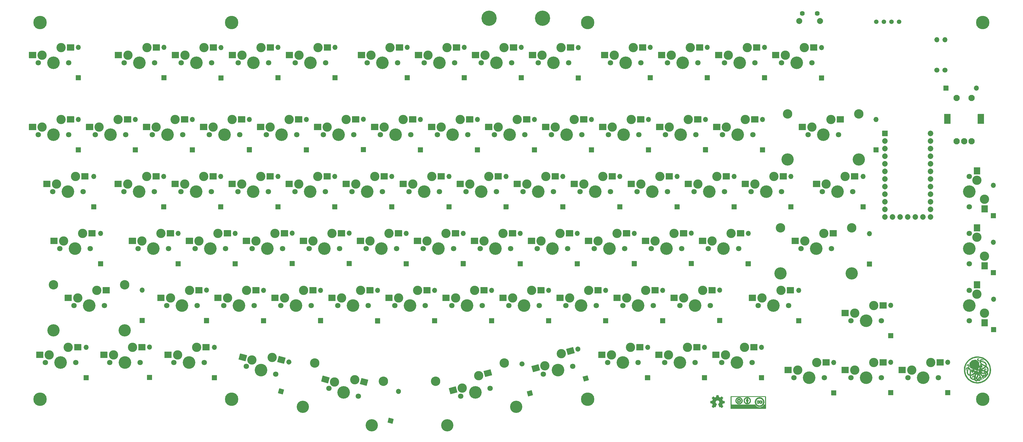
<source format=gbr>
%TF.GenerationSoftware,KiCad,Pcbnew,(5.1.10)-1*%
%TF.CreationDate,2022-01-11T00:39:54+01:00*%
%TF.ProjectId,middle,6d696464-6c65-42e6-9b69-6361645f7063,rev?*%
%TF.SameCoordinates,Original*%
%TF.FileFunction,Soldermask,Bot*%
%TF.FilePolarity,Negative*%
%FSLAX46Y46*%
G04 Gerber Fmt 4.6, Leading zero omitted, Abs format (unit mm)*
G04 Created by KiCad (PCBNEW (5.1.10)-1) date 2022-01-11 00:39:54*
%MOMM*%
%LPD*%
G01*
G04 APERTURE LIST*
%ADD10C,0.010000*%
%ADD11C,1.624000*%
%ADD12C,2.000000*%
%ADD13C,4.100000*%
%ADD14C,3.150000*%
%ADD15C,1.800000*%
%ADD16C,3.100000*%
%ADD17C,4.200000*%
%ADD18C,0.800000*%
%ADD19C,4.500000*%
%ADD20C,5.100000*%
%ADD21O,1.700000X1.700000*%
%ADD22C,1.700000*%
%ADD23C,2.100000*%
%ADD24C,1.497000*%
%ADD25C,1.852600*%
G04 APERTURE END LIST*
D10*
%TO.C,LogoMiddle*%
G36*
X377750911Y-198649445D02*
G01*
X377834947Y-198628192D01*
X377901530Y-198627786D01*
X377935093Y-198647312D01*
X377962002Y-198710475D01*
X377993525Y-198809127D01*
X378026068Y-198928620D01*
X378056041Y-199054311D01*
X378079849Y-199171556D01*
X378093901Y-199265709D01*
X378096165Y-199303880D01*
X378074229Y-199482150D01*
X378011377Y-199631872D01*
X377921474Y-199739819D01*
X377774138Y-199853918D01*
X377633449Y-199922249D01*
X377521896Y-199946141D01*
X377444466Y-199944137D01*
X377340407Y-199928979D01*
X377224423Y-199904315D01*
X377111218Y-199873785D01*
X377015496Y-199841032D01*
X376951961Y-199809700D01*
X376943069Y-199802736D01*
X376920922Y-199751168D01*
X376926290Y-199673282D01*
X376956915Y-199583922D01*
X376983745Y-199535204D01*
X377006808Y-199504293D01*
X377033994Y-199490266D01*
X377077795Y-199492723D01*
X377150699Y-199511256D01*
X377207068Y-199527956D01*
X377381964Y-199565837D01*
X377524045Y-199565379D01*
X377632482Y-199527710D01*
X377706444Y-199453959D01*
X377745103Y-199345251D01*
X377747628Y-199202715D01*
X377713189Y-199027479D01*
X377670939Y-198897526D01*
X377638834Y-198806709D01*
X377624968Y-198751106D01*
X377628909Y-198718686D01*
X377650224Y-198697416D01*
X377663448Y-198689375D01*
X377750911Y-198649445D01*
G37*
X377750911Y-198649445D02*
X377834947Y-198628192D01*
X377901530Y-198627786D01*
X377935093Y-198647312D01*
X377962002Y-198710475D01*
X377993525Y-198809127D01*
X378026068Y-198928620D01*
X378056041Y-199054311D01*
X378079849Y-199171556D01*
X378093901Y-199265709D01*
X378096165Y-199303880D01*
X378074229Y-199482150D01*
X378011377Y-199631872D01*
X377921474Y-199739819D01*
X377774138Y-199853918D01*
X377633449Y-199922249D01*
X377521896Y-199946141D01*
X377444466Y-199944137D01*
X377340407Y-199928979D01*
X377224423Y-199904315D01*
X377111218Y-199873785D01*
X377015496Y-199841032D01*
X376951961Y-199809700D01*
X376943069Y-199802736D01*
X376920922Y-199751168D01*
X376926290Y-199673282D01*
X376956915Y-199583922D01*
X376983745Y-199535204D01*
X377006808Y-199504293D01*
X377033994Y-199490266D01*
X377077795Y-199492723D01*
X377150699Y-199511256D01*
X377207068Y-199527956D01*
X377381964Y-199565837D01*
X377524045Y-199565379D01*
X377632482Y-199527710D01*
X377706444Y-199453959D01*
X377745103Y-199345251D01*
X377747628Y-199202715D01*
X377713189Y-199027479D01*
X377670939Y-198897526D01*
X377638834Y-198806709D01*
X377624968Y-198751106D01*
X377628909Y-198718686D01*
X377650224Y-198697416D01*
X377663448Y-198689375D01*
X377750911Y-198649445D01*
G36*
X373176082Y-194285584D02*
G01*
X373203918Y-194280249D01*
X373273077Y-194259753D01*
X373329791Y-194208639D01*
X373358570Y-194180024D01*
X373395853Y-194157764D01*
X373451533Y-194138642D01*
X373535504Y-194119441D01*
X373657661Y-194096942D01*
X373691052Y-194091159D01*
X373910294Y-194056150D01*
X374109262Y-194029693D01*
X374280280Y-194012585D01*
X374415675Y-194005622D01*
X374493467Y-194007916D01*
X374574104Y-194032849D01*
X374684297Y-194093453D01*
X374820401Y-194186947D01*
X374978773Y-194310551D01*
X375155767Y-194461485D01*
X375347740Y-194636967D01*
X375463734Y-194748143D01*
X375649472Y-194929095D01*
X375638792Y-195028356D01*
X375631127Y-195086932D01*
X375616850Y-195184655D01*
X375597624Y-195310554D01*
X375575114Y-195453654D01*
X375559903Y-195548280D01*
X375482963Y-196061594D01*
X375420471Y-196560945D01*
X375374342Y-197030796D01*
X375369125Y-197095566D01*
X375357649Y-197232607D01*
X375345890Y-197356217D01*
X375335007Y-197455255D01*
X375326163Y-197518580D01*
X375323809Y-197530062D01*
X375309424Y-197574664D01*
X375285936Y-197584943D01*
X375234462Y-197568764D01*
X375232589Y-197568063D01*
X375157878Y-197540153D01*
X375151066Y-197610076D01*
X375140000Y-197665013D01*
X375125592Y-197690775D01*
X375097859Y-197683810D01*
X375031712Y-197658015D01*
X374934535Y-197616548D01*
X374813708Y-197562566D01*
X374676613Y-197499226D01*
X374665628Y-197494066D01*
X374397076Y-197369502D01*
X374134958Y-197251162D01*
X373887218Y-197142483D01*
X373661802Y-197046898D01*
X373466652Y-196967846D01*
X373324854Y-196914176D01*
X373134761Y-196845526D01*
X372986738Y-196791184D01*
X372875034Y-196748327D01*
X372793895Y-196714132D01*
X372737568Y-196685776D01*
X372700299Y-196660437D01*
X372676337Y-196635289D01*
X372659926Y-196607510D01*
X372648757Y-196582412D01*
X372628598Y-196521088D01*
X372601818Y-196420028D01*
X372570601Y-196289528D01*
X372537131Y-196139881D01*
X372503590Y-195981384D01*
X372472161Y-195824332D01*
X372445027Y-195679020D01*
X372424371Y-195555741D01*
X372412922Y-195470221D01*
X372411243Y-195351498D01*
X372428467Y-195244824D01*
X372439113Y-195213674D01*
X372487084Y-195120810D01*
X372563396Y-194999865D01*
X372661643Y-194859816D01*
X372775422Y-194709644D01*
X372898331Y-194558328D01*
X372947548Y-194500726D01*
X373032534Y-194404619D01*
X373093654Y-194341282D01*
X373138854Y-194303883D01*
X373176082Y-194285584D01*
G37*
X373176082Y-194285584D02*
X373203918Y-194280249D01*
X373273077Y-194259753D01*
X373329791Y-194208639D01*
X373358570Y-194180024D01*
X373395853Y-194157764D01*
X373451533Y-194138642D01*
X373535504Y-194119441D01*
X373657661Y-194096942D01*
X373691052Y-194091159D01*
X373910294Y-194056150D01*
X374109262Y-194029693D01*
X374280280Y-194012585D01*
X374415675Y-194005622D01*
X374493467Y-194007916D01*
X374574104Y-194032849D01*
X374684297Y-194093453D01*
X374820401Y-194186947D01*
X374978773Y-194310551D01*
X375155767Y-194461485D01*
X375347740Y-194636967D01*
X375463734Y-194748143D01*
X375649472Y-194929095D01*
X375638792Y-195028356D01*
X375631127Y-195086932D01*
X375616850Y-195184655D01*
X375597624Y-195310554D01*
X375575114Y-195453654D01*
X375559903Y-195548280D01*
X375482963Y-196061594D01*
X375420471Y-196560945D01*
X375374342Y-197030796D01*
X375369125Y-197095566D01*
X375357649Y-197232607D01*
X375345890Y-197356217D01*
X375335007Y-197455255D01*
X375326163Y-197518580D01*
X375323809Y-197530062D01*
X375309424Y-197574664D01*
X375285936Y-197584943D01*
X375234462Y-197568764D01*
X375232589Y-197568063D01*
X375157878Y-197540153D01*
X375151066Y-197610076D01*
X375140000Y-197665013D01*
X375125592Y-197690775D01*
X375097859Y-197683810D01*
X375031712Y-197658015D01*
X374934535Y-197616548D01*
X374813708Y-197562566D01*
X374676613Y-197499226D01*
X374665628Y-197494066D01*
X374397076Y-197369502D01*
X374134958Y-197251162D01*
X373887218Y-197142483D01*
X373661802Y-197046898D01*
X373466652Y-196967846D01*
X373324854Y-196914176D01*
X373134761Y-196845526D01*
X372986738Y-196791184D01*
X372875034Y-196748327D01*
X372793895Y-196714132D01*
X372737568Y-196685776D01*
X372700299Y-196660437D01*
X372676337Y-196635289D01*
X372659926Y-196607510D01*
X372648757Y-196582412D01*
X372628598Y-196521088D01*
X372601818Y-196420028D01*
X372570601Y-196289528D01*
X372537131Y-196139881D01*
X372503590Y-195981384D01*
X372472161Y-195824332D01*
X372445027Y-195679020D01*
X372424371Y-195555741D01*
X372412922Y-195470221D01*
X372411243Y-195351498D01*
X372428467Y-195244824D01*
X372439113Y-195213674D01*
X372487084Y-195120810D01*
X372563396Y-194999865D01*
X372661643Y-194859816D01*
X372775422Y-194709644D01*
X372898331Y-194558328D01*
X372947548Y-194500726D01*
X373032534Y-194404619D01*
X373093654Y-194341282D01*
X373138854Y-194303883D01*
X373176082Y-194285584D01*
G36*
X375235842Y-193538616D02*
G01*
X375363544Y-193529807D01*
X375465304Y-193556584D01*
X375525750Y-193586482D01*
X375596021Y-193628833D01*
X375658991Y-193672429D01*
X375697535Y-193706068D01*
X375700864Y-193710713D01*
X375690687Y-193729978D01*
X375643079Y-193741459D01*
X375571127Y-193742728D01*
X375541931Y-193740234D01*
X375429390Y-193745420D01*
X375345388Y-193786920D01*
X375295965Y-193861524D01*
X375292588Y-193872758D01*
X375286104Y-193931856D01*
X375308285Y-193986217D01*
X375336891Y-194024672D01*
X375400981Y-194088812D01*
X375484654Y-194144272D01*
X375593296Y-194192791D01*
X375732292Y-194236106D01*
X375907027Y-194275957D01*
X376122887Y-194314081D01*
X376326931Y-194344246D01*
X376676110Y-194402915D01*
X376980681Y-194476479D01*
X377245047Y-194566475D01*
X377473612Y-194674438D01*
X377670780Y-194801903D01*
X377696660Y-194821807D01*
X377799218Y-194923107D01*
X377900188Y-195058806D01*
X377990445Y-195213066D01*
X378060861Y-195370047D01*
X378102313Y-195513911D01*
X378105070Y-195530632D01*
X378114238Y-195632547D01*
X378114757Y-195742031D01*
X378107726Y-195845853D01*
X378094245Y-195930778D01*
X378075417Y-195983574D01*
X378066631Y-195992736D01*
X378031639Y-195989211D01*
X377969327Y-195963835D01*
X377912218Y-195933052D01*
X377785101Y-195857639D01*
X377779428Y-195690352D01*
X377773679Y-195600442D01*
X377759584Y-195528700D01*
X377731173Y-195456488D01*
X377682472Y-195365168D01*
X377666004Y-195336436D01*
X377598737Y-195229831D01*
X377530174Y-195137755D01*
X377473237Y-195077027D01*
X377323146Y-194973419D01*
X377124654Y-194878301D01*
X376877284Y-194791495D01*
X376580557Y-194712830D01*
X376327894Y-194659558D01*
X376011531Y-194593568D01*
X375743115Y-194525465D01*
X375519801Y-194453717D01*
X375338738Y-194376795D01*
X375197080Y-194293168D01*
X375091977Y-194201307D01*
X375020582Y-194099681D01*
X374980046Y-193986759D01*
X374970972Y-193930540D01*
X374974280Y-193800267D01*
X375018721Y-193694769D01*
X375108913Y-193603536D01*
X375117541Y-193597055D01*
X375235842Y-193538616D01*
G37*
X375235842Y-193538616D02*
X375363544Y-193529807D01*
X375465304Y-193556584D01*
X375525750Y-193586482D01*
X375596021Y-193628833D01*
X375658991Y-193672429D01*
X375697535Y-193706068D01*
X375700864Y-193710713D01*
X375690687Y-193729978D01*
X375643079Y-193741459D01*
X375571127Y-193742728D01*
X375541931Y-193740234D01*
X375429390Y-193745420D01*
X375345388Y-193786920D01*
X375295965Y-193861524D01*
X375292588Y-193872758D01*
X375286104Y-193931856D01*
X375308285Y-193986217D01*
X375336891Y-194024672D01*
X375400981Y-194088812D01*
X375484654Y-194144272D01*
X375593296Y-194192791D01*
X375732292Y-194236106D01*
X375907027Y-194275957D01*
X376122887Y-194314081D01*
X376326931Y-194344246D01*
X376676110Y-194402915D01*
X376980681Y-194476479D01*
X377245047Y-194566475D01*
X377473612Y-194674438D01*
X377670780Y-194801903D01*
X377696660Y-194821807D01*
X377799218Y-194923107D01*
X377900188Y-195058806D01*
X377990445Y-195213066D01*
X378060861Y-195370047D01*
X378102313Y-195513911D01*
X378105070Y-195530632D01*
X378114238Y-195632547D01*
X378114757Y-195742031D01*
X378107726Y-195845853D01*
X378094245Y-195930778D01*
X378075417Y-195983574D01*
X378066631Y-195992736D01*
X378031639Y-195989211D01*
X377969327Y-195963835D01*
X377912218Y-195933052D01*
X377785101Y-195857639D01*
X377779428Y-195690352D01*
X377773679Y-195600442D01*
X377759584Y-195528700D01*
X377731173Y-195456488D01*
X377682472Y-195365168D01*
X377666004Y-195336436D01*
X377598737Y-195229831D01*
X377530174Y-195137755D01*
X377473237Y-195077027D01*
X377323146Y-194973419D01*
X377124654Y-194878301D01*
X376877284Y-194791495D01*
X376580557Y-194712830D01*
X376327894Y-194659558D01*
X376011531Y-194593568D01*
X375743115Y-194525465D01*
X375519801Y-194453717D01*
X375338738Y-194376795D01*
X375197080Y-194293168D01*
X375091977Y-194201307D01*
X375020582Y-194099681D01*
X374980046Y-193986759D01*
X374970972Y-193930540D01*
X374974280Y-193800267D01*
X375018721Y-193694769D01*
X375108913Y-193603536D01*
X375117541Y-193597055D01*
X375235842Y-193538616D01*
G36*
X374540018Y-198532833D02*
G01*
X374637681Y-198491045D01*
X374706981Y-198471821D01*
X374782573Y-198470593D01*
X374862782Y-198481558D01*
X374928457Y-198500895D01*
X374959205Y-198522122D01*
X374947861Y-198547015D01*
X374909121Y-198593164D01*
X374881102Y-198621670D01*
X374812620Y-198696752D01*
X374743239Y-198785794D01*
X374720975Y-198818196D01*
X374664304Y-198918940D01*
X374599197Y-199057252D01*
X374530106Y-199221557D01*
X374461485Y-199400287D01*
X374397789Y-199581868D01*
X374343471Y-199754729D01*
X374304773Y-199899631D01*
X374274942Y-200017008D01*
X374245832Y-200115608D01*
X374220746Y-200185195D01*
X374202991Y-200215532D01*
X374202768Y-200215651D01*
X374159994Y-200229618D01*
X374089030Y-200246309D01*
X374057091Y-200252608D01*
X373982063Y-200260644D01*
X373926351Y-200256101D01*
X373913525Y-200250337D01*
X373896431Y-200207038D01*
X373895167Y-200123179D01*
X373908492Y-200006049D01*
X373935166Y-199862935D01*
X373973945Y-199701122D01*
X374023590Y-199527899D01*
X374051189Y-199442014D01*
X374098864Y-199293687D01*
X374143258Y-199146053D01*
X374180402Y-199012994D01*
X374206326Y-198908385D01*
X374212725Y-198877295D01*
X374246144Y-198697125D01*
X374431154Y-198590309D01*
X374540018Y-198532833D01*
G37*
X374540018Y-198532833D02*
X374637681Y-198491045D01*
X374706981Y-198471821D01*
X374782573Y-198470593D01*
X374862782Y-198481558D01*
X374928457Y-198500895D01*
X374959205Y-198522122D01*
X374947861Y-198547015D01*
X374909121Y-198593164D01*
X374881102Y-198621670D01*
X374812620Y-198696752D01*
X374743239Y-198785794D01*
X374720975Y-198818196D01*
X374664304Y-198918940D01*
X374599197Y-199057252D01*
X374530106Y-199221557D01*
X374461485Y-199400287D01*
X374397789Y-199581868D01*
X374343471Y-199754729D01*
X374304773Y-199899631D01*
X374274942Y-200017008D01*
X374245832Y-200115608D01*
X374220746Y-200185195D01*
X374202991Y-200215532D01*
X374202768Y-200215651D01*
X374159994Y-200229618D01*
X374089030Y-200246309D01*
X374057091Y-200252608D01*
X373982063Y-200260644D01*
X373926351Y-200256101D01*
X373913525Y-200250337D01*
X373896431Y-200207038D01*
X373895167Y-200123179D01*
X373908492Y-200006049D01*
X373935166Y-199862935D01*
X373973945Y-199701122D01*
X374023590Y-199527899D01*
X374051189Y-199442014D01*
X374098864Y-199293687D01*
X374143258Y-199146053D01*
X374180402Y-199012994D01*
X374206326Y-198908385D01*
X374212725Y-198877295D01*
X374246144Y-198697125D01*
X374431154Y-198590309D01*
X374540018Y-198532833D01*
G36*
X375864237Y-194655218D02*
G01*
X375892117Y-194656090D01*
X375973714Y-194664387D01*
X376058909Y-194679631D01*
X376104172Y-194692243D01*
X376137505Y-194712146D01*
X376167999Y-194749676D01*
X376204740Y-194815171D01*
X376240563Y-194886247D01*
X376303218Y-195002213D01*
X376370944Y-195103524D01*
X376449579Y-195194701D01*
X376544959Y-195280268D01*
X376662926Y-195364745D01*
X376809315Y-195452655D01*
X376989965Y-195548520D01*
X377210714Y-195656861D01*
X377274815Y-195687357D01*
X377602619Y-195850878D01*
X377881615Y-196008086D01*
X378113282Y-196159872D01*
X378296731Y-196305029D01*
X378386273Y-196390170D01*
X378458794Y-196475411D01*
X378528586Y-196578789D01*
X378573865Y-196654897D01*
X378629750Y-196753755D01*
X378666605Y-196829168D01*
X378689605Y-196898194D01*
X378703925Y-196977894D01*
X378714741Y-197085328D01*
X378718601Y-197131939D01*
X378722913Y-197298174D01*
X378710967Y-197466345D01*
X378685014Y-197626918D01*
X378647308Y-197770358D01*
X378600100Y-197887136D01*
X378545642Y-197967713D01*
X378515427Y-197992016D01*
X378478770Y-197984383D01*
X378418738Y-197934783D01*
X378379706Y-197893671D01*
X378325761Y-197831245D01*
X378289918Y-197784967D01*
X378280313Y-197766561D01*
X378362204Y-197548095D01*
X378393533Y-197334166D01*
X378374244Y-197123954D01*
X378304279Y-196916635D01*
X378208922Y-196748019D01*
X378157162Y-196674101D01*
X378104068Y-196607642D01*
X378044815Y-196545316D01*
X377974580Y-196483797D01*
X377888535Y-196419755D01*
X377781858Y-196349865D01*
X377649722Y-196270799D01*
X377487303Y-196179229D01*
X377289776Y-196071828D01*
X377052316Y-195945270D01*
X377020233Y-195928279D01*
X376794151Y-195805804D01*
X376608410Y-195697801D01*
X376456555Y-195598971D01*
X376332132Y-195504010D01*
X376228688Y-195407619D01*
X376139767Y-195304498D01*
X376058917Y-195189345D01*
X375997697Y-195088444D01*
X375937982Y-194979452D01*
X375886509Y-194875314D01*
X375850196Y-194790565D01*
X375838033Y-194752913D01*
X375824795Y-194689237D01*
X375830973Y-194661251D01*
X375864237Y-194655218D01*
G37*
X375864237Y-194655218D02*
X375892117Y-194656090D01*
X375973714Y-194664387D01*
X376058909Y-194679631D01*
X376104172Y-194692243D01*
X376137505Y-194712146D01*
X376167999Y-194749676D01*
X376204740Y-194815171D01*
X376240563Y-194886247D01*
X376303218Y-195002213D01*
X376370944Y-195103524D01*
X376449579Y-195194701D01*
X376544959Y-195280268D01*
X376662926Y-195364745D01*
X376809315Y-195452655D01*
X376989965Y-195548520D01*
X377210714Y-195656861D01*
X377274815Y-195687357D01*
X377602619Y-195850878D01*
X377881615Y-196008086D01*
X378113282Y-196159872D01*
X378296731Y-196305029D01*
X378386273Y-196390170D01*
X378458794Y-196475411D01*
X378528586Y-196578789D01*
X378573865Y-196654897D01*
X378629750Y-196753755D01*
X378666605Y-196829168D01*
X378689605Y-196898194D01*
X378703925Y-196977894D01*
X378714741Y-197085328D01*
X378718601Y-197131939D01*
X378722913Y-197298174D01*
X378710967Y-197466345D01*
X378685014Y-197626918D01*
X378647308Y-197770358D01*
X378600100Y-197887136D01*
X378545642Y-197967713D01*
X378515427Y-197992016D01*
X378478770Y-197984383D01*
X378418738Y-197934783D01*
X378379706Y-197893671D01*
X378325761Y-197831245D01*
X378289918Y-197784967D01*
X378280313Y-197766561D01*
X378362204Y-197548095D01*
X378393533Y-197334166D01*
X378374244Y-197123954D01*
X378304279Y-196916635D01*
X378208922Y-196748019D01*
X378157162Y-196674101D01*
X378104068Y-196607642D01*
X378044815Y-196545316D01*
X377974580Y-196483797D01*
X377888535Y-196419755D01*
X377781858Y-196349865D01*
X377649722Y-196270799D01*
X377487303Y-196179229D01*
X377289776Y-196071828D01*
X377052316Y-195945270D01*
X377020233Y-195928279D01*
X376794151Y-195805804D01*
X376608410Y-195697801D01*
X376456555Y-195598971D01*
X376332132Y-195504010D01*
X376228688Y-195407619D01*
X376139767Y-195304498D01*
X376058917Y-195189345D01*
X375997697Y-195088444D01*
X375937982Y-194979452D01*
X375886509Y-194875314D01*
X375850196Y-194790565D01*
X375838033Y-194752913D01*
X375824795Y-194689237D01*
X375830973Y-194661251D01*
X375864237Y-194655218D01*
G36*
X376246417Y-197901816D02*
G01*
X376311402Y-197886498D01*
X376356271Y-197881573D01*
X376389946Y-197893601D01*
X376425001Y-197931568D01*
X376471896Y-198001182D01*
X376535372Y-198086354D01*
X376607509Y-198164343D01*
X376648271Y-198199508D01*
X376795377Y-198278670D01*
X376974480Y-198324664D01*
X377179106Y-198337500D01*
X377402777Y-198317182D01*
X377639020Y-198263719D01*
X377829741Y-198198265D01*
X377924026Y-198185401D01*
X378011634Y-198220640D01*
X378086618Y-198301292D01*
X378097859Y-198319630D01*
X378136590Y-198386715D01*
X377954278Y-198490042D01*
X377846436Y-198545813D01*
X377733563Y-198595700D01*
X377638757Y-198629562D01*
X377632555Y-198631300D01*
X377475297Y-198664901D01*
X377309338Y-198680773D01*
X377126505Y-198678554D01*
X376918630Y-198657881D01*
X376677545Y-198618391D01*
X376490337Y-198580577D01*
X376308096Y-198541580D01*
X376231144Y-198354508D01*
X376191792Y-198249587D01*
X376160024Y-198147976D01*
X376142194Y-198070200D01*
X376141457Y-198064803D01*
X376142949Y-197987512D01*
X376175436Y-197935806D01*
X376246417Y-197901816D01*
G37*
X376246417Y-197901816D02*
X376311402Y-197886498D01*
X376356271Y-197881573D01*
X376389946Y-197893601D01*
X376425001Y-197931568D01*
X376471896Y-198001182D01*
X376535372Y-198086354D01*
X376607509Y-198164343D01*
X376648271Y-198199508D01*
X376795377Y-198278670D01*
X376974480Y-198324664D01*
X377179106Y-198337500D01*
X377402777Y-198317182D01*
X377639020Y-198263719D01*
X377829741Y-198198265D01*
X377924026Y-198185401D01*
X378011634Y-198220640D01*
X378086618Y-198301292D01*
X378097859Y-198319630D01*
X378136590Y-198386715D01*
X377954278Y-198490042D01*
X377846436Y-198545813D01*
X377733563Y-198595700D01*
X377638757Y-198629562D01*
X377632555Y-198631300D01*
X377475297Y-198664901D01*
X377309338Y-198680773D01*
X377126505Y-198678554D01*
X376918630Y-198657881D01*
X376677545Y-198618391D01*
X376490337Y-198580577D01*
X376308096Y-198541580D01*
X376231144Y-198354508D01*
X376191792Y-198249587D01*
X376160024Y-198147976D01*
X376142194Y-198070200D01*
X376141457Y-198064803D01*
X376142949Y-197987512D01*
X376175436Y-197935806D01*
X376246417Y-197901816D01*
G36*
X371527383Y-196555163D02*
G01*
X371707178Y-196512913D01*
X371896352Y-196507263D01*
X372080908Y-196536585D01*
X372246851Y-196599257D01*
X372325849Y-196647887D01*
X372388305Y-196699102D01*
X372446538Y-196761380D01*
X372509543Y-196845709D01*
X372586320Y-196963079D01*
X372594107Y-196975469D01*
X372664455Y-197090424D01*
X372713044Y-197179368D01*
X372746837Y-197258190D01*
X372772793Y-197342784D01*
X372794083Y-197431936D01*
X372814233Y-197548228D01*
X372831105Y-197694180D01*
X372842588Y-197848665D01*
X372846360Y-197955015D01*
X372846635Y-198117488D01*
X372843176Y-198284535D01*
X372836553Y-198448059D01*
X372827331Y-198599963D01*
X372816079Y-198732149D01*
X372803365Y-198836520D01*
X372789757Y-198904980D01*
X372778069Y-198928801D01*
X372737432Y-198936046D01*
X372666136Y-198935841D01*
X372619397Y-198932237D01*
X372544069Y-198921640D01*
X372492976Y-198909216D01*
X372480757Y-198902296D01*
X372479284Y-198872186D01*
X372481702Y-198801346D01*
X372487516Y-198699658D01*
X372496230Y-198577000D01*
X372498534Y-198547596D01*
X372517566Y-198296767D01*
X372530529Y-198089506D01*
X372536954Y-197918889D01*
X372536375Y-197777995D01*
X372528324Y-197659899D01*
X372512330Y-197557680D01*
X372487925Y-197464415D01*
X372454642Y-197373182D01*
X372412655Y-197278424D01*
X372328283Y-197119207D01*
X372241744Y-197001091D01*
X372145089Y-196914706D01*
X372062692Y-196865856D01*
X371909297Y-196813411D01*
X371762640Y-196807013D01*
X371628982Y-196841912D01*
X371514591Y-196913358D01*
X371425729Y-197016598D01*
X371368659Y-197146885D01*
X371349649Y-197299466D01*
X371359065Y-197399444D01*
X371372901Y-197495567D01*
X371371662Y-197547620D01*
X371353465Y-197560595D01*
X371316423Y-197539479D01*
X371308548Y-197533211D01*
X371254993Y-197471945D01*
X371219522Y-197385567D01*
X371199197Y-197264738D01*
X371192799Y-197165520D01*
X371204810Y-196985540D01*
X371252781Y-196826317D01*
X371332985Y-196694648D01*
X371441700Y-196597325D01*
X371527383Y-196555163D01*
G37*
X371527383Y-196555163D02*
X371707178Y-196512913D01*
X371896352Y-196507263D01*
X372080908Y-196536585D01*
X372246851Y-196599257D01*
X372325849Y-196647887D01*
X372388305Y-196699102D01*
X372446538Y-196761380D01*
X372509543Y-196845709D01*
X372586320Y-196963079D01*
X372594107Y-196975469D01*
X372664455Y-197090424D01*
X372713044Y-197179368D01*
X372746837Y-197258190D01*
X372772793Y-197342784D01*
X372794083Y-197431936D01*
X372814233Y-197548228D01*
X372831105Y-197694180D01*
X372842588Y-197848665D01*
X372846360Y-197955015D01*
X372846635Y-198117488D01*
X372843176Y-198284535D01*
X372836553Y-198448059D01*
X372827331Y-198599963D01*
X372816079Y-198732149D01*
X372803365Y-198836520D01*
X372789757Y-198904980D01*
X372778069Y-198928801D01*
X372737432Y-198936046D01*
X372666136Y-198935841D01*
X372619397Y-198932237D01*
X372544069Y-198921640D01*
X372492976Y-198909216D01*
X372480757Y-198902296D01*
X372479284Y-198872186D01*
X372481702Y-198801346D01*
X372487516Y-198699658D01*
X372496230Y-198577000D01*
X372498534Y-198547596D01*
X372517566Y-198296767D01*
X372530529Y-198089506D01*
X372536954Y-197918889D01*
X372536375Y-197777995D01*
X372528324Y-197659899D01*
X372512330Y-197557680D01*
X372487925Y-197464415D01*
X372454642Y-197373182D01*
X372412655Y-197278424D01*
X372328283Y-197119207D01*
X372241744Y-197001091D01*
X372145089Y-196914706D01*
X372062692Y-196865856D01*
X371909297Y-196813411D01*
X371762640Y-196807013D01*
X371628982Y-196841912D01*
X371514591Y-196913358D01*
X371425729Y-197016598D01*
X371368659Y-197146885D01*
X371349649Y-197299466D01*
X371359065Y-197399444D01*
X371372901Y-197495567D01*
X371371662Y-197547620D01*
X371353465Y-197560595D01*
X371316423Y-197539479D01*
X371308548Y-197533211D01*
X371254993Y-197471945D01*
X371219522Y-197385567D01*
X371199197Y-197264738D01*
X371192799Y-197165520D01*
X371204810Y-196985540D01*
X371252781Y-196826317D01*
X371332985Y-196694648D01*
X371441700Y-196597325D01*
X371527383Y-196555163D01*
G36*
X375135818Y-198656600D02*
G01*
X375199941Y-198716761D01*
X375270810Y-198794346D01*
X375339547Y-198878099D01*
X375397278Y-198956763D01*
X375435121Y-199019081D01*
X375445123Y-199048804D01*
X375436216Y-199097528D01*
X375411653Y-199182405D01*
X375375337Y-199292709D01*
X375331178Y-199417713D01*
X375283082Y-199546688D01*
X375234956Y-199668910D01*
X375190708Y-199773648D01*
X375154244Y-199850178D01*
X375151159Y-199855898D01*
X375097751Y-199948391D01*
X375046505Y-200028676D01*
X375003842Y-200087552D01*
X374976183Y-200115818D01*
X374969978Y-200115583D01*
X374952392Y-200093780D01*
X374911967Y-200045955D01*
X374879176Y-200007703D01*
X374828436Y-199943130D01*
X374794342Y-199889092D01*
X374786645Y-199869214D01*
X374794728Y-199829242D01*
X374821637Y-199758964D01*
X374861818Y-199672639D01*
X374867724Y-199660987D01*
X374953338Y-199458414D01*
X374992819Y-199273234D01*
X374986358Y-199101985D01*
X374934147Y-198941209D01*
X374909836Y-198894928D01*
X374872824Y-198822638D01*
X374852196Y-198766943D01*
X374851017Y-198745350D01*
X374877740Y-198716058D01*
X374929683Y-198670784D01*
X374954234Y-198651225D01*
X375044476Y-198581214D01*
X375135818Y-198656600D01*
G37*
X375135818Y-198656600D02*
X375199941Y-198716761D01*
X375270810Y-198794346D01*
X375339547Y-198878099D01*
X375397278Y-198956763D01*
X375435121Y-199019081D01*
X375445123Y-199048804D01*
X375436216Y-199097528D01*
X375411653Y-199182405D01*
X375375337Y-199292709D01*
X375331178Y-199417713D01*
X375283082Y-199546688D01*
X375234956Y-199668910D01*
X375190708Y-199773648D01*
X375154244Y-199850178D01*
X375151159Y-199855898D01*
X375097751Y-199948391D01*
X375046505Y-200028676D01*
X375003842Y-200087552D01*
X374976183Y-200115818D01*
X374969978Y-200115583D01*
X374952392Y-200093780D01*
X374911967Y-200045955D01*
X374879176Y-200007703D01*
X374828436Y-199943130D01*
X374794342Y-199889092D01*
X374786645Y-199869214D01*
X374794728Y-199829242D01*
X374821637Y-199758964D01*
X374861818Y-199672639D01*
X374867724Y-199660987D01*
X374953338Y-199458414D01*
X374992819Y-199273234D01*
X374986358Y-199101985D01*
X374934147Y-198941209D01*
X374909836Y-198894928D01*
X374872824Y-198822638D01*
X374852196Y-198766943D01*
X374851017Y-198745350D01*
X374877740Y-198716058D01*
X374929683Y-198670784D01*
X374954234Y-198651225D01*
X375044476Y-198581214D01*
X375135818Y-198656600D01*
G36*
X372568409Y-199406032D02*
G01*
X372642065Y-199399257D01*
X372650469Y-199398793D01*
X372730860Y-199396506D01*
X372789856Y-199398688D01*
X372808526Y-199402389D01*
X372825881Y-199431220D01*
X372849084Y-199494017D01*
X372866408Y-199552837D01*
X372921626Y-199698006D01*
X373017115Y-199871781D01*
X373032475Y-199896436D01*
X373100213Y-199999878D01*
X373155941Y-200072250D01*
X373212051Y-200127032D01*
X373280933Y-200177713D01*
X373306184Y-200194291D01*
X373401711Y-200249066D01*
X373500976Y-200295215D01*
X373566404Y-200317986D01*
X373726988Y-200339837D01*
X373910618Y-200331931D01*
X374100860Y-200296473D01*
X374281276Y-200235674D01*
X374324152Y-200216179D01*
X374450280Y-200155239D01*
X374619162Y-200417503D01*
X374447160Y-200515711D01*
X374286558Y-200593940D01*
X374127778Y-200640682D01*
X374102740Y-200645554D01*
X373924806Y-200672853D01*
X373777048Y-200681621D01*
X373642234Y-200671572D01*
X373503131Y-200642422D01*
X373476591Y-200635204D01*
X373302959Y-200570200D01*
X373122918Y-200474560D01*
X372954524Y-200359423D01*
X372815832Y-200235930D01*
X372797900Y-200216472D01*
X372693151Y-200072767D01*
X372604242Y-199901131D01*
X372541610Y-199723649D01*
X372522462Y-199633634D01*
X372507560Y-199526635D01*
X372506613Y-199459709D01*
X372525077Y-199422845D01*
X372568409Y-199406032D01*
G37*
X372568409Y-199406032D02*
X372642065Y-199399257D01*
X372650469Y-199398793D01*
X372730860Y-199396506D01*
X372789856Y-199398688D01*
X372808526Y-199402389D01*
X372825881Y-199431220D01*
X372849084Y-199494017D01*
X372866408Y-199552837D01*
X372921626Y-199698006D01*
X373017115Y-199871781D01*
X373032475Y-199896436D01*
X373100213Y-199999878D01*
X373155941Y-200072250D01*
X373212051Y-200127032D01*
X373280933Y-200177713D01*
X373306184Y-200194291D01*
X373401711Y-200249066D01*
X373500976Y-200295215D01*
X373566404Y-200317986D01*
X373726988Y-200339837D01*
X373910618Y-200331931D01*
X374100860Y-200296473D01*
X374281276Y-200235674D01*
X374324152Y-200216179D01*
X374450280Y-200155239D01*
X374619162Y-200417503D01*
X374447160Y-200515711D01*
X374286558Y-200593940D01*
X374127778Y-200640682D01*
X374102740Y-200645554D01*
X373924806Y-200672853D01*
X373777048Y-200681621D01*
X373642234Y-200671572D01*
X373503131Y-200642422D01*
X373476591Y-200635204D01*
X373302959Y-200570200D01*
X373122918Y-200474560D01*
X372954524Y-200359423D01*
X372815832Y-200235930D01*
X372797900Y-200216472D01*
X372693151Y-200072767D01*
X372604242Y-199901131D01*
X372541610Y-199723649D01*
X372522462Y-199633634D01*
X372507560Y-199526635D01*
X372506613Y-199459709D01*
X372525077Y-199422845D01*
X372568409Y-199406032D01*
G36*
X371920792Y-195495858D02*
G01*
X372040376Y-195517102D01*
X372112634Y-195549815D01*
X372165696Y-195586851D01*
X372225079Y-195660980D01*
X372281321Y-195761523D01*
X372322318Y-195864893D01*
X372334061Y-195914922D01*
X372341478Y-196009604D01*
X372340100Y-196121216D01*
X372331388Y-196237251D01*
X372316801Y-196345204D01*
X372297796Y-196432571D01*
X372275834Y-196486845D01*
X372266187Y-196496702D01*
X372234470Y-196495757D01*
X372174360Y-196482677D01*
X372156577Y-196477725D01*
X372072088Y-196441418D01*
X372034686Y-196393323D01*
X372041222Y-196329551D01*
X372053503Y-196274793D01*
X372063219Y-196192695D01*
X372066317Y-196144417D01*
X372058458Y-196036055D01*
X372029352Y-195936556D01*
X371984811Y-195857532D01*
X371930646Y-195810591D01*
X371895260Y-195802677D01*
X371806971Y-195825173D01*
X371734836Y-195889394D01*
X371678990Y-195987328D01*
X371645518Y-196054605D01*
X371618010Y-196096601D01*
X371607111Y-196104116D01*
X371587271Y-196075780D01*
X371571883Y-196013217D01*
X371563170Y-195932951D01*
X371563353Y-195851506D01*
X371567934Y-195812852D01*
X371613333Y-195676835D01*
X371691313Y-195576136D01*
X371795819Y-195514547D01*
X371920792Y-195495858D01*
G37*
X371920792Y-195495858D02*
X372040376Y-195517102D01*
X372112634Y-195549815D01*
X372165696Y-195586851D01*
X372225079Y-195660980D01*
X372281321Y-195761523D01*
X372322318Y-195864893D01*
X372334061Y-195914922D01*
X372341478Y-196009604D01*
X372340100Y-196121216D01*
X372331388Y-196237251D01*
X372316801Y-196345204D01*
X372297796Y-196432571D01*
X372275834Y-196486845D01*
X372266187Y-196496702D01*
X372234470Y-196495757D01*
X372174360Y-196482677D01*
X372156577Y-196477725D01*
X372072088Y-196441418D01*
X372034686Y-196393323D01*
X372041222Y-196329551D01*
X372053503Y-196274793D01*
X372063219Y-196192695D01*
X372066317Y-196144417D01*
X372058458Y-196036055D01*
X372029352Y-195936556D01*
X371984811Y-195857532D01*
X371930646Y-195810591D01*
X371895260Y-195802677D01*
X371806971Y-195825173D01*
X371734836Y-195889394D01*
X371678990Y-195987328D01*
X371645518Y-196054605D01*
X371618010Y-196096601D01*
X371607111Y-196104116D01*
X371587271Y-196075780D01*
X371571883Y-196013217D01*
X371563170Y-195932951D01*
X371563353Y-195851506D01*
X371567934Y-195812852D01*
X371613333Y-195676835D01*
X371691313Y-195576136D01*
X371795819Y-195514547D01*
X371920792Y-195495858D01*
G36*
X377681027Y-197588027D02*
G01*
X377754987Y-197609383D01*
X377853134Y-197647772D01*
X377965295Y-197699486D01*
X378007258Y-197720710D01*
X378139584Y-197800621D01*
X378269755Y-197899050D01*
X378384532Y-198004572D01*
X378470675Y-198105759D01*
X378492439Y-198139464D01*
X378557152Y-198290940D01*
X378593740Y-198463130D01*
X378601695Y-198641140D01*
X378580511Y-198810075D01*
X378529683Y-198955038D01*
X378520721Y-198971610D01*
X378469870Y-199043404D01*
X378403034Y-199114837D01*
X378331129Y-199176860D01*
X378265074Y-199220427D01*
X378215783Y-199236489D01*
X378204313Y-199233832D01*
X378174487Y-199197781D01*
X378170046Y-199183936D01*
X378159106Y-199138571D01*
X378140227Y-199067613D01*
X378133010Y-199041556D01*
X378119258Y-198954176D01*
X378137966Y-198883747D01*
X378153108Y-198857959D01*
X378230978Y-198705479D01*
X378259166Y-198561206D01*
X378237539Y-198424810D01*
X378165962Y-198295961D01*
X378044304Y-198174328D01*
X377872428Y-198059582D01*
X377817631Y-198029862D01*
X377741575Y-197985621D01*
X377683729Y-197943544D01*
X377662201Y-197920650D01*
X377647934Y-197874833D01*
X377637076Y-197802757D01*
X377630680Y-197721316D01*
X377629801Y-197647401D01*
X377635490Y-197597906D01*
X377641427Y-197587409D01*
X377681027Y-197588027D01*
G37*
X377681027Y-197588027D02*
X377754987Y-197609383D01*
X377853134Y-197647772D01*
X377965295Y-197699486D01*
X378007258Y-197720710D01*
X378139584Y-197800621D01*
X378269755Y-197899050D01*
X378384532Y-198004572D01*
X378470675Y-198105759D01*
X378492439Y-198139464D01*
X378557152Y-198290940D01*
X378593740Y-198463130D01*
X378601695Y-198641140D01*
X378580511Y-198810075D01*
X378529683Y-198955038D01*
X378520721Y-198971610D01*
X378469870Y-199043404D01*
X378403034Y-199114837D01*
X378331129Y-199176860D01*
X378265074Y-199220427D01*
X378215783Y-199236489D01*
X378204313Y-199233832D01*
X378174487Y-199197781D01*
X378170046Y-199183936D01*
X378159106Y-199138571D01*
X378140227Y-199067613D01*
X378133010Y-199041556D01*
X378119258Y-198954176D01*
X378137966Y-198883747D01*
X378153108Y-198857959D01*
X378230978Y-198705479D01*
X378259166Y-198561206D01*
X378237539Y-198424810D01*
X378165962Y-198295961D01*
X378044304Y-198174328D01*
X377872428Y-198059582D01*
X377817631Y-198029862D01*
X377741575Y-197985621D01*
X377683729Y-197943544D01*
X377662201Y-197920650D01*
X377647934Y-197874833D01*
X377637076Y-197802757D01*
X377630680Y-197721316D01*
X377629801Y-197647401D01*
X377635490Y-197597906D01*
X377641427Y-197587409D01*
X377681027Y-197588027D01*
G36*
X377727668Y-196950504D02*
G01*
X377758238Y-196945735D01*
X377866299Y-196956192D01*
X377964635Y-197013209D01*
X378046188Y-197112610D01*
X378049229Y-197117801D01*
X378088627Y-197204276D01*
X378102272Y-197274460D01*
X378093098Y-197321200D01*
X378064038Y-197337343D01*
X378018026Y-197315739D01*
X377982495Y-197280508D01*
X377895769Y-197205118D01*
X377808305Y-197180514D01*
X377720172Y-197206699D01*
X377652689Y-197260671D01*
X377594035Y-197353458D01*
X377560474Y-197481183D01*
X377552341Y-197634426D01*
X377569967Y-197803768D01*
X377613685Y-197979789D01*
X377625992Y-198016101D01*
X377655378Y-198103128D01*
X377666370Y-198155388D01*
X377658976Y-198185466D01*
X377633205Y-198205944D01*
X377626125Y-198209845D01*
X377555763Y-198238153D01*
X377495186Y-198253670D01*
X377440128Y-198250537D01*
X377395231Y-198215941D01*
X377356882Y-198144319D01*
X377321471Y-198030110D01*
X377304925Y-197960631D01*
X377269317Y-197723499D01*
X377274048Y-197513124D01*
X377318857Y-197331067D01*
X377403484Y-197178882D01*
X377443790Y-197131555D01*
X377542838Y-197037936D01*
X377632585Y-196980470D01*
X377727668Y-196950504D01*
G37*
X377727668Y-196950504D02*
X377758238Y-196945735D01*
X377866299Y-196956192D01*
X377964635Y-197013209D01*
X378046188Y-197112610D01*
X378049229Y-197117801D01*
X378088627Y-197204276D01*
X378102272Y-197274460D01*
X378093098Y-197321200D01*
X378064038Y-197337343D01*
X378018026Y-197315739D01*
X377982495Y-197280508D01*
X377895769Y-197205118D01*
X377808305Y-197180514D01*
X377720172Y-197206699D01*
X377652689Y-197260671D01*
X377594035Y-197353458D01*
X377560474Y-197481183D01*
X377552341Y-197634426D01*
X377569967Y-197803768D01*
X377613685Y-197979789D01*
X377625992Y-198016101D01*
X377655378Y-198103128D01*
X377666370Y-198155388D01*
X377658976Y-198185466D01*
X377633205Y-198205944D01*
X377626125Y-198209845D01*
X377555763Y-198238153D01*
X377495186Y-198253670D01*
X377440128Y-198250537D01*
X377395231Y-198215941D01*
X377356882Y-198144319D01*
X377321471Y-198030110D01*
X377304925Y-197960631D01*
X377269317Y-197723499D01*
X377274048Y-197513124D01*
X377318857Y-197331067D01*
X377403484Y-197178882D01*
X377443790Y-197131555D01*
X377542838Y-197037936D01*
X377632585Y-196980470D01*
X377727668Y-196950504D01*
G36*
X377006824Y-199019220D02*
G01*
X377078119Y-198996965D01*
X377146810Y-198987019D01*
X377245104Y-198981324D01*
X377356909Y-198979805D01*
X377466128Y-198982391D01*
X377556668Y-198989005D01*
X377611985Y-198999408D01*
X377641481Y-199022640D01*
X377663162Y-199074331D01*
X377679354Y-199148755D01*
X377689807Y-199224807D01*
X377690942Y-199277583D01*
X377686129Y-199292035D01*
X377654109Y-199296178D01*
X377585063Y-199298083D01*
X377492725Y-199297434D01*
X377473570Y-199296993D01*
X377280743Y-199304060D01*
X377128309Y-199337866D01*
X377012071Y-199400813D01*
X376927831Y-199495305D01*
X376871391Y-199623743D01*
X376865308Y-199645167D01*
X376844417Y-199798206D01*
X376869516Y-199929677D01*
X376940581Y-200039550D01*
X377057590Y-200127787D01*
X377220521Y-200194356D01*
X377222199Y-200194858D01*
X377401454Y-200248286D01*
X377324527Y-200292700D01*
X377242591Y-200321753D01*
X377148824Y-200330360D01*
X377143877Y-200330074D01*
X377061371Y-200312253D01*
X376966039Y-200274615D01*
X376917081Y-200248377D01*
X376839492Y-200194945D01*
X376780125Y-200134695D01*
X376722556Y-200049945D01*
X376704807Y-200019913D01*
X376631123Y-199850021D01*
X376600781Y-199677054D01*
X376611142Y-199508240D01*
X376659568Y-199350817D01*
X376743415Y-199212017D01*
X376860047Y-199099074D01*
X377006824Y-199019220D01*
G37*
X377006824Y-199019220D02*
X377078119Y-198996965D01*
X377146810Y-198987019D01*
X377245104Y-198981324D01*
X377356909Y-198979805D01*
X377466128Y-198982391D01*
X377556668Y-198989005D01*
X377611985Y-198999408D01*
X377641481Y-199022640D01*
X377663162Y-199074331D01*
X377679354Y-199148755D01*
X377689807Y-199224807D01*
X377690942Y-199277583D01*
X377686129Y-199292035D01*
X377654109Y-199296178D01*
X377585063Y-199298083D01*
X377492725Y-199297434D01*
X377473570Y-199296993D01*
X377280743Y-199304060D01*
X377128309Y-199337866D01*
X377012071Y-199400813D01*
X376927831Y-199495305D01*
X376871391Y-199623743D01*
X376865308Y-199645167D01*
X376844417Y-199798206D01*
X376869516Y-199929677D01*
X376940581Y-200039550D01*
X377057590Y-200127787D01*
X377220521Y-200194356D01*
X377222199Y-200194858D01*
X377401454Y-200248286D01*
X377324527Y-200292700D01*
X377242591Y-200321753D01*
X377148824Y-200330360D01*
X377143877Y-200330074D01*
X377061371Y-200312253D01*
X376966039Y-200274615D01*
X376917081Y-200248377D01*
X376839492Y-200194945D01*
X376780125Y-200134695D01*
X376722556Y-200049945D01*
X376704807Y-200019913D01*
X376631123Y-199850021D01*
X376600781Y-199677054D01*
X376611142Y-199508240D01*
X376659568Y-199350817D01*
X376743415Y-199212017D01*
X376860047Y-199099074D01*
X377006824Y-199019220D01*
G36*
X373613830Y-199323055D02*
G01*
X373712640Y-199300226D01*
X373815598Y-199288239D01*
X373908913Y-199287321D01*
X373978793Y-199297702D01*
X374010020Y-199316486D01*
X374012158Y-199356753D01*
X373997441Y-199423891D01*
X373985344Y-199459986D01*
X373943079Y-199573019D01*
X373851288Y-199556704D01*
X373760535Y-199550955D01*
X373667491Y-199559521D01*
X373664310Y-199560163D01*
X373597644Y-199579142D01*
X373560209Y-199610052D01*
X373535893Y-199656529D01*
X373519916Y-199743423D01*
X373532326Y-199835667D01*
X373552736Y-199916387D01*
X373552053Y-199957584D01*
X373526931Y-199967335D01*
X373482326Y-199956439D01*
X373425373Y-199923488D01*
X373370493Y-199857053D01*
X373343930Y-199813784D01*
X373304197Y-199738084D01*
X373289996Y-199682265D01*
X373297876Y-199624492D01*
X373308512Y-199589586D01*
X373371884Y-199472061D01*
X373476079Y-199382793D01*
X373613830Y-199323055D01*
G37*
X373613830Y-199323055D02*
X373712640Y-199300226D01*
X373815598Y-199288239D01*
X373908913Y-199287321D01*
X373978793Y-199297702D01*
X374010020Y-199316486D01*
X374012158Y-199356753D01*
X373997441Y-199423891D01*
X373985344Y-199459986D01*
X373943079Y-199573019D01*
X373851288Y-199556704D01*
X373760535Y-199550955D01*
X373667491Y-199559521D01*
X373664310Y-199560163D01*
X373597644Y-199579142D01*
X373560209Y-199610052D01*
X373535893Y-199656529D01*
X373519916Y-199743423D01*
X373532326Y-199835667D01*
X373552736Y-199916387D01*
X373552053Y-199957584D01*
X373526931Y-199967335D01*
X373482326Y-199956439D01*
X373425373Y-199923488D01*
X373370493Y-199857053D01*
X373343930Y-199813784D01*
X373304197Y-199738084D01*
X373289996Y-199682265D01*
X373297876Y-199624492D01*
X373308512Y-199589586D01*
X373371884Y-199472061D01*
X373476079Y-199382793D01*
X373613830Y-199323055D01*
G36*
X376429365Y-197441732D02*
G01*
X376531301Y-197387969D01*
X376599971Y-197355453D01*
X376646778Y-197341237D01*
X376683127Y-197342376D01*
X376720422Y-197355925D01*
X376735155Y-197362746D01*
X376801485Y-197388577D01*
X376897492Y-197419636D01*
X377003391Y-197449562D01*
X377012497Y-197451923D01*
X377205821Y-197501619D01*
X377202444Y-197658045D01*
X377199957Y-197743161D01*
X377196897Y-197806694D01*
X377194399Y-197831895D01*
X377168906Y-197836183D01*
X377102803Y-197835150D01*
X377005954Y-197829231D01*
X376888222Y-197818856D01*
X376881463Y-197818177D01*
X376646227Y-197800892D01*
X376453205Y-197801316D01*
X376296935Y-197819632D01*
X376215332Y-197840299D01*
X376157920Y-197852774D01*
X376125318Y-197848914D01*
X376124142Y-197847452D01*
X376126037Y-197815123D01*
X376142176Y-197751239D01*
X376160518Y-197694558D01*
X376207596Y-197560198D01*
X376429365Y-197441732D01*
G37*
X376429365Y-197441732D02*
X376531301Y-197387969D01*
X376599971Y-197355453D01*
X376646778Y-197341237D01*
X376683127Y-197342376D01*
X376720422Y-197355925D01*
X376735155Y-197362746D01*
X376801485Y-197388577D01*
X376897492Y-197419636D01*
X377003391Y-197449562D01*
X377012497Y-197451923D01*
X377205821Y-197501619D01*
X377202444Y-197658045D01*
X377199957Y-197743161D01*
X377196897Y-197806694D01*
X377194399Y-197831895D01*
X377168906Y-197836183D01*
X377102803Y-197835150D01*
X377005954Y-197829231D01*
X376888222Y-197818856D01*
X376881463Y-197818177D01*
X376646227Y-197800892D01*
X376453205Y-197801316D01*
X376296935Y-197819632D01*
X376215332Y-197840299D01*
X376157920Y-197852774D01*
X376125318Y-197848914D01*
X376124142Y-197847452D01*
X376126037Y-197815123D01*
X376142176Y-197751239D01*
X376160518Y-197694558D01*
X376207596Y-197560198D01*
X376429365Y-197441732D01*
G36*
X371918551Y-196866519D02*
G01*
X371982417Y-196886196D01*
X372010987Y-196898837D01*
X372112933Y-196948127D01*
X371988900Y-197432186D01*
X371931025Y-197671449D01*
X371891179Y-197870308D01*
X371868813Y-198035641D01*
X371863377Y-198174324D01*
X371874322Y-198293233D01*
X371901100Y-198399247D01*
X371909749Y-198423343D01*
X372006794Y-198619555D01*
X372131859Y-198774778D01*
X372281927Y-198888239D01*
X372453982Y-198959167D01*
X372645009Y-198986792D01*
X372851993Y-198970340D01*
X373071918Y-198909041D01*
X373301767Y-198802124D01*
X373329317Y-198786514D01*
X373489963Y-198684923D01*
X373638383Y-198574365D01*
X373768634Y-198460749D01*
X373874778Y-198349988D01*
X373950872Y-198247991D01*
X373990975Y-198160669D01*
X373995652Y-198123513D01*
X373973295Y-198038376D01*
X373919537Y-197985417D01*
X373844671Y-197967792D01*
X373758991Y-197988653D01*
X373694202Y-198031129D01*
X373650918Y-198084771D01*
X373612435Y-198159372D01*
X373585569Y-198237175D01*
X373577138Y-198300416D01*
X373582528Y-198322049D01*
X373586090Y-198350183D01*
X373555456Y-198355221D01*
X373499552Y-198340925D01*
X373427302Y-198311054D01*
X373347632Y-198269369D01*
X373269467Y-198219630D01*
X373201730Y-198165599D01*
X373194059Y-198158362D01*
X373119903Y-198068766D01*
X373047491Y-197951487D01*
X372988178Y-197827417D01*
X372953318Y-197717446D01*
X372952727Y-197714367D01*
X372947463Y-197646689D01*
X372949572Y-197553890D01*
X372957546Y-197449298D01*
X372969882Y-197346239D01*
X372985073Y-197258043D01*
X373001611Y-197198035D01*
X373013111Y-197179983D01*
X373042287Y-197188288D01*
X373080662Y-197221637D01*
X373202659Y-197339390D01*
X373312053Y-197408248D01*
X373409292Y-197428416D01*
X373485396Y-197405908D01*
X373523131Y-197389535D01*
X373546310Y-197401257D01*
X373563054Y-197449677D01*
X373573207Y-197498978D01*
X373591925Y-197566269D01*
X373609774Y-197585715D01*
X373621379Y-197557168D01*
X373622586Y-197500316D01*
X373598583Y-197393871D01*
X373542170Y-197278290D01*
X373463432Y-197172271D01*
X373425092Y-197134162D01*
X373379182Y-197088295D01*
X373356650Y-197055995D01*
X373356177Y-197051554D01*
X373380748Y-197050490D01*
X373442570Y-197066480D01*
X373532486Y-197095919D01*
X373641341Y-197135203D01*
X373759975Y-197180726D01*
X373879233Y-197228882D01*
X373989955Y-197276067D01*
X374082986Y-197318675D01*
X374149168Y-197353100D01*
X374179271Y-197375614D01*
X374168147Y-197395959D01*
X374108161Y-197415015D01*
X374076018Y-197421379D01*
X374005216Y-197438513D01*
X373959680Y-197457803D01*
X373951597Y-197466396D01*
X373964550Y-197500370D01*
X374006723Y-197552402D01*
X374066167Y-197610791D01*
X374130931Y-197663831D01*
X374189066Y-197699820D01*
X374190664Y-197700551D01*
X374243523Y-197712012D01*
X374334668Y-197719349D01*
X374451716Y-197722000D01*
X374582277Y-197719403D01*
X374594293Y-197718891D01*
X374924583Y-197704175D01*
X375153156Y-197892381D01*
X375311491Y-198031378D01*
X375441932Y-198167852D01*
X375554209Y-198314610D01*
X375658051Y-198484456D01*
X375763188Y-198690196D01*
X375769665Y-198703782D01*
X375860420Y-198904105D01*
X375950943Y-199120717D01*
X376035327Y-199338373D01*
X376107662Y-199541829D01*
X376162042Y-199715841D01*
X376162409Y-199717149D01*
X376201343Y-199907899D01*
X376216982Y-200109840D01*
X376210310Y-200310979D01*
X376182310Y-200499325D01*
X376133969Y-200662887D01*
X376075468Y-200776672D01*
X375998414Y-200860877D01*
X375890855Y-200941866D01*
X375772171Y-201006805D01*
X375679082Y-201039317D01*
X375535962Y-201057464D01*
X375405149Y-201046002D01*
X375352209Y-201030001D01*
X375270408Y-200997265D01*
X375360269Y-200859819D01*
X375413543Y-200782727D01*
X375454563Y-200738650D01*
X375496047Y-200716368D01*
X375532766Y-200707625D01*
X375635947Y-200677570D01*
X375712710Y-200622428D01*
X375772581Y-200544695D01*
X375845068Y-200386552D01*
X375876123Y-200200463D01*
X375865957Y-199987579D01*
X375814783Y-199749048D01*
X375722808Y-199486020D01*
X375590247Y-199199644D01*
X375492314Y-199018842D01*
X375291343Y-198665602D01*
X375135957Y-198561075D01*
X375033768Y-198500896D01*
X374922442Y-198448313D01*
X374837365Y-198418176D01*
X374763375Y-198399710D01*
X374709743Y-198394611D01*
X374659381Y-198406085D01*
X374595202Y-198437339D01*
X374526179Y-198476577D01*
X374442923Y-198526868D01*
X374330957Y-198597754D01*
X374203290Y-198680841D01*
X374072928Y-198767742D01*
X374036123Y-198792700D01*
X373719853Y-198990747D01*
X373420989Y-199141928D01*
X373138270Y-199246622D01*
X372870435Y-199305210D01*
X372616225Y-199318071D01*
X372389411Y-199288993D01*
X372174465Y-199216985D01*
X371985818Y-199101559D01*
X371823680Y-198942884D01*
X371688264Y-198741131D01*
X371670390Y-198707398D01*
X371588248Y-198513965D01*
X371540065Y-198314797D01*
X371525471Y-198102050D01*
X371544090Y-197867883D01*
X371595548Y-197604452D01*
X371614316Y-197529989D01*
X371655376Y-197386648D01*
X371702268Y-197244338D01*
X371751296Y-197112309D01*
X371798766Y-196999804D01*
X371840988Y-196916073D01*
X371874264Y-196870360D01*
X371879258Y-196866743D01*
X371918551Y-196866519D01*
G37*
X371918551Y-196866519D02*
X371982417Y-196886196D01*
X372010987Y-196898837D01*
X372112933Y-196948127D01*
X371988900Y-197432186D01*
X371931025Y-197671449D01*
X371891179Y-197870308D01*
X371868813Y-198035641D01*
X371863377Y-198174324D01*
X371874322Y-198293233D01*
X371901100Y-198399247D01*
X371909749Y-198423343D01*
X372006794Y-198619555D01*
X372131859Y-198774778D01*
X372281927Y-198888239D01*
X372453982Y-198959167D01*
X372645009Y-198986792D01*
X372851993Y-198970340D01*
X373071918Y-198909041D01*
X373301767Y-198802124D01*
X373329317Y-198786514D01*
X373489963Y-198684923D01*
X373638383Y-198574365D01*
X373768634Y-198460749D01*
X373874778Y-198349988D01*
X373950872Y-198247991D01*
X373990975Y-198160669D01*
X373995652Y-198123513D01*
X373973295Y-198038376D01*
X373919537Y-197985417D01*
X373844671Y-197967792D01*
X373758991Y-197988653D01*
X373694202Y-198031129D01*
X373650918Y-198084771D01*
X373612435Y-198159372D01*
X373585569Y-198237175D01*
X373577138Y-198300416D01*
X373582528Y-198322049D01*
X373586090Y-198350183D01*
X373555456Y-198355221D01*
X373499552Y-198340925D01*
X373427302Y-198311054D01*
X373347632Y-198269369D01*
X373269467Y-198219630D01*
X373201730Y-198165599D01*
X373194059Y-198158362D01*
X373119903Y-198068766D01*
X373047491Y-197951487D01*
X372988178Y-197827417D01*
X372953318Y-197717446D01*
X372952727Y-197714367D01*
X372947463Y-197646689D01*
X372949572Y-197553890D01*
X372957546Y-197449298D01*
X372969882Y-197346239D01*
X372985073Y-197258043D01*
X373001611Y-197198035D01*
X373013111Y-197179983D01*
X373042287Y-197188288D01*
X373080662Y-197221637D01*
X373202659Y-197339390D01*
X373312053Y-197408248D01*
X373409292Y-197428416D01*
X373485396Y-197405908D01*
X373523131Y-197389535D01*
X373546310Y-197401257D01*
X373563054Y-197449677D01*
X373573207Y-197498978D01*
X373591925Y-197566269D01*
X373609774Y-197585715D01*
X373621379Y-197557168D01*
X373622586Y-197500316D01*
X373598583Y-197393871D01*
X373542170Y-197278290D01*
X373463432Y-197172271D01*
X373425092Y-197134162D01*
X373379182Y-197088295D01*
X373356650Y-197055995D01*
X373356177Y-197051554D01*
X373380748Y-197050490D01*
X373442570Y-197066480D01*
X373532486Y-197095919D01*
X373641341Y-197135203D01*
X373759975Y-197180726D01*
X373879233Y-197228882D01*
X373989955Y-197276067D01*
X374082986Y-197318675D01*
X374149168Y-197353100D01*
X374179271Y-197375614D01*
X374168147Y-197395959D01*
X374108161Y-197415015D01*
X374076018Y-197421379D01*
X374005216Y-197438513D01*
X373959680Y-197457803D01*
X373951597Y-197466396D01*
X373964550Y-197500370D01*
X374006723Y-197552402D01*
X374066167Y-197610791D01*
X374130931Y-197663831D01*
X374189066Y-197699820D01*
X374190664Y-197700551D01*
X374243523Y-197712012D01*
X374334668Y-197719349D01*
X374451716Y-197722000D01*
X374582277Y-197719403D01*
X374594293Y-197718891D01*
X374924583Y-197704175D01*
X375153156Y-197892381D01*
X375311491Y-198031378D01*
X375441932Y-198167852D01*
X375554209Y-198314610D01*
X375658051Y-198484456D01*
X375763188Y-198690196D01*
X375769665Y-198703782D01*
X375860420Y-198904105D01*
X375950943Y-199120717D01*
X376035327Y-199338373D01*
X376107662Y-199541829D01*
X376162042Y-199715841D01*
X376162409Y-199717149D01*
X376201343Y-199907899D01*
X376216982Y-200109840D01*
X376210310Y-200310979D01*
X376182310Y-200499325D01*
X376133969Y-200662887D01*
X376075468Y-200776672D01*
X375998414Y-200860877D01*
X375890855Y-200941866D01*
X375772171Y-201006805D01*
X375679082Y-201039317D01*
X375535962Y-201057464D01*
X375405149Y-201046002D01*
X375352209Y-201030001D01*
X375270408Y-200997265D01*
X375360269Y-200859819D01*
X375413543Y-200782727D01*
X375454563Y-200738650D01*
X375496047Y-200716368D01*
X375532766Y-200707625D01*
X375635947Y-200677570D01*
X375712710Y-200622428D01*
X375772581Y-200544695D01*
X375845068Y-200386552D01*
X375876123Y-200200463D01*
X375865957Y-199987579D01*
X375814783Y-199749048D01*
X375722808Y-199486020D01*
X375590247Y-199199644D01*
X375492314Y-199018842D01*
X375291343Y-198665602D01*
X375135957Y-198561075D01*
X375033768Y-198500896D01*
X374922442Y-198448313D01*
X374837365Y-198418176D01*
X374763375Y-198399710D01*
X374709743Y-198394611D01*
X374659381Y-198406085D01*
X374595202Y-198437339D01*
X374526179Y-198476577D01*
X374442923Y-198526868D01*
X374330957Y-198597754D01*
X374203290Y-198680841D01*
X374072928Y-198767742D01*
X374036123Y-198792700D01*
X373719853Y-198990747D01*
X373420989Y-199141928D01*
X373138270Y-199246622D01*
X372870435Y-199305210D01*
X372616225Y-199318071D01*
X372389411Y-199288993D01*
X372174465Y-199216985D01*
X371985818Y-199101559D01*
X371823680Y-198942884D01*
X371688264Y-198741131D01*
X371670390Y-198707398D01*
X371588248Y-198513965D01*
X371540065Y-198314797D01*
X371525471Y-198102050D01*
X371544090Y-197867883D01*
X371595548Y-197604452D01*
X371614316Y-197529989D01*
X371655376Y-197386648D01*
X371702268Y-197244338D01*
X371751296Y-197112309D01*
X371798766Y-196999804D01*
X371840988Y-196916073D01*
X371874264Y-196870360D01*
X371879258Y-196866743D01*
X371918551Y-196866519D01*
G36*
X376304571Y-199851301D02*
G01*
X376354891Y-199884177D01*
X376416523Y-199940347D01*
X376480127Y-200010961D01*
X376536361Y-200087164D01*
X376552784Y-200113883D01*
X376609612Y-200255987D01*
X376631261Y-200413580D01*
X376616779Y-200568628D01*
X376582141Y-200671335D01*
X376545269Y-200724746D01*
X376496022Y-200769056D01*
X376448431Y-200794514D01*
X376416526Y-200791370D01*
X376414115Y-200788100D01*
X376413897Y-200752427D01*
X376428302Y-200687926D01*
X376439542Y-200651748D01*
X376468378Y-200539697D01*
X376469286Y-200440512D01*
X376439962Y-200337457D01*
X376379602Y-200216459D01*
X376321575Y-200100568D01*
X376282192Y-199995219D01*
X376264329Y-199910462D01*
X376270864Y-199856346D01*
X376274908Y-199850572D01*
X376304571Y-199851301D01*
G37*
X376304571Y-199851301D02*
X376354891Y-199884177D01*
X376416523Y-199940347D01*
X376480127Y-200010961D01*
X376536361Y-200087164D01*
X376552784Y-200113883D01*
X376609612Y-200255987D01*
X376631261Y-200413580D01*
X376616779Y-200568628D01*
X376582141Y-200671335D01*
X376545269Y-200724746D01*
X376496022Y-200769056D01*
X376448431Y-200794514D01*
X376416526Y-200791370D01*
X376414115Y-200788100D01*
X376413897Y-200752427D01*
X376428302Y-200687926D01*
X376439542Y-200651748D01*
X376468378Y-200539697D01*
X376469286Y-200440512D01*
X376439962Y-200337457D01*
X376379602Y-200216459D01*
X376321575Y-200100568D01*
X376282192Y-199995219D01*
X376264329Y-199910462D01*
X376270864Y-199856346D01*
X376274908Y-199850572D01*
X376304571Y-199851301D01*
G36*
X373289713Y-193259289D02*
G01*
X373642747Y-193123867D01*
X373925611Y-193038186D01*
X374202940Y-192975243D01*
X374493078Y-192931582D01*
X374809848Y-192904028D01*
X375284433Y-192899500D01*
X375751407Y-192944294D01*
X376207737Y-193037140D01*
X376650393Y-193176766D01*
X377076345Y-193361903D01*
X377482562Y-193591280D01*
X377866014Y-193863625D01*
X378223671Y-194177669D01*
X378473457Y-194440137D01*
X378545183Y-194523487D01*
X378608078Y-194602176D01*
X378668198Y-194685196D01*
X378731596Y-194781538D01*
X378804328Y-194900191D01*
X378892447Y-195050144D01*
X378941792Y-195135538D01*
X379063445Y-195351187D01*
X379161146Y-195536228D01*
X379239544Y-195702032D01*
X379303288Y-195859975D01*
X379357029Y-196021427D01*
X379405417Y-196197762D01*
X379446006Y-196368703D01*
X379528549Y-196831506D01*
X379563433Y-197282596D01*
X379550481Y-197728326D01*
X379489513Y-198175047D01*
X379382644Y-198621179D01*
X379237156Y-199054319D01*
X379058444Y-199455049D01*
X378842998Y-199828833D01*
X378587307Y-200181129D01*
X378287860Y-200517400D01*
X377970750Y-200817271D01*
X377869890Y-200897232D01*
X377733714Y-200992942D01*
X377572689Y-201098133D01*
X377397280Y-201206538D01*
X377217955Y-201311892D01*
X377045177Y-201407924D01*
X376889414Y-201488371D01*
X376761132Y-201546962D01*
X376734750Y-201557397D01*
X376266095Y-201709662D01*
X375795392Y-201812472D01*
X375324813Y-201865783D01*
X374856527Y-201869549D01*
X374392703Y-201823727D01*
X373935513Y-201728270D01*
X373594638Y-201622788D01*
X373150429Y-201439384D01*
X372733792Y-201214761D01*
X372346974Y-200951282D01*
X371992219Y-200651316D01*
X371671773Y-200317227D01*
X371387881Y-199951383D01*
X371215122Y-199672791D01*
X371532266Y-199489688D01*
X371670225Y-199711296D01*
X371810435Y-199913855D01*
X371945130Y-200084420D01*
X371979398Y-200123148D01*
X372308401Y-200448158D01*
X372663226Y-200731450D01*
X373040491Y-200972230D01*
X373436816Y-201169701D01*
X373848821Y-201323067D01*
X374273126Y-201431531D01*
X374706351Y-201494298D01*
X375145115Y-201510572D01*
X375586039Y-201479557D01*
X376025742Y-201400456D01*
X376460843Y-201272474D01*
X376614615Y-201214714D01*
X376774585Y-201144243D01*
X376956152Y-201053158D01*
X377144178Y-200949961D01*
X377323524Y-200843153D01*
X377479050Y-200741233D01*
X377550180Y-200689400D01*
X377902887Y-200387930D01*
X378216173Y-200056716D01*
X378488672Y-199698749D01*
X378719018Y-199317020D01*
X378905844Y-198914519D01*
X379047785Y-198494236D01*
X379143473Y-198059163D01*
X379191542Y-197612291D01*
X379190628Y-197156610D01*
X379187435Y-197105433D01*
X379131503Y-196644203D01*
X379028376Y-196201531D01*
X378878457Y-195778344D01*
X378682152Y-195375573D01*
X378439865Y-194994148D01*
X378152001Y-194634998D01*
X378074894Y-194550855D01*
X377754180Y-194245819D01*
X377404027Y-193979409D01*
X377028759Y-193752798D01*
X376632698Y-193567158D01*
X376220165Y-193423662D01*
X375795482Y-193323482D01*
X375362972Y-193267790D01*
X374926958Y-193257760D01*
X374491761Y-193294562D01*
X374061703Y-193379371D01*
X373910834Y-193421320D01*
X373621891Y-193517793D01*
X373357200Y-193628590D01*
X373097211Y-193762692D01*
X372865783Y-193901412D01*
X372497069Y-194163446D01*
X372164711Y-194458667D01*
X371869864Y-194783641D01*
X371613678Y-195134934D01*
X371397305Y-195509111D01*
X371221897Y-195902736D01*
X371088607Y-196312375D01*
X370998584Y-196734596D01*
X370952983Y-197165960D01*
X370952954Y-197603036D01*
X370999649Y-198042386D01*
X371094221Y-198480578D01*
X371209559Y-198840016D01*
X371294166Y-199041103D01*
X371404324Y-199261975D01*
X371532266Y-199489688D01*
X371215122Y-199672791D01*
X371142790Y-199556149D01*
X370938741Y-199133891D01*
X370777984Y-198686978D01*
X370764023Y-198639806D01*
X370697233Y-198391165D01*
X370649381Y-198164804D01*
X370616439Y-197937690D01*
X370594383Y-197686787D01*
X370592610Y-197659318D01*
X370587610Y-197187283D01*
X370631025Y-196724533D01*
X370720861Y-196274031D01*
X370855127Y-195838737D01*
X371031830Y-195421613D01*
X371248980Y-195025622D01*
X371504583Y-194653723D01*
X371796652Y-194308879D01*
X372123189Y-193994053D01*
X372482207Y-193712204D01*
X372871712Y-193466296D01*
X373289713Y-193259289D01*
G37*
X373289713Y-193259289D02*
X373642747Y-193123867D01*
X373925611Y-193038186D01*
X374202940Y-192975243D01*
X374493078Y-192931582D01*
X374809848Y-192904028D01*
X375284433Y-192899500D01*
X375751407Y-192944294D01*
X376207737Y-193037140D01*
X376650393Y-193176766D01*
X377076345Y-193361903D01*
X377482562Y-193591280D01*
X377866014Y-193863625D01*
X378223671Y-194177669D01*
X378473457Y-194440137D01*
X378545183Y-194523487D01*
X378608078Y-194602176D01*
X378668198Y-194685196D01*
X378731596Y-194781538D01*
X378804328Y-194900191D01*
X378892447Y-195050144D01*
X378941792Y-195135538D01*
X379063445Y-195351187D01*
X379161146Y-195536228D01*
X379239544Y-195702032D01*
X379303288Y-195859975D01*
X379357029Y-196021427D01*
X379405417Y-196197762D01*
X379446006Y-196368703D01*
X379528549Y-196831506D01*
X379563433Y-197282596D01*
X379550481Y-197728326D01*
X379489513Y-198175047D01*
X379382644Y-198621179D01*
X379237156Y-199054319D01*
X379058444Y-199455049D01*
X378842998Y-199828833D01*
X378587307Y-200181129D01*
X378287860Y-200517400D01*
X377970750Y-200817271D01*
X377869890Y-200897232D01*
X377733714Y-200992942D01*
X377572689Y-201098133D01*
X377397280Y-201206538D01*
X377217955Y-201311892D01*
X377045177Y-201407924D01*
X376889414Y-201488371D01*
X376761132Y-201546962D01*
X376734750Y-201557397D01*
X376266095Y-201709662D01*
X375795392Y-201812472D01*
X375324813Y-201865783D01*
X374856527Y-201869549D01*
X374392703Y-201823727D01*
X373935513Y-201728270D01*
X373594638Y-201622788D01*
X373150429Y-201439384D01*
X372733792Y-201214761D01*
X372346974Y-200951282D01*
X371992219Y-200651316D01*
X371671773Y-200317227D01*
X371387881Y-199951383D01*
X371215122Y-199672791D01*
X371532266Y-199489688D01*
X371670225Y-199711296D01*
X371810435Y-199913855D01*
X371945130Y-200084420D01*
X371979398Y-200123148D01*
X372308401Y-200448158D01*
X372663226Y-200731450D01*
X373040491Y-200972230D01*
X373436816Y-201169701D01*
X373848821Y-201323067D01*
X374273126Y-201431531D01*
X374706351Y-201494298D01*
X375145115Y-201510572D01*
X375586039Y-201479557D01*
X376025742Y-201400456D01*
X376460843Y-201272474D01*
X376614615Y-201214714D01*
X376774585Y-201144243D01*
X376956152Y-201053158D01*
X377144178Y-200949961D01*
X377323524Y-200843153D01*
X377479050Y-200741233D01*
X377550180Y-200689400D01*
X377902887Y-200387930D01*
X378216173Y-200056716D01*
X378488672Y-199698749D01*
X378719018Y-199317020D01*
X378905844Y-198914519D01*
X379047785Y-198494236D01*
X379143473Y-198059163D01*
X379191542Y-197612291D01*
X379190628Y-197156610D01*
X379187435Y-197105433D01*
X379131503Y-196644203D01*
X379028376Y-196201531D01*
X378878457Y-195778344D01*
X378682152Y-195375573D01*
X378439865Y-194994148D01*
X378152001Y-194634998D01*
X378074894Y-194550855D01*
X377754180Y-194245819D01*
X377404027Y-193979409D01*
X377028759Y-193752798D01*
X376632698Y-193567158D01*
X376220165Y-193423662D01*
X375795482Y-193323482D01*
X375362972Y-193267790D01*
X374926958Y-193257760D01*
X374491761Y-193294562D01*
X374061703Y-193379371D01*
X373910834Y-193421320D01*
X373621891Y-193517793D01*
X373357200Y-193628590D01*
X373097211Y-193762692D01*
X372865783Y-193901412D01*
X372497069Y-194163446D01*
X372164711Y-194458667D01*
X371869864Y-194783641D01*
X371613678Y-195134934D01*
X371397305Y-195509111D01*
X371221897Y-195902736D01*
X371088607Y-196312375D01*
X370998584Y-196734596D01*
X370952983Y-197165960D01*
X370952954Y-197603036D01*
X370999649Y-198042386D01*
X371094221Y-198480578D01*
X371209559Y-198840016D01*
X371294166Y-199041103D01*
X371404324Y-199261975D01*
X371532266Y-199489688D01*
X371215122Y-199672791D01*
X371142790Y-199556149D01*
X370938741Y-199133891D01*
X370777984Y-198686978D01*
X370764023Y-198639806D01*
X370697233Y-198391165D01*
X370649381Y-198164804D01*
X370616439Y-197937690D01*
X370594383Y-197686787D01*
X370592610Y-197659318D01*
X370587610Y-197187283D01*
X370631025Y-196724533D01*
X370720861Y-196274031D01*
X370855127Y-195838737D01*
X371031830Y-195421613D01*
X371248980Y-195025622D01*
X371504583Y-194653723D01*
X371796652Y-194308879D01*
X372123189Y-193994053D01*
X372482207Y-193712204D01*
X372871712Y-193466296D01*
X373289713Y-193259289D01*
G36*
X375967752Y-195511073D02*
G01*
X376056633Y-195533686D01*
X376089064Y-195543395D01*
X376256463Y-195606361D01*
X376386835Y-195686044D01*
X376493571Y-195792972D01*
X376589613Y-195936886D01*
X376646415Y-196041203D01*
X376680900Y-196122486D01*
X376699539Y-196199559D01*
X376708171Y-196281726D01*
X376710706Y-196377043D01*
X376706073Y-196460673D01*
X376698310Y-196503035D01*
X376682141Y-196542544D01*
X376657956Y-196554303D01*
X376609385Y-196542217D01*
X376579123Y-196531455D01*
X376458402Y-196503250D01*
X376350805Y-196506244D01*
X376263326Y-196535998D01*
X376202960Y-196588072D01*
X376176702Y-196658029D01*
X376191547Y-196741432D01*
X376205235Y-196768709D01*
X376265523Y-196823040D01*
X376365043Y-196845876D01*
X376503120Y-196837151D01*
X376638549Y-196808032D01*
X376747613Y-196769929D01*
X376884230Y-196708499D01*
X377035278Y-196630855D01*
X377187640Y-196544107D01*
X377328194Y-196455368D01*
X377443823Y-196371749D01*
X377444754Y-196371007D01*
X377556999Y-196281408D01*
X377633536Y-196335337D01*
X377717417Y-196397719D01*
X377763486Y-196442791D01*
X377777746Y-196478949D01*
X377766202Y-196514587D01*
X377764153Y-196517974D01*
X377684154Y-196615977D01*
X377557223Y-196727751D01*
X377383037Y-196853509D01*
X377161276Y-196993465D01*
X376891617Y-197147833D01*
X376573742Y-197316827D01*
X376533600Y-197337455D01*
X376394732Y-197408996D01*
X376294008Y-197462545D01*
X376224168Y-197502895D01*
X376177951Y-197534836D01*
X376148095Y-197563161D01*
X376127341Y-197592658D01*
X376116273Y-197612846D01*
X376080983Y-197717012D01*
X376062469Y-197852722D01*
X376062379Y-198003025D01*
X376070500Y-198083773D01*
X376095682Y-198179354D01*
X376146178Y-198305204D01*
X376216643Y-198451081D01*
X376301732Y-198606750D01*
X376396101Y-198761969D01*
X376494405Y-198906500D01*
X376513561Y-198932546D01*
X376663757Y-199133857D01*
X376612045Y-199287508D01*
X376581761Y-199369535D01*
X376554220Y-199430634D01*
X376537231Y-199455625D01*
X376513194Y-199442613D01*
X376463702Y-199396263D01*
X376394976Y-199322953D01*
X376313238Y-199229057D01*
X376295378Y-199207771D01*
X376133820Y-199007005D01*
X375982900Y-198805892D01*
X375846636Y-198610685D01*
X375729051Y-198427640D01*
X375634163Y-198263010D01*
X375565992Y-198123051D01*
X375528836Y-198015221D01*
X375513165Y-197936990D01*
X375494173Y-197827308D01*
X375475061Y-197705101D01*
X375467761Y-197654535D01*
X375433511Y-197410345D01*
X375613057Y-197128482D01*
X375681735Y-197015757D01*
X375739848Y-196911118D01*
X375781685Y-196825515D01*
X375801532Y-196769900D01*
X375802133Y-196766037D01*
X375798744Y-196701476D01*
X375780078Y-196623968D01*
X375752101Y-196549603D01*
X375720778Y-196494474D01*
X375694101Y-196474575D01*
X375662255Y-196491673D01*
X375615330Y-196535124D01*
X375602126Y-196549728D01*
X375553512Y-196597269D01*
X375525563Y-196606097D01*
X375523181Y-196603358D01*
X375520386Y-196569690D01*
X375523192Y-196496545D01*
X375530544Y-196394807D01*
X375541388Y-196275362D01*
X375554669Y-196149094D01*
X375569329Y-196026888D01*
X375584316Y-195919629D01*
X375596211Y-195849941D01*
X375613759Y-195777265D01*
X375631436Y-195731374D01*
X375641009Y-195722568D01*
X375656633Y-195748087D01*
X375674654Y-195807414D01*
X375682891Y-195845034D01*
X375720006Y-195956993D01*
X375781649Y-196063009D01*
X375857300Y-196148556D01*
X375936443Y-196199114D01*
X375940282Y-196200456D01*
X375987706Y-196214805D01*
X375993458Y-196209603D01*
X375972159Y-196190145D01*
X375923583Y-196143270D01*
X375885500Y-196100864D01*
X375858184Y-196058558D01*
X375871441Y-196030324D01*
X375898679Y-196012597D01*
X375953746Y-195953513D01*
X375982078Y-195863415D01*
X375983024Y-195754882D01*
X375955936Y-195640491D01*
X375921701Y-195566698D01*
X375905580Y-195526842D01*
X375919167Y-195508547D01*
X375967752Y-195511073D01*
G37*
X375967752Y-195511073D02*
X376056633Y-195533686D01*
X376089064Y-195543395D01*
X376256463Y-195606361D01*
X376386835Y-195686044D01*
X376493571Y-195792972D01*
X376589613Y-195936886D01*
X376646415Y-196041203D01*
X376680900Y-196122486D01*
X376699539Y-196199559D01*
X376708171Y-196281726D01*
X376710706Y-196377043D01*
X376706073Y-196460673D01*
X376698310Y-196503035D01*
X376682141Y-196542544D01*
X376657956Y-196554303D01*
X376609385Y-196542217D01*
X376579123Y-196531455D01*
X376458402Y-196503250D01*
X376350805Y-196506244D01*
X376263326Y-196535998D01*
X376202960Y-196588072D01*
X376176702Y-196658029D01*
X376191547Y-196741432D01*
X376205235Y-196768709D01*
X376265523Y-196823040D01*
X376365043Y-196845876D01*
X376503120Y-196837151D01*
X376638549Y-196808032D01*
X376747613Y-196769929D01*
X376884230Y-196708499D01*
X377035278Y-196630855D01*
X377187640Y-196544107D01*
X377328194Y-196455368D01*
X377443823Y-196371749D01*
X377444754Y-196371007D01*
X377556999Y-196281408D01*
X377633536Y-196335337D01*
X377717417Y-196397719D01*
X377763486Y-196442791D01*
X377777746Y-196478949D01*
X377766202Y-196514587D01*
X377764153Y-196517974D01*
X377684154Y-196615977D01*
X377557223Y-196727751D01*
X377383037Y-196853509D01*
X377161276Y-196993465D01*
X376891617Y-197147833D01*
X376573742Y-197316827D01*
X376533600Y-197337455D01*
X376394732Y-197408996D01*
X376294008Y-197462545D01*
X376224168Y-197502895D01*
X376177951Y-197534836D01*
X376148095Y-197563161D01*
X376127341Y-197592658D01*
X376116273Y-197612846D01*
X376080983Y-197717012D01*
X376062469Y-197852722D01*
X376062379Y-198003025D01*
X376070500Y-198083773D01*
X376095682Y-198179354D01*
X376146178Y-198305204D01*
X376216643Y-198451081D01*
X376301732Y-198606750D01*
X376396101Y-198761969D01*
X376494405Y-198906500D01*
X376513561Y-198932546D01*
X376663757Y-199133857D01*
X376612045Y-199287508D01*
X376581761Y-199369535D01*
X376554220Y-199430634D01*
X376537231Y-199455625D01*
X376513194Y-199442613D01*
X376463702Y-199396263D01*
X376394976Y-199322953D01*
X376313238Y-199229057D01*
X376295378Y-199207771D01*
X376133820Y-199007005D01*
X375982900Y-198805892D01*
X375846636Y-198610685D01*
X375729051Y-198427640D01*
X375634163Y-198263010D01*
X375565992Y-198123051D01*
X375528836Y-198015221D01*
X375513165Y-197936990D01*
X375494173Y-197827308D01*
X375475061Y-197705101D01*
X375467761Y-197654535D01*
X375433511Y-197410345D01*
X375613057Y-197128482D01*
X375681735Y-197015757D01*
X375739848Y-196911118D01*
X375781685Y-196825515D01*
X375801532Y-196769900D01*
X375802133Y-196766037D01*
X375798744Y-196701476D01*
X375780078Y-196623968D01*
X375752101Y-196549603D01*
X375720778Y-196494474D01*
X375694101Y-196474575D01*
X375662255Y-196491673D01*
X375615330Y-196535124D01*
X375602126Y-196549728D01*
X375553512Y-196597269D01*
X375525563Y-196606097D01*
X375523181Y-196603358D01*
X375520386Y-196569690D01*
X375523192Y-196496545D01*
X375530544Y-196394807D01*
X375541388Y-196275362D01*
X375554669Y-196149094D01*
X375569329Y-196026888D01*
X375584316Y-195919629D01*
X375596211Y-195849941D01*
X375613759Y-195777265D01*
X375631436Y-195731374D01*
X375641009Y-195722568D01*
X375656633Y-195748087D01*
X375674654Y-195807414D01*
X375682891Y-195845034D01*
X375720006Y-195956993D01*
X375781649Y-196063009D01*
X375857300Y-196148556D01*
X375936443Y-196199114D01*
X375940282Y-196200456D01*
X375987706Y-196214805D01*
X375993458Y-196209603D01*
X375972159Y-196190145D01*
X375923583Y-196143270D01*
X375885500Y-196100864D01*
X375858184Y-196058558D01*
X375871441Y-196030324D01*
X375898679Y-196012597D01*
X375953746Y-195953513D01*
X375982078Y-195863415D01*
X375983024Y-195754882D01*
X375955936Y-195640491D01*
X375921701Y-195566698D01*
X375905580Y-195526842D01*
X375919167Y-195508547D01*
X375967752Y-195511073D01*
G36*
X374461917Y-199611754D02*
G01*
X374493572Y-199632763D01*
X374502786Y-199641472D01*
X374538941Y-199682200D01*
X374598011Y-199754770D01*
X374672981Y-199849972D01*
X374756839Y-199958601D01*
X374842571Y-200071447D01*
X374923164Y-200179304D01*
X374991605Y-200272962D01*
X375040879Y-200343216D01*
X375059686Y-200372619D01*
X375080245Y-200409246D01*
X375089016Y-200438713D01*
X375082019Y-200470870D01*
X375055274Y-200515562D01*
X375004804Y-200582637D01*
X374943178Y-200660925D01*
X374907111Y-200674481D01*
X374896486Y-200670943D01*
X374873393Y-200645550D01*
X374828163Y-200585531D01*
X374766478Y-200498774D01*
X374694012Y-200393161D01*
X374660508Y-200343247D01*
X374582203Y-200226543D01*
X374509724Y-200119848D01*
X374449680Y-200032798D01*
X374408678Y-199975024D01*
X374399874Y-199963278D01*
X374371363Y-199916554D01*
X374364272Y-199866256D01*
X374377480Y-199793979D01*
X374387309Y-199757894D01*
X374415031Y-199668022D01*
X374437818Y-199621408D01*
X374461917Y-199611754D01*
G37*
X374461917Y-199611754D02*
X374493572Y-199632763D01*
X374502786Y-199641472D01*
X374538941Y-199682200D01*
X374598011Y-199754770D01*
X374672981Y-199849972D01*
X374756839Y-199958601D01*
X374842571Y-200071447D01*
X374923164Y-200179304D01*
X374991605Y-200272962D01*
X375040879Y-200343216D01*
X375059686Y-200372619D01*
X375080245Y-200409246D01*
X375089016Y-200438713D01*
X375082019Y-200470870D01*
X375055274Y-200515562D01*
X375004804Y-200582637D01*
X374943178Y-200660925D01*
X374907111Y-200674481D01*
X374896486Y-200670943D01*
X374873393Y-200645550D01*
X374828163Y-200585531D01*
X374766478Y-200498774D01*
X374694012Y-200393161D01*
X374660508Y-200343247D01*
X374582203Y-200226543D01*
X374509724Y-200119848D01*
X374449680Y-200032798D01*
X374408678Y-199975024D01*
X374399874Y-199963278D01*
X374371363Y-199916554D01*
X374364272Y-199866256D01*
X374377480Y-199793979D01*
X374387309Y-199757894D01*
X374415031Y-199668022D01*
X374437818Y-199621408D01*
X374461917Y-199611754D01*
G36*
X375727699Y-199765159D02*
G01*
X375766081Y-199783507D01*
X375789292Y-199844429D01*
X375803402Y-199936233D01*
X375809114Y-200024136D01*
X375798562Y-200076196D01*
X375770306Y-200104842D01*
X375697983Y-200168086D01*
X375615571Y-200279628D01*
X375523989Y-200438171D01*
X375498903Y-200486707D01*
X375405840Y-200662833D01*
X375324069Y-200798975D01*
X375247725Y-200902964D01*
X375170945Y-200982633D01*
X375087863Y-201045813D01*
X375073233Y-201055140D01*
X374983274Y-201105199D01*
X374894847Y-201144793D01*
X374840828Y-201161888D01*
X374730937Y-201165636D01*
X374599031Y-201141484D01*
X374461665Y-201094590D01*
X374335395Y-201030113D01*
X374270843Y-200984312D01*
X374194597Y-200918358D01*
X374127138Y-200854275D01*
X374092509Y-200816886D01*
X374063168Y-200774339D01*
X374062875Y-200744754D01*
X374097721Y-200722482D01*
X374173794Y-200701883D01*
X374228854Y-200690513D01*
X374326652Y-200681298D01*
X374419760Y-200699117D01*
X374492153Y-200727895D01*
X374648577Y-200780444D01*
X374785913Y-200788902D01*
X374901413Y-200753113D01*
X374904740Y-200751224D01*
X374967776Y-200696993D01*
X375046506Y-200599740D01*
X375138015Y-200463708D01*
X375239389Y-200293147D01*
X375318336Y-200148534D01*
X375375604Y-200044689D01*
X375423849Y-199972615D01*
X375475179Y-199917890D01*
X375541704Y-199866088D01*
X375574318Y-199843606D01*
X375666371Y-199786241D01*
X375727699Y-199765159D01*
G37*
X375727699Y-199765159D02*
X375766081Y-199783507D01*
X375789292Y-199844429D01*
X375803402Y-199936233D01*
X375809114Y-200024136D01*
X375798562Y-200076196D01*
X375770306Y-200104842D01*
X375697983Y-200168086D01*
X375615571Y-200279628D01*
X375523989Y-200438171D01*
X375498903Y-200486707D01*
X375405840Y-200662833D01*
X375324069Y-200798975D01*
X375247725Y-200902964D01*
X375170945Y-200982633D01*
X375087863Y-201045813D01*
X375073233Y-201055140D01*
X374983274Y-201105199D01*
X374894847Y-201144793D01*
X374840828Y-201161888D01*
X374730937Y-201165636D01*
X374599031Y-201141484D01*
X374461665Y-201094590D01*
X374335395Y-201030113D01*
X374270843Y-200984312D01*
X374194597Y-200918358D01*
X374127138Y-200854275D01*
X374092509Y-200816886D01*
X374063168Y-200774339D01*
X374062875Y-200744754D01*
X374097721Y-200722482D01*
X374173794Y-200701883D01*
X374228854Y-200690513D01*
X374326652Y-200681298D01*
X374419760Y-200699117D01*
X374492153Y-200727895D01*
X374648577Y-200780444D01*
X374785913Y-200788902D01*
X374901413Y-200753113D01*
X374904740Y-200751224D01*
X374967776Y-200696993D01*
X375046506Y-200599740D01*
X375138015Y-200463708D01*
X375239389Y-200293147D01*
X375318336Y-200148534D01*
X375375604Y-200044689D01*
X375423849Y-199972615D01*
X375475179Y-199917890D01*
X375541704Y-199866088D01*
X375574318Y-199843606D01*
X375666371Y-199786241D01*
X375727699Y-199765159D01*
G36*
X376324978Y-193801178D02*
G01*
X376469560Y-193794792D01*
X376623754Y-193822178D01*
X376776379Y-193880490D01*
X376916250Y-193966879D01*
X377007063Y-194049471D01*
X377060176Y-194120790D01*
X377092491Y-194191110D01*
X377099404Y-194247110D01*
X377084068Y-194272356D01*
X377054959Y-194263781D01*
X377003121Y-194228748D01*
X376966079Y-194197956D01*
X376836034Y-194108378D01*
X376692829Y-194053714D01*
X376550685Y-194038559D01*
X376493474Y-194045326D01*
X376382910Y-194081560D01*
X376292536Y-194138203D01*
X376236890Y-194205859D01*
X376233653Y-194213222D01*
X376203255Y-194233602D01*
X376131951Y-194238049D01*
X376057382Y-194232177D01*
X375895865Y-194214399D01*
X375922016Y-194146278D01*
X375963027Y-194075707D01*
X376030949Y-193992422D01*
X376110877Y-193912553D01*
X376187903Y-193852229D01*
X376201192Y-193844187D01*
X376324978Y-193801178D01*
G37*
X376324978Y-193801178D02*
X376469560Y-193794792D01*
X376623754Y-193822178D01*
X376776379Y-193880490D01*
X376916250Y-193966879D01*
X377007063Y-194049471D01*
X377060176Y-194120790D01*
X377092491Y-194191110D01*
X377099404Y-194247110D01*
X377084068Y-194272356D01*
X377054959Y-194263781D01*
X377003121Y-194228748D01*
X376966079Y-194197956D01*
X376836034Y-194108378D01*
X376692829Y-194053714D01*
X376550685Y-194038559D01*
X376493474Y-194045326D01*
X376382910Y-194081560D01*
X376292536Y-194138203D01*
X376236890Y-194205859D01*
X376233653Y-194213222D01*
X376203255Y-194233602D01*
X376131951Y-194238049D01*
X376057382Y-194232177D01*
X375895865Y-194214399D01*
X375922016Y-194146278D01*
X375963027Y-194075707D01*
X376030949Y-193992422D01*
X376110877Y-193912553D01*
X376187903Y-193852229D01*
X376201192Y-193844187D01*
X376324978Y-193801178D01*
%TO.C,LogoMiddle2*%
G36*
X288164541Y-205819021D02*
G01*
X288125105Y-205819028D01*
X288089813Y-205819045D01*
X288058428Y-205819074D01*
X288030715Y-205819118D01*
X288006435Y-205819181D01*
X287985353Y-205819267D01*
X287967231Y-205819377D01*
X287951832Y-205819517D01*
X287938920Y-205819689D01*
X287928258Y-205819895D01*
X287919608Y-205820141D01*
X287912735Y-205820428D01*
X287907401Y-205820760D01*
X287903370Y-205821141D01*
X287900404Y-205821573D01*
X287898267Y-205822061D01*
X287896721Y-205822606D01*
X287895531Y-205823213D01*
X287895293Y-205823356D01*
X287889328Y-205828554D01*
X287884621Y-205835203D01*
X287884458Y-205835537D01*
X287883586Y-205838736D01*
X287881929Y-205846202D01*
X287879541Y-205857661D01*
X287876475Y-205872838D01*
X287872783Y-205891460D01*
X287868519Y-205913250D01*
X287863737Y-205937936D01*
X287858488Y-205965242D01*
X287852827Y-205994894D01*
X287846805Y-206026618D01*
X287840478Y-206060140D01*
X287833896Y-206095184D01*
X287827115Y-206131477D01*
X287825138Y-206142089D01*
X287818310Y-206178687D01*
X287811667Y-206214114D01*
X287805263Y-206248096D01*
X287799151Y-206280358D01*
X287793383Y-206310627D01*
X287788014Y-206338627D01*
X287783096Y-206364084D01*
X287778682Y-206386725D01*
X287774826Y-206406275D01*
X287771579Y-206422459D01*
X287768996Y-206435004D01*
X287767129Y-206443634D01*
X287766032Y-206448076D01*
X287765866Y-206448540D01*
X287761562Y-206455327D01*
X287755808Y-206461853D01*
X287754938Y-206462647D01*
X287751714Y-206464480D01*
X287744563Y-206467879D01*
X287733849Y-206472696D01*
X287719932Y-206478781D01*
X287703176Y-206485986D01*
X287683942Y-206494163D01*
X287662593Y-206503163D01*
X287639490Y-206512837D01*
X287614995Y-206523036D01*
X287589472Y-206533613D01*
X287563281Y-206544418D01*
X287536785Y-206555304D01*
X287510346Y-206566120D01*
X287484326Y-206576719D01*
X287459087Y-206586953D01*
X287434992Y-206596671D01*
X287412402Y-206605727D01*
X287391679Y-206613972D01*
X287373187Y-206621255D01*
X287357285Y-206627431D01*
X287344338Y-206632348D01*
X287334706Y-206635860D01*
X287328753Y-206637817D01*
X287327210Y-206638173D01*
X287315091Y-206637340D01*
X287307583Y-206634727D01*
X287304450Y-206632879D01*
X287297748Y-206628570D01*
X287287715Y-206621961D01*
X287274584Y-206613211D01*
X287258593Y-206602481D01*
X287239975Y-206589928D01*
X287218968Y-206575712D01*
X287195806Y-206559994D01*
X287170726Y-206542932D01*
X287143962Y-206524687D01*
X287115750Y-206505417D01*
X287086326Y-206485281D01*
X287055926Y-206464440D01*
X287049962Y-206460348D01*
X287019449Y-206439423D01*
X286989898Y-206419196D01*
X286961541Y-206399824D01*
X286934612Y-206381465D01*
X286909343Y-206364275D01*
X286885967Y-206348413D01*
X286864717Y-206334035D01*
X286845825Y-206321300D01*
X286829525Y-206310364D01*
X286816049Y-206301386D01*
X286805629Y-206294522D01*
X286798499Y-206289930D01*
X286794892Y-206287767D01*
X286794607Y-206287637D01*
X286784719Y-206285914D01*
X286777677Y-206286415D01*
X286776158Y-206286865D01*
X286774233Y-206287828D01*
X286771732Y-206289466D01*
X286768489Y-206291943D01*
X286764332Y-206295423D01*
X286759095Y-206300067D01*
X286752607Y-206306039D01*
X286744701Y-206313501D01*
X286735208Y-206322618D01*
X286723958Y-206333552D01*
X286710783Y-206346466D01*
X286695515Y-206361523D01*
X286677984Y-206378886D01*
X286658022Y-206398718D01*
X286635461Y-206421182D01*
X286610130Y-206446442D01*
X286581862Y-206474659D01*
X286553269Y-206503220D01*
X286521721Y-206534733D01*
X286493275Y-206563148D01*
X286467776Y-206588636D01*
X286445070Y-206611373D01*
X286425000Y-206631531D01*
X286407412Y-206649285D01*
X286392150Y-206664808D01*
X286379058Y-206678274D01*
X286367982Y-206689857D01*
X286358766Y-206699730D01*
X286351255Y-206708067D01*
X286345294Y-206715041D01*
X286340726Y-206720827D01*
X286337397Y-206725599D01*
X286335152Y-206729528D01*
X286333835Y-206732791D01*
X286333290Y-206735559D01*
X286333363Y-206738008D01*
X286333899Y-206740310D01*
X286334741Y-206742639D01*
X286335734Y-206745170D01*
X286336077Y-206746102D01*
X286337779Y-206749135D01*
X286341941Y-206755732D01*
X286348404Y-206765655D01*
X286357006Y-206778666D01*
X286367586Y-206794526D01*
X286379985Y-206812996D01*
X286394042Y-206833840D01*
X286409595Y-206856819D01*
X286426484Y-206881693D01*
X286444550Y-206908226D01*
X286463630Y-206936180D01*
X286483564Y-206965315D01*
X286504192Y-206995393D01*
X286504254Y-206995483D01*
X286524916Y-207025591D01*
X286544918Y-207054765D01*
X286564097Y-207082766D01*
X286582290Y-207109354D01*
X286599333Y-207134290D01*
X286615063Y-207157335D01*
X286629317Y-207178249D01*
X286641933Y-207196792D01*
X286652746Y-207212726D01*
X286661593Y-207225811D01*
X286668313Y-207235807D01*
X286672740Y-207242476D01*
X286674708Y-207245569D01*
X286676423Y-207248623D01*
X286677884Y-207251482D01*
X286679000Y-207254406D01*
X286679680Y-207257650D01*
X286679835Y-207261472D01*
X286679374Y-207266130D01*
X286678206Y-207271880D01*
X286676243Y-207278979D01*
X286673393Y-207287686D01*
X286669566Y-207298256D01*
X286664673Y-207310948D01*
X286658622Y-207326018D01*
X286651324Y-207343723D01*
X286642688Y-207364321D01*
X286632625Y-207388069D01*
X286621043Y-207415224D01*
X286607853Y-207446044D01*
X286592965Y-207480784D01*
X286588679Y-207490783D01*
X286575975Y-207520369D01*
X286563699Y-207548853D01*
X286551983Y-207575934D01*
X286540959Y-207601312D01*
X286530757Y-207624687D01*
X286521512Y-207645758D01*
X286513354Y-207664226D01*
X286506415Y-207679790D01*
X286500827Y-207692150D01*
X286496722Y-207701006D01*
X286494233Y-207706057D01*
X286493651Y-207707042D01*
X286492027Y-207709238D01*
X286490474Y-207711231D01*
X286488755Y-207713076D01*
X286486634Y-207714826D01*
X286483877Y-207716535D01*
X286480248Y-207718256D01*
X286475511Y-207720044D01*
X286469431Y-207721952D01*
X286461772Y-207724034D01*
X286452299Y-207726343D01*
X286440777Y-207728934D01*
X286426969Y-207731860D01*
X286410641Y-207735175D01*
X286391556Y-207738933D01*
X286369479Y-207743188D01*
X286344176Y-207747992D01*
X286315410Y-207753401D01*
X286282945Y-207759468D01*
X286246547Y-207766246D01*
X286205980Y-207773790D01*
X286180828Y-207778466D01*
X286144715Y-207785199D01*
X286109786Y-207791745D01*
X286076318Y-207798051D01*
X286044589Y-207804062D01*
X286014874Y-207809726D01*
X285987452Y-207814989D01*
X285962600Y-207819796D01*
X285940593Y-207824095D01*
X285921709Y-207827832D01*
X285906225Y-207830954D01*
X285894419Y-207833406D01*
X285886566Y-207835135D01*
X285882944Y-207836087D01*
X285882804Y-207836148D01*
X285876833Y-207840644D01*
X285871686Y-207846720D01*
X285871466Y-207847073D01*
X285870821Y-207848220D01*
X285870241Y-207849597D01*
X285869722Y-207851441D01*
X285869261Y-207853987D01*
X285868854Y-207857474D01*
X285868498Y-207862139D01*
X285868189Y-207868218D01*
X285867925Y-207875949D01*
X285867701Y-207885568D01*
X285867515Y-207897313D01*
X285867362Y-207911421D01*
X285867240Y-207928129D01*
X285867145Y-207947673D01*
X285867073Y-207970292D01*
X285867022Y-207996221D01*
X285866988Y-208025698D01*
X285866966Y-208058961D01*
X285866955Y-208096245D01*
X285866951Y-208137789D01*
X285866950Y-208160900D01*
X285866941Y-208467334D01*
X285875653Y-208476492D01*
X285881648Y-208481957D01*
X285887431Y-208485893D01*
X285890085Y-208486999D01*
X285893041Y-208487585D01*
X285900257Y-208488960D01*
X285911451Y-208491072D01*
X285926343Y-208493870D01*
X285944652Y-208497300D01*
X285966097Y-208501311D01*
X285990396Y-208505848D01*
X286017268Y-208510861D01*
X286046434Y-208516297D01*
X286077611Y-208522102D01*
X286110519Y-208528225D01*
X286144876Y-208534613D01*
X286176179Y-208540430D01*
X286211591Y-208547024D01*
X286245805Y-208553426D01*
X286278539Y-208559582D01*
X286309512Y-208565438D01*
X286338441Y-208570939D01*
X286365047Y-208576030D01*
X286389046Y-208580659D01*
X286410159Y-208584770D01*
X286428103Y-208588309D01*
X286442597Y-208591223D01*
X286453359Y-208593456D01*
X286460109Y-208594955D01*
X286462506Y-208595623D01*
X286470663Y-208601571D01*
X286478547Y-208610133D01*
X286484166Y-208618864D01*
X286485500Y-208621946D01*
X286488427Y-208629022D01*
X286492827Y-208639796D01*
X286498583Y-208653971D01*
X286505573Y-208671253D01*
X286513680Y-208691344D01*
X286522784Y-208713950D01*
X286532765Y-208738775D01*
X286543505Y-208765523D01*
X286554884Y-208793899D01*
X286566783Y-208823605D01*
X286575639Y-208845737D01*
X286590129Y-208881990D01*
X286602981Y-208914208D01*
X286614289Y-208942637D01*
X286624146Y-208967523D01*
X286632645Y-208989112D01*
X286639881Y-209007652D01*
X286645946Y-209023387D01*
X286650935Y-209036565D01*
X286654940Y-209047431D01*
X286658055Y-209056231D01*
X286660375Y-209063212D01*
X286661991Y-209068621D01*
X286662998Y-209072702D01*
X286663490Y-209075703D01*
X286663577Y-209077249D01*
X286662996Y-209085472D01*
X286660912Y-209093110D01*
X286656814Y-209101414D01*
X286650192Y-209111640D01*
X286648699Y-209113773D01*
X286642262Y-209122956D01*
X286633823Y-209135094D01*
X286623579Y-209149901D01*
X286611723Y-209167090D01*
X286598451Y-209186377D01*
X286583958Y-209207477D01*
X286568437Y-209230102D01*
X286552085Y-209253969D01*
X286535095Y-209278790D01*
X286517664Y-209304282D01*
X286499985Y-209330157D01*
X286482253Y-209356131D01*
X286464663Y-209381919D01*
X286447410Y-209407233D01*
X286430689Y-209431790D01*
X286414695Y-209455302D01*
X286399622Y-209477486D01*
X286385665Y-209498054D01*
X286373019Y-209516722D01*
X286361879Y-209533204D01*
X286352440Y-209547215D01*
X286344896Y-209558469D01*
X286339443Y-209566679D01*
X286336275Y-209571562D01*
X286335525Y-209572835D01*
X286334269Y-209579430D01*
X286334292Y-209587665D01*
X286334532Y-209589747D01*
X286334814Y-209591316D01*
X286335318Y-209592976D01*
X286336209Y-209594901D01*
X286337655Y-209597265D01*
X286339822Y-209600241D01*
X286342876Y-209604004D01*
X286346985Y-209608727D01*
X286352315Y-209614584D01*
X286359032Y-209621749D01*
X286367304Y-209630395D01*
X286377296Y-209640697D01*
X286389175Y-209652828D01*
X286403109Y-209666961D01*
X286419263Y-209683272D01*
X286437804Y-209701932D01*
X286458899Y-209723117D01*
X286482715Y-209747000D01*
X286509417Y-209773755D01*
X286539173Y-209803555D01*
X286547715Y-209812109D01*
X286573855Y-209838262D01*
X286599183Y-209863559D01*
X286623498Y-209887804D01*
X286646600Y-209910797D01*
X286668289Y-209932340D01*
X286688362Y-209952234D01*
X286706620Y-209970282D01*
X286722862Y-209986286D01*
X286736887Y-210000045D01*
X286748495Y-210011364D01*
X286757484Y-210020042D01*
X286763655Y-210025883D01*
X286766807Y-210028687D01*
X286767048Y-210028860D01*
X286773494Y-210031922D01*
X286780732Y-210032905D01*
X286786790Y-210032638D01*
X286788710Y-210032416D01*
X286790780Y-210031976D01*
X286793211Y-210031178D01*
X286796216Y-210029885D01*
X286800004Y-210027957D01*
X286804789Y-210025257D01*
X286810780Y-210021645D01*
X286818189Y-210016982D01*
X286827227Y-210011131D01*
X286838107Y-210003952D01*
X286851038Y-209995307D01*
X286866233Y-209985057D01*
X286883902Y-209973064D01*
X286904258Y-209959189D01*
X286927511Y-209943294D01*
X286953872Y-209925239D01*
X286983553Y-209904886D01*
X287016766Y-209882097D01*
X287027373Y-209874818D01*
X287056698Y-209854703D01*
X287085062Y-209835269D01*
X287112220Y-209816683D01*
X287137931Y-209799111D01*
X287161949Y-209782717D01*
X287184033Y-209767667D01*
X287203938Y-209754127D01*
X287221421Y-209742263D01*
X287236239Y-209732240D01*
X287248148Y-209724225D01*
X287256905Y-209718381D01*
X287262267Y-209714876D01*
X287263852Y-209713910D01*
X287271845Y-209711096D01*
X287280380Y-209709826D01*
X287280885Y-209709820D01*
X287284076Y-209709946D01*
X287287405Y-209710472D01*
X287291334Y-209711620D01*
X287296328Y-209713614D01*
X287302850Y-209716674D01*
X287311365Y-209721023D01*
X287322336Y-209726884D01*
X287336229Y-209734478D01*
X287353506Y-209744028D01*
X287361088Y-209748234D01*
X287377188Y-209757057D01*
X287395996Y-209767177D01*
X287416082Y-209777838D01*
X287436018Y-209788282D01*
X287454375Y-209797752D01*
X287458146Y-209799673D01*
X287510011Y-209826027D01*
X287520222Y-209822764D01*
X287529476Y-209818192D01*
X287534444Y-209812574D01*
X287535686Y-209809829D01*
X287538614Y-209803005D01*
X287543149Y-209792295D01*
X287549212Y-209777887D01*
X287556724Y-209759973D01*
X287565605Y-209738741D01*
X287575777Y-209714382D01*
X287587159Y-209687087D01*
X287599674Y-209657045D01*
X287613242Y-209624446D01*
X287627783Y-209589481D01*
X287643219Y-209552339D01*
X287659470Y-209513211D01*
X287676457Y-209472286D01*
X287694102Y-209429756D01*
X287712324Y-209385809D01*
X287731046Y-209340636D01*
X287745506Y-209305729D01*
X287769500Y-209247776D01*
X287791763Y-209193965D01*
X287812342Y-209144173D01*
X287831288Y-209098282D01*
X287848649Y-209056171D01*
X287864474Y-209017719D01*
X287878811Y-208982807D01*
X287891711Y-208951313D01*
X287903221Y-208923119D01*
X287913391Y-208898102D01*
X287922270Y-208876144D01*
X287929906Y-208857123D01*
X287936349Y-208840920D01*
X287941647Y-208827414D01*
X287945849Y-208816485D01*
X287949004Y-208808012D01*
X287951162Y-208801876D01*
X287952371Y-208797956D01*
X287952689Y-208796292D01*
X287952237Y-208789131D01*
X287950330Y-208782867D01*
X287946463Y-208776943D01*
X287940132Y-208770796D01*
X287930833Y-208763868D01*
X287918061Y-208755598D01*
X287913480Y-208752774D01*
X287901429Y-208745212D01*
X287889416Y-208737345D01*
X287878642Y-208729980D01*
X287870305Y-208723922D01*
X287868540Y-208722545D01*
X287858879Y-208715098D01*
X287847994Y-208707110D01*
X287838905Y-208700765D01*
X287809745Y-208679482D01*
X287779852Y-208654334D01*
X287748910Y-208625055D01*
X287747470Y-208623618D01*
X287716606Y-208591026D01*
X287689470Y-208558516D01*
X287665310Y-208525052D01*
X287643373Y-208489598D01*
X287624436Y-208454188D01*
X287602099Y-208404533D01*
X287584156Y-208353792D01*
X287570579Y-208302215D01*
X287561342Y-208250055D01*
X287556417Y-208197562D01*
X287555778Y-208144988D01*
X287559397Y-208092583D01*
X287567248Y-208040598D01*
X287579304Y-207989286D01*
X287595538Y-207938896D01*
X287615922Y-207889681D01*
X287640430Y-207841890D01*
X287669036Y-207795777D01*
X287699520Y-207754328D01*
X287711832Y-207739722D01*
X287726830Y-207723294D01*
X287743533Y-207706020D01*
X287760957Y-207688881D01*
X287778119Y-207672856D01*
X287794036Y-207658923D01*
X287801283Y-207652998D01*
X287845653Y-207620580D01*
X287891788Y-207592388D01*
X287939938Y-207568288D01*
X287990354Y-207548143D01*
X288002048Y-207544137D01*
X288054548Y-207529063D01*
X288107545Y-207518488D01*
X288160784Y-207512356D01*
X288214010Y-207510610D01*
X288266968Y-207513195D01*
X288319403Y-207520053D01*
X288371059Y-207531129D01*
X288421681Y-207546366D01*
X288471014Y-207565709D01*
X288518803Y-207589100D01*
X288564793Y-207616484D01*
X288608728Y-207647804D01*
X288650353Y-207683004D01*
X288656135Y-207688383D01*
X288693574Y-207726720D01*
X288727573Y-207767874D01*
X288758010Y-207811540D01*
X288784765Y-207857414D01*
X288807717Y-207905193D01*
X288826745Y-207954573D01*
X288841727Y-208005250D01*
X288852544Y-208056921D01*
X288859074Y-208109282D01*
X288861197Y-208162030D01*
X288859913Y-208200310D01*
X288854142Y-208256179D01*
X288844200Y-208310099D01*
X288830049Y-208362182D01*
X288811652Y-208412538D01*
X288788970Y-208461278D01*
X288761967Y-208508514D01*
X288748011Y-208529874D01*
X288725511Y-208560535D01*
X288699840Y-208591257D01*
X288671864Y-208621173D01*
X288642447Y-208649413D01*
X288612457Y-208675108D01*
X288582757Y-208697389D01*
X288577814Y-208700765D01*
X288568011Y-208707623D01*
X288557130Y-208715632D01*
X288548178Y-208722545D01*
X288540758Y-208728081D01*
X288530557Y-208735156D01*
X288518776Y-208742962D01*
X288506613Y-208750693D01*
X288503238Y-208752774D01*
X288489327Y-208761555D01*
X288479039Y-208768826D01*
X288471872Y-208775149D01*
X288467319Y-208781081D01*
X288464877Y-208787185D01*
X288464042Y-208794019D01*
X288464029Y-208796292D01*
X288464481Y-208798451D01*
X288465841Y-208802723D01*
X288468156Y-208809228D01*
X288471476Y-208818085D01*
X288475850Y-208829416D01*
X288481326Y-208843341D01*
X288487955Y-208859980D01*
X288495783Y-208879454D01*
X288504862Y-208901883D01*
X288515239Y-208927388D01*
X288526964Y-208956090D01*
X288540085Y-208988107D01*
X288554652Y-209023562D01*
X288570714Y-209062574D01*
X288588319Y-209105263D01*
X288607516Y-209151751D01*
X288628355Y-209202158D01*
X288650885Y-209256604D01*
X288671227Y-209305729D01*
X288690274Y-209351703D01*
X288708883Y-209396595D01*
X288726973Y-209440216D01*
X288744467Y-209482373D01*
X288761283Y-209522879D01*
X288777344Y-209561542D01*
X288792571Y-209598173D01*
X288806883Y-209632582D01*
X288820203Y-209664577D01*
X288832450Y-209693970D01*
X288843546Y-209720570D01*
X288853411Y-209744187D01*
X288861966Y-209764632D01*
X288869133Y-209781713D01*
X288874832Y-209795241D01*
X288878983Y-209805025D01*
X288881509Y-209810877D01*
X288882290Y-209812574D01*
X288888349Y-209818987D01*
X288896497Y-209822764D01*
X288906708Y-209826027D01*
X288958573Y-209799673D01*
X288976377Y-209790527D01*
X288996082Y-209780236D01*
X289016259Y-209769558D01*
X289035479Y-209759250D01*
X289052314Y-209750069D01*
X289055630Y-209748234D01*
X289074321Y-209737879D01*
X289089451Y-209729565D01*
X289101482Y-209723069D01*
X289110880Y-209718169D01*
X289118108Y-209714643D01*
X289123630Y-209712269D01*
X289127910Y-209710825D01*
X289131413Y-209710087D01*
X289134602Y-209709835D01*
X289135834Y-209709820D01*
X289144258Y-209710949D01*
X289152418Y-209713688D01*
X289152866Y-209713911D01*
X289155768Y-209715725D01*
X289162232Y-209719989D01*
X289172013Y-209726540D01*
X289184870Y-209735210D01*
X289200558Y-209745836D01*
X289218835Y-209758250D01*
X289239456Y-209772287D01*
X289262179Y-209787782D01*
X289286759Y-209804570D01*
X289312955Y-209822484D01*
X289340522Y-209841358D01*
X289369216Y-209861028D01*
X289389373Y-209874859D01*
X289423638Y-209898377D01*
X289454308Y-209919420D01*
X289481594Y-209938125D01*
X289505710Y-209954632D01*
X289526866Y-209969079D01*
X289545275Y-209981605D01*
X289561149Y-209992347D01*
X289574699Y-210001446D01*
X289586139Y-210009039D01*
X289595678Y-210015264D01*
X289603530Y-210020261D01*
X289609907Y-210024168D01*
X289615020Y-210027124D01*
X289619081Y-210029267D01*
X289622303Y-210030735D01*
X289624897Y-210031668D01*
X289627075Y-210032203D01*
X289629050Y-210032480D01*
X289630673Y-210032612D01*
X289638732Y-210032831D01*
X289644433Y-210031688D01*
X289649971Y-210028586D01*
X289652696Y-210026616D01*
X289655453Y-210024145D01*
X289661266Y-210018604D01*
X289669928Y-210010194D01*
X289681238Y-209999117D01*
X289694990Y-209985575D01*
X289710981Y-209969772D01*
X289729007Y-209951907D01*
X289748864Y-209932184D01*
X289770348Y-209910805D01*
X289793256Y-209887972D01*
X289817384Y-209863886D01*
X289842527Y-209838750D01*
X289868482Y-209812766D01*
X289871313Y-209809930D01*
X289901738Y-209779442D01*
X289929066Y-209752047D01*
X289953466Y-209727568D01*
X289975104Y-209705833D01*
X289994147Y-209686665D01*
X290010764Y-209669890D01*
X290025122Y-209655332D01*
X290037388Y-209642818D01*
X290047730Y-209632173D01*
X290056315Y-209623220D01*
X290063310Y-209615786D01*
X290068883Y-209609696D01*
X290073202Y-209604775D01*
X290076434Y-209600848D01*
X290078746Y-209597740D01*
X290080306Y-209595276D01*
X290081282Y-209593282D01*
X290081840Y-209591582D01*
X290082149Y-209590002D01*
X290082186Y-209589747D01*
X290082579Y-209581724D01*
X290081713Y-209574517D01*
X290081230Y-209572931D01*
X290079632Y-209570241D01*
X290075578Y-209563985D01*
X290069229Y-209554404D01*
X290060749Y-209541735D01*
X290050298Y-209526218D01*
X290038039Y-209508092D01*
X290024135Y-209487595D01*
X290008746Y-209464968D01*
X289992036Y-209440448D01*
X289974166Y-209414275D01*
X289955299Y-209386688D01*
X289935596Y-209357925D01*
X289919315Y-209334191D01*
X289899048Y-209304652D01*
X289879472Y-209276097D01*
X289860752Y-209248764D01*
X289843050Y-209222893D01*
X289826530Y-209198722D01*
X289811353Y-209176492D01*
X289797685Y-209156441D01*
X289785686Y-209138809D01*
X289775522Y-209123834D01*
X289767354Y-209111757D01*
X289761345Y-209102816D01*
X289757660Y-209097250D01*
X289756495Y-209095389D01*
X289755151Y-209092751D01*
X289754038Y-209090199D01*
X289753242Y-209087479D01*
X289752850Y-209084337D01*
X289752946Y-209080519D01*
X289753618Y-209075769D01*
X289754952Y-209069835D01*
X289757033Y-209062462D01*
X289759948Y-209053394D01*
X289763783Y-209042379D01*
X289768625Y-209029162D01*
X289774558Y-209013489D01*
X289781671Y-208995105D01*
X289790048Y-208973756D01*
X289799775Y-208949188D01*
X289810940Y-208921146D01*
X289823627Y-208889377D01*
X289837924Y-208853625D01*
X289841080Y-208845737D01*
X289853280Y-208815252D01*
X289865047Y-208785885D01*
X289876260Y-208757931D01*
X289886802Y-208731687D01*
X289896552Y-208707447D01*
X289905391Y-208685509D01*
X289913200Y-208666167D01*
X289919860Y-208649717D01*
X289925252Y-208636455D01*
X289929256Y-208626677D01*
X289931753Y-208620679D01*
X289932552Y-208618864D01*
X289938687Y-208609477D01*
X289946645Y-208601042D01*
X289954212Y-208595623D01*
X289957199Y-208594815D01*
X289964446Y-208593226D01*
X289975672Y-208590908D01*
X289990595Y-208587916D01*
X290008935Y-208584305D01*
X290030409Y-208580129D01*
X290054737Y-208575442D01*
X290081637Y-208570298D01*
X290110827Y-208564752D01*
X290142026Y-208558857D01*
X290174952Y-208552669D01*
X290209325Y-208546241D01*
X290240540Y-208540430D01*
X290275943Y-208533851D01*
X290310144Y-208527492D01*
X290342863Y-208521403D01*
X290373819Y-208515638D01*
X290402729Y-208510250D01*
X290429315Y-208505290D01*
X290453293Y-208500811D01*
X290474384Y-208496867D01*
X290492306Y-208493508D01*
X290506779Y-208490788D01*
X290517521Y-208488759D01*
X290524251Y-208487474D01*
X290526634Y-208486999D01*
X290531461Y-208484584D01*
X290537535Y-208479888D01*
X290541066Y-208476492D01*
X290549777Y-208467334D01*
X290549769Y-208160900D01*
X290549766Y-208117072D01*
X290549759Y-208077626D01*
X290549743Y-208042324D01*
X290549716Y-208010929D01*
X290549674Y-207983204D01*
X290549613Y-207958911D01*
X290549530Y-207937815D01*
X290549423Y-207919678D01*
X290549286Y-207904262D01*
X290549117Y-207891331D01*
X290548913Y-207880647D01*
X290548670Y-207871974D01*
X290548385Y-207865075D01*
X290548054Y-207859712D01*
X290547674Y-207855649D01*
X290547241Y-207852648D01*
X290546752Y-207850473D01*
X290546204Y-207848885D01*
X290545593Y-207847649D01*
X290545253Y-207847073D01*
X290540247Y-207840990D01*
X290534266Y-207836335D01*
X290533937Y-207836159D01*
X290530856Y-207835307D01*
X290523510Y-207833672D01*
X290512177Y-207831308D01*
X290497132Y-207828267D01*
X290478653Y-207824604D01*
X290457017Y-207820373D01*
X290432501Y-207815626D01*
X290405382Y-207810418D01*
X290375936Y-207804801D01*
X290344441Y-207798831D01*
X290311173Y-207792559D01*
X290276409Y-207786041D01*
X290240427Y-207779329D01*
X290235938Y-207778493D01*
X290192879Y-207770488D01*
X290154125Y-207763279D01*
X290119438Y-207756812D01*
X290088585Y-207751034D01*
X290061329Y-207745891D01*
X290037434Y-207741328D01*
X290016666Y-207737293D01*
X289998789Y-207733731D01*
X289983567Y-207730589D01*
X289970765Y-207727813D01*
X289960148Y-207725348D01*
X289951479Y-207723142D01*
X289944524Y-207721141D01*
X289939046Y-207719290D01*
X289934811Y-207717536D01*
X289931583Y-207715826D01*
X289929126Y-207714104D01*
X289927205Y-207712319D01*
X289925584Y-207710415D01*
X289924028Y-207708339D01*
X289923068Y-207707042D01*
X289921399Y-207703920D01*
X289918052Y-207696850D01*
X289913159Y-207686132D01*
X289906851Y-207672066D01*
X289899261Y-207654953D01*
X289890520Y-207635092D01*
X289880760Y-207612783D01*
X289870113Y-207588328D01*
X289858712Y-207562026D01*
X289846688Y-207534177D01*
X289834173Y-207505082D01*
X289828039Y-207490783D01*
X289812681Y-207454949D01*
X289799045Y-207423106D01*
X289787042Y-207394995D01*
X289776581Y-207370360D01*
X289767572Y-207348944D01*
X289759925Y-207330490D01*
X289753549Y-207314740D01*
X289748354Y-207301437D01*
X289744251Y-207290324D01*
X289741148Y-207281143D01*
X289738956Y-207273639D01*
X289737585Y-207267552D01*
X289736943Y-207262627D01*
X289736942Y-207258606D01*
X289737490Y-207255232D01*
X289738497Y-207252248D01*
X289739874Y-207249396D01*
X289741530Y-207246419D01*
X289742008Y-207245569D01*
X289743996Y-207242444D01*
X289748438Y-207235754D01*
X289755171Y-207225737D01*
X289764031Y-207212633D01*
X289774856Y-207196681D01*
X289787482Y-207178122D01*
X289801746Y-207157193D01*
X289817484Y-207134136D01*
X289834535Y-207109188D01*
X289852734Y-207082590D01*
X289871918Y-207054581D01*
X289891924Y-207025400D01*
X289912455Y-206995483D01*
X289933084Y-206965402D01*
X289953020Y-206936264D01*
X289972103Y-206908307D01*
X289990171Y-206881769D01*
X290007065Y-206856889D01*
X290022622Y-206833904D01*
X290036683Y-206813054D01*
X290049088Y-206794576D01*
X290059675Y-206778708D01*
X290068283Y-206765689D01*
X290074753Y-206755756D01*
X290078923Y-206749149D01*
X290080633Y-206746105D01*
X290080634Y-206746102D01*
X290081646Y-206743465D01*
X290082558Y-206741088D01*
X290083216Y-206738797D01*
X290083464Y-206736418D01*
X290083147Y-206733778D01*
X290082110Y-206730702D01*
X290080197Y-206727018D01*
X290077253Y-206722552D01*
X290073123Y-206717129D01*
X290067651Y-206710577D01*
X290060682Y-206702721D01*
X290052061Y-206693387D01*
X290041633Y-206682403D01*
X290029241Y-206669594D01*
X290014731Y-206654787D01*
X289997948Y-206637808D01*
X289978736Y-206618483D01*
X289956939Y-206596638D01*
X289932404Y-206572101D01*
X289904973Y-206544696D01*
X289874492Y-206514252D01*
X289863449Y-206503220D01*
X289832345Y-206472152D01*
X289804332Y-206444191D01*
X289779243Y-206419174D01*
X289756908Y-206396939D01*
X289737158Y-206377322D01*
X289719825Y-206360161D01*
X289704741Y-206345292D01*
X289691736Y-206332552D01*
X289680641Y-206321778D01*
X289671289Y-206312808D01*
X289663509Y-206305477D01*
X289657134Y-206299624D01*
X289651995Y-206295085D01*
X289647922Y-206291697D01*
X289644748Y-206289297D01*
X289642303Y-206287722D01*
X289640419Y-206286809D01*
X289639042Y-206286415D01*
X289628649Y-206286156D01*
X289622112Y-206287637D01*
X289619262Y-206289277D01*
X289612843Y-206293380D01*
X289603085Y-206299786D01*
X289590222Y-206308340D01*
X289574487Y-206318884D01*
X289556113Y-206331259D01*
X289535332Y-206345310D01*
X289512376Y-206360878D01*
X289487480Y-206377806D01*
X289460876Y-206395936D01*
X289432795Y-206415111D01*
X289403472Y-206435174D01*
X289373139Y-206455967D01*
X289366757Y-206460348D01*
X289336195Y-206481306D01*
X289306564Y-206501590D01*
X289278100Y-206521040D01*
X289251038Y-206539496D01*
X289225614Y-206556799D01*
X289202063Y-206572789D01*
X289180621Y-206587307D01*
X289161524Y-206600193D01*
X289145007Y-206611288D01*
X289131305Y-206620433D01*
X289120655Y-206627468D01*
X289113292Y-206632233D01*
X289109452Y-206634569D01*
X289109136Y-206634727D01*
X289096689Y-206638207D01*
X289089508Y-206638173D01*
X289085656Y-206637103D01*
X289077932Y-206634398D01*
X289066701Y-206630209D01*
X289052324Y-206624683D01*
X289035162Y-206617970D01*
X289015579Y-206610217D01*
X288993936Y-206601574D01*
X288970595Y-206592188D01*
X288945919Y-206582210D01*
X288920269Y-206571786D01*
X288894007Y-206561067D01*
X288867497Y-206550200D01*
X288841099Y-206539334D01*
X288815175Y-206528617D01*
X288790089Y-206518198D01*
X288766202Y-206508227D01*
X288743876Y-206498850D01*
X288723473Y-206490218D01*
X288705356Y-206482478D01*
X288689886Y-206475780D01*
X288677426Y-206470271D01*
X288668337Y-206466100D01*
X288662982Y-206463416D01*
X288661780Y-206462647D01*
X288656012Y-206456434D01*
X288651342Y-206449511D01*
X288650865Y-206448565D01*
X288649963Y-206445306D01*
X288648283Y-206437804D01*
X288645883Y-206426358D01*
X288642820Y-206411266D01*
X288639153Y-206392826D01*
X288634940Y-206371338D01*
X288630238Y-206347100D01*
X288625107Y-206320411D01*
X288619604Y-206291569D01*
X288613788Y-206260874D01*
X288607716Y-206228623D01*
X288601447Y-206195115D01*
X288599733Y-206185920D01*
X288593280Y-206151263D01*
X288586936Y-206117199D01*
X288580769Y-206084085D01*
X288574845Y-206052276D01*
X288569231Y-206022129D01*
X288563992Y-205994001D01*
X288559195Y-205968248D01*
X288554907Y-205945226D01*
X288551193Y-205925293D01*
X288548121Y-205908803D01*
X288545756Y-205896114D01*
X288544165Y-205887582D01*
X288544079Y-205887120D01*
X288540622Y-205869136D01*
X288537633Y-205855127D01*
X288534904Y-205844500D01*
X288532222Y-205836661D01*
X288529377Y-205831017D01*
X288526159Y-205826976D01*
X288522357Y-205823943D01*
X288521426Y-205823356D01*
X288520282Y-205822735D01*
X288518835Y-205822176D01*
X288516849Y-205821676D01*
X288514087Y-205821232D01*
X288510310Y-205820840D01*
X288505284Y-205820497D01*
X288498771Y-205820200D01*
X288490534Y-205819946D01*
X288480336Y-205819731D01*
X288467941Y-205819552D01*
X288453111Y-205819406D01*
X288435610Y-205819289D01*
X288415202Y-205819198D01*
X288391648Y-205819130D01*
X288364712Y-205819082D01*
X288334158Y-205819050D01*
X288299749Y-205819031D01*
X288261247Y-205819022D01*
X288218416Y-205819019D01*
X288208359Y-205819019D01*
X288164541Y-205819021D01*
G37*
X288164541Y-205819021D02*
X288125105Y-205819028D01*
X288089813Y-205819045D01*
X288058428Y-205819074D01*
X288030715Y-205819118D01*
X288006435Y-205819181D01*
X287985353Y-205819267D01*
X287967231Y-205819377D01*
X287951832Y-205819517D01*
X287938920Y-205819689D01*
X287928258Y-205819895D01*
X287919608Y-205820141D01*
X287912735Y-205820428D01*
X287907401Y-205820760D01*
X287903370Y-205821141D01*
X287900404Y-205821573D01*
X287898267Y-205822061D01*
X287896721Y-205822606D01*
X287895531Y-205823213D01*
X287895293Y-205823356D01*
X287889328Y-205828554D01*
X287884621Y-205835203D01*
X287884458Y-205835537D01*
X287883586Y-205838736D01*
X287881929Y-205846202D01*
X287879541Y-205857661D01*
X287876475Y-205872838D01*
X287872783Y-205891460D01*
X287868519Y-205913250D01*
X287863737Y-205937936D01*
X287858488Y-205965242D01*
X287852827Y-205994894D01*
X287846805Y-206026618D01*
X287840478Y-206060140D01*
X287833896Y-206095184D01*
X287827115Y-206131477D01*
X287825138Y-206142089D01*
X287818310Y-206178687D01*
X287811667Y-206214114D01*
X287805263Y-206248096D01*
X287799151Y-206280358D01*
X287793383Y-206310627D01*
X287788014Y-206338627D01*
X287783096Y-206364084D01*
X287778682Y-206386725D01*
X287774826Y-206406275D01*
X287771579Y-206422459D01*
X287768996Y-206435004D01*
X287767129Y-206443634D01*
X287766032Y-206448076D01*
X287765866Y-206448540D01*
X287761562Y-206455327D01*
X287755808Y-206461853D01*
X287754938Y-206462647D01*
X287751714Y-206464480D01*
X287744563Y-206467879D01*
X287733849Y-206472696D01*
X287719932Y-206478781D01*
X287703176Y-206485986D01*
X287683942Y-206494163D01*
X287662593Y-206503163D01*
X287639490Y-206512837D01*
X287614995Y-206523036D01*
X287589472Y-206533613D01*
X287563281Y-206544418D01*
X287536785Y-206555304D01*
X287510346Y-206566120D01*
X287484326Y-206576719D01*
X287459087Y-206586953D01*
X287434992Y-206596671D01*
X287412402Y-206605727D01*
X287391679Y-206613972D01*
X287373187Y-206621255D01*
X287357285Y-206627431D01*
X287344338Y-206632348D01*
X287334706Y-206635860D01*
X287328753Y-206637817D01*
X287327210Y-206638173D01*
X287315091Y-206637340D01*
X287307583Y-206634727D01*
X287304450Y-206632879D01*
X287297748Y-206628570D01*
X287287715Y-206621961D01*
X287274584Y-206613211D01*
X287258593Y-206602481D01*
X287239975Y-206589928D01*
X287218968Y-206575712D01*
X287195806Y-206559994D01*
X287170726Y-206542932D01*
X287143962Y-206524687D01*
X287115750Y-206505417D01*
X287086326Y-206485281D01*
X287055926Y-206464440D01*
X287049962Y-206460348D01*
X287019449Y-206439423D01*
X286989898Y-206419196D01*
X286961541Y-206399824D01*
X286934612Y-206381465D01*
X286909343Y-206364275D01*
X286885967Y-206348413D01*
X286864717Y-206334035D01*
X286845825Y-206321300D01*
X286829525Y-206310364D01*
X286816049Y-206301386D01*
X286805629Y-206294522D01*
X286798499Y-206289930D01*
X286794892Y-206287767D01*
X286794607Y-206287637D01*
X286784719Y-206285914D01*
X286777677Y-206286415D01*
X286776158Y-206286865D01*
X286774233Y-206287828D01*
X286771732Y-206289466D01*
X286768489Y-206291943D01*
X286764332Y-206295423D01*
X286759095Y-206300067D01*
X286752607Y-206306039D01*
X286744701Y-206313501D01*
X286735208Y-206322618D01*
X286723958Y-206333552D01*
X286710783Y-206346466D01*
X286695515Y-206361523D01*
X286677984Y-206378886D01*
X286658022Y-206398718D01*
X286635461Y-206421182D01*
X286610130Y-206446442D01*
X286581862Y-206474659D01*
X286553269Y-206503220D01*
X286521721Y-206534733D01*
X286493275Y-206563148D01*
X286467776Y-206588636D01*
X286445070Y-206611373D01*
X286425000Y-206631531D01*
X286407412Y-206649285D01*
X286392150Y-206664808D01*
X286379058Y-206678274D01*
X286367982Y-206689857D01*
X286358766Y-206699730D01*
X286351255Y-206708067D01*
X286345294Y-206715041D01*
X286340726Y-206720827D01*
X286337397Y-206725599D01*
X286335152Y-206729528D01*
X286333835Y-206732791D01*
X286333290Y-206735559D01*
X286333363Y-206738008D01*
X286333899Y-206740310D01*
X286334741Y-206742639D01*
X286335734Y-206745170D01*
X286336077Y-206746102D01*
X286337779Y-206749135D01*
X286341941Y-206755732D01*
X286348404Y-206765655D01*
X286357006Y-206778666D01*
X286367586Y-206794526D01*
X286379985Y-206812996D01*
X286394042Y-206833840D01*
X286409595Y-206856819D01*
X286426484Y-206881693D01*
X286444550Y-206908226D01*
X286463630Y-206936180D01*
X286483564Y-206965315D01*
X286504192Y-206995393D01*
X286504254Y-206995483D01*
X286524916Y-207025591D01*
X286544918Y-207054765D01*
X286564097Y-207082766D01*
X286582290Y-207109354D01*
X286599333Y-207134290D01*
X286615063Y-207157335D01*
X286629317Y-207178249D01*
X286641933Y-207196792D01*
X286652746Y-207212726D01*
X286661593Y-207225811D01*
X286668313Y-207235807D01*
X286672740Y-207242476D01*
X286674708Y-207245569D01*
X286676423Y-207248623D01*
X286677884Y-207251482D01*
X286679000Y-207254406D01*
X286679680Y-207257650D01*
X286679835Y-207261472D01*
X286679374Y-207266130D01*
X286678206Y-207271880D01*
X286676243Y-207278979D01*
X286673393Y-207287686D01*
X286669566Y-207298256D01*
X286664673Y-207310948D01*
X286658622Y-207326018D01*
X286651324Y-207343723D01*
X286642688Y-207364321D01*
X286632625Y-207388069D01*
X286621043Y-207415224D01*
X286607853Y-207446044D01*
X286592965Y-207480784D01*
X286588679Y-207490783D01*
X286575975Y-207520369D01*
X286563699Y-207548853D01*
X286551983Y-207575934D01*
X286540959Y-207601312D01*
X286530757Y-207624687D01*
X286521512Y-207645758D01*
X286513354Y-207664226D01*
X286506415Y-207679790D01*
X286500827Y-207692150D01*
X286496722Y-207701006D01*
X286494233Y-207706057D01*
X286493651Y-207707042D01*
X286492027Y-207709238D01*
X286490474Y-207711231D01*
X286488755Y-207713076D01*
X286486634Y-207714826D01*
X286483877Y-207716535D01*
X286480248Y-207718256D01*
X286475511Y-207720044D01*
X286469431Y-207721952D01*
X286461772Y-207724034D01*
X286452299Y-207726343D01*
X286440777Y-207728934D01*
X286426969Y-207731860D01*
X286410641Y-207735175D01*
X286391556Y-207738933D01*
X286369479Y-207743188D01*
X286344176Y-207747992D01*
X286315410Y-207753401D01*
X286282945Y-207759468D01*
X286246547Y-207766246D01*
X286205980Y-207773790D01*
X286180828Y-207778466D01*
X286144715Y-207785199D01*
X286109786Y-207791745D01*
X286076318Y-207798051D01*
X286044589Y-207804062D01*
X286014874Y-207809726D01*
X285987452Y-207814989D01*
X285962600Y-207819796D01*
X285940593Y-207824095D01*
X285921709Y-207827832D01*
X285906225Y-207830954D01*
X285894419Y-207833406D01*
X285886566Y-207835135D01*
X285882944Y-207836087D01*
X285882804Y-207836148D01*
X285876833Y-207840644D01*
X285871686Y-207846720D01*
X285871466Y-207847073D01*
X285870821Y-207848220D01*
X285870241Y-207849597D01*
X285869722Y-207851441D01*
X285869261Y-207853987D01*
X285868854Y-207857474D01*
X285868498Y-207862139D01*
X285868189Y-207868218D01*
X285867925Y-207875949D01*
X285867701Y-207885568D01*
X285867515Y-207897313D01*
X285867362Y-207911421D01*
X285867240Y-207928129D01*
X285867145Y-207947673D01*
X285867073Y-207970292D01*
X285867022Y-207996221D01*
X285866988Y-208025698D01*
X285866966Y-208058961D01*
X285866955Y-208096245D01*
X285866951Y-208137789D01*
X285866950Y-208160900D01*
X285866941Y-208467334D01*
X285875653Y-208476492D01*
X285881648Y-208481957D01*
X285887431Y-208485893D01*
X285890085Y-208486999D01*
X285893041Y-208487585D01*
X285900257Y-208488960D01*
X285911451Y-208491072D01*
X285926343Y-208493870D01*
X285944652Y-208497300D01*
X285966097Y-208501311D01*
X285990396Y-208505848D01*
X286017268Y-208510861D01*
X286046434Y-208516297D01*
X286077611Y-208522102D01*
X286110519Y-208528225D01*
X286144876Y-208534613D01*
X286176179Y-208540430D01*
X286211591Y-208547024D01*
X286245805Y-208553426D01*
X286278539Y-208559582D01*
X286309512Y-208565438D01*
X286338441Y-208570939D01*
X286365047Y-208576030D01*
X286389046Y-208580659D01*
X286410159Y-208584770D01*
X286428103Y-208588309D01*
X286442597Y-208591223D01*
X286453359Y-208593456D01*
X286460109Y-208594955D01*
X286462506Y-208595623D01*
X286470663Y-208601571D01*
X286478547Y-208610133D01*
X286484166Y-208618864D01*
X286485500Y-208621946D01*
X286488427Y-208629022D01*
X286492827Y-208639796D01*
X286498583Y-208653971D01*
X286505573Y-208671253D01*
X286513680Y-208691344D01*
X286522784Y-208713950D01*
X286532765Y-208738775D01*
X286543505Y-208765523D01*
X286554884Y-208793899D01*
X286566783Y-208823605D01*
X286575639Y-208845737D01*
X286590129Y-208881990D01*
X286602981Y-208914208D01*
X286614289Y-208942637D01*
X286624146Y-208967523D01*
X286632645Y-208989112D01*
X286639881Y-209007652D01*
X286645946Y-209023387D01*
X286650935Y-209036565D01*
X286654940Y-209047431D01*
X286658055Y-209056231D01*
X286660375Y-209063212D01*
X286661991Y-209068621D01*
X286662998Y-209072702D01*
X286663490Y-209075703D01*
X286663577Y-209077249D01*
X286662996Y-209085472D01*
X286660912Y-209093110D01*
X286656814Y-209101414D01*
X286650192Y-209111640D01*
X286648699Y-209113773D01*
X286642262Y-209122956D01*
X286633823Y-209135094D01*
X286623579Y-209149901D01*
X286611723Y-209167090D01*
X286598451Y-209186377D01*
X286583958Y-209207477D01*
X286568437Y-209230102D01*
X286552085Y-209253969D01*
X286535095Y-209278790D01*
X286517664Y-209304282D01*
X286499985Y-209330157D01*
X286482253Y-209356131D01*
X286464663Y-209381919D01*
X286447410Y-209407233D01*
X286430689Y-209431790D01*
X286414695Y-209455302D01*
X286399622Y-209477486D01*
X286385665Y-209498054D01*
X286373019Y-209516722D01*
X286361879Y-209533204D01*
X286352440Y-209547215D01*
X286344896Y-209558469D01*
X286339443Y-209566679D01*
X286336275Y-209571562D01*
X286335525Y-209572835D01*
X286334269Y-209579430D01*
X286334292Y-209587665D01*
X286334532Y-209589747D01*
X286334814Y-209591316D01*
X286335318Y-209592976D01*
X286336209Y-209594901D01*
X286337655Y-209597265D01*
X286339822Y-209600241D01*
X286342876Y-209604004D01*
X286346985Y-209608727D01*
X286352315Y-209614584D01*
X286359032Y-209621749D01*
X286367304Y-209630395D01*
X286377296Y-209640697D01*
X286389175Y-209652828D01*
X286403109Y-209666961D01*
X286419263Y-209683272D01*
X286437804Y-209701932D01*
X286458899Y-209723117D01*
X286482715Y-209747000D01*
X286509417Y-209773755D01*
X286539173Y-209803555D01*
X286547715Y-209812109D01*
X286573855Y-209838262D01*
X286599183Y-209863559D01*
X286623498Y-209887804D01*
X286646600Y-209910797D01*
X286668289Y-209932340D01*
X286688362Y-209952234D01*
X286706620Y-209970282D01*
X286722862Y-209986286D01*
X286736887Y-210000045D01*
X286748495Y-210011364D01*
X286757484Y-210020042D01*
X286763655Y-210025883D01*
X286766807Y-210028687D01*
X286767048Y-210028860D01*
X286773494Y-210031922D01*
X286780732Y-210032905D01*
X286786790Y-210032638D01*
X286788710Y-210032416D01*
X286790780Y-210031976D01*
X286793211Y-210031178D01*
X286796216Y-210029885D01*
X286800004Y-210027957D01*
X286804789Y-210025257D01*
X286810780Y-210021645D01*
X286818189Y-210016982D01*
X286827227Y-210011131D01*
X286838107Y-210003952D01*
X286851038Y-209995307D01*
X286866233Y-209985057D01*
X286883902Y-209973064D01*
X286904258Y-209959189D01*
X286927511Y-209943294D01*
X286953872Y-209925239D01*
X286983553Y-209904886D01*
X287016766Y-209882097D01*
X287027373Y-209874818D01*
X287056698Y-209854703D01*
X287085062Y-209835269D01*
X287112220Y-209816683D01*
X287137931Y-209799111D01*
X287161949Y-209782717D01*
X287184033Y-209767667D01*
X287203938Y-209754127D01*
X287221421Y-209742263D01*
X287236239Y-209732240D01*
X287248148Y-209724225D01*
X287256905Y-209718381D01*
X287262267Y-209714876D01*
X287263852Y-209713910D01*
X287271845Y-209711096D01*
X287280380Y-209709826D01*
X287280885Y-209709820D01*
X287284076Y-209709946D01*
X287287405Y-209710472D01*
X287291334Y-209711620D01*
X287296328Y-209713614D01*
X287302850Y-209716674D01*
X287311365Y-209721023D01*
X287322336Y-209726884D01*
X287336229Y-209734478D01*
X287353506Y-209744028D01*
X287361088Y-209748234D01*
X287377188Y-209757057D01*
X287395996Y-209767177D01*
X287416082Y-209777838D01*
X287436018Y-209788282D01*
X287454375Y-209797752D01*
X287458146Y-209799673D01*
X287510011Y-209826027D01*
X287520222Y-209822764D01*
X287529476Y-209818192D01*
X287534444Y-209812574D01*
X287535686Y-209809829D01*
X287538614Y-209803005D01*
X287543149Y-209792295D01*
X287549212Y-209777887D01*
X287556724Y-209759973D01*
X287565605Y-209738741D01*
X287575777Y-209714382D01*
X287587159Y-209687087D01*
X287599674Y-209657045D01*
X287613242Y-209624446D01*
X287627783Y-209589481D01*
X287643219Y-209552339D01*
X287659470Y-209513211D01*
X287676457Y-209472286D01*
X287694102Y-209429756D01*
X287712324Y-209385809D01*
X287731046Y-209340636D01*
X287745506Y-209305729D01*
X287769500Y-209247776D01*
X287791763Y-209193965D01*
X287812342Y-209144173D01*
X287831288Y-209098282D01*
X287848649Y-209056171D01*
X287864474Y-209017719D01*
X287878811Y-208982807D01*
X287891711Y-208951313D01*
X287903221Y-208923119D01*
X287913391Y-208898102D01*
X287922270Y-208876144D01*
X287929906Y-208857123D01*
X287936349Y-208840920D01*
X287941647Y-208827414D01*
X287945849Y-208816485D01*
X287949004Y-208808012D01*
X287951162Y-208801876D01*
X287952371Y-208797956D01*
X287952689Y-208796292D01*
X287952237Y-208789131D01*
X287950330Y-208782867D01*
X287946463Y-208776943D01*
X287940132Y-208770796D01*
X287930833Y-208763868D01*
X287918061Y-208755598D01*
X287913480Y-208752774D01*
X287901429Y-208745212D01*
X287889416Y-208737345D01*
X287878642Y-208729980D01*
X287870305Y-208723922D01*
X287868540Y-208722545D01*
X287858879Y-208715098D01*
X287847994Y-208707110D01*
X287838905Y-208700765D01*
X287809745Y-208679482D01*
X287779852Y-208654334D01*
X287748910Y-208625055D01*
X287747470Y-208623618D01*
X287716606Y-208591026D01*
X287689470Y-208558516D01*
X287665310Y-208525052D01*
X287643373Y-208489598D01*
X287624436Y-208454188D01*
X287602099Y-208404533D01*
X287584156Y-208353792D01*
X287570579Y-208302215D01*
X287561342Y-208250055D01*
X287556417Y-208197562D01*
X287555778Y-208144988D01*
X287559397Y-208092583D01*
X287567248Y-208040598D01*
X287579304Y-207989286D01*
X287595538Y-207938896D01*
X287615922Y-207889681D01*
X287640430Y-207841890D01*
X287669036Y-207795777D01*
X287699520Y-207754328D01*
X287711832Y-207739722D01*
X287726830Y-207723294D01*
X287743533Y-207706020D01*
X287760957Y-207688881D01*
X287778119Y-207672856D01*
X287794036Y-207658923D01*
X287801283Y-207652998D01*
X287845653Y-207620580D01*
X287891788Y-207592388D01*
X287939938Y-207568288D01*
X287990354Y-207548143D01*
X288002048Y-207544137D01*
X288054548Y-207529063D01*
X288107545Y-207518488D01*
X288160784Y-207512356D01*
X288214010Y-207510610D01*
X288266968Y-207513195D01*
X288319403Y-207520053D01*
X288371059Y-207531129D01*
X288421681Y-207546366D01*
X288471014Y-207565709D01*
X288518803Y-207589100D01*
X288564793Y-207616484D01*
X288608728Y-207647804D01*
X288650353Y-207683004D01*
X288656135Y-207688383D01*
X288693574Y-207726720D01*
X288727573Y-207767874D01*
X288758010Y-207811540D01*
X288784765Y-207857414D01*
X288807717Y-207905193D01*
X288826745Y-207954573D01*
X288841727Y-208005250D01*
X288852544Y-208056921D01*
X288859074Y-208109282D01*
X288861197Y-208162030D01*
X288859913Y-208200310D01*
X288854142Y-208256179D01*
X288844200Y-208310099D01*
X288830049Y-208362182D01*
X288811652Y-208412538D01*
X288788970Y-208461278D01*
X288761967Y-208508514D01*
X288748011Y-208529874D01*
X288725511Y-208560535D01*
X288699840Y-208591257D01*
X288671864Y-208621173D01*
X288642447Y-208649413D01*
X288612457Y-208675108D01*
X288582757Y-208697389D01*
X288577814Y-208700765D01*
X288568011Y-208707623D01*
X288557130Y-208715632D01*
X288548178Y-208722545D01*
X288540758Y-208728081D01*
X288530557Y-208735156D01*
X288518776Y-208742962D01*
X288506613Y-208750693D01*
X288503238Y-208752774D01*
X288489327Y-208761555D01*
X288479039Y-208768826D01*
X288471872Y-208775149D01*
X288467319Y-208781081D01*
X288464877Y-208787185D01*
X288464042Y-208794019D01*
X288464029Y-208796292D01*
X288464481Y-208798451D01*
X288465841Y-208802723D01*
X288468156Y-208809228D01*
X288471476Y-208818085D01*
X288475850Y-208829416D01*
X288481326Y-208843341D01*
X288487955Y-208859980D01*
X288495783Y-208879454D01*
X288504862Y-208901883D01*
X288515239Y-208927388D01*
X288526964Y-208956090D01*
X288540085Y-208988107D01*
X288554652Y-209023562D01*
X288570714Y-209062574D01*
X288588319Y-209105263D01*
X288607516Y-209151751D01*
X288628355Y-209202158D01*
X288650885Y-209256604D01*
X288671227Y-209305729D01*
X288690274Y-209351703D01*
X288708883Y-209396595D01*
X288726973Y-209440216D01*
X288744467Y-209482373D01*
X288761283Y-209522879D01*
X288777344Y-209561542D01*
X288792571Y-209598173D01*
X288806883Y-209632582D01*
X288820203Y-209664577D01*
X288832450Y-209693970D01*
X288843546Y-209720570D01*
X288853411Y-209744187D01*
X288861966Y-209764632D01*
X288869133Y-209781713D01*
X288874832Y-209795241D01*
X288878983Y-209805025D01*
X288881509Y-209810877D01*
X288882290Y-209812574D01*
X288888349Y-209818987D01*
X288896497Y-209822764D01*
X288906708Y-209826027D01*
X288958573Y-209799673D01*
X288976377Y-209790527D01*
X288996082Y-209780236D01*
X289016259Y-209769558D01*
X289035479Y-209759250D01*
X289052314Y-209750069D01*
X289055630Y-209748234D01*
X289074321Y-209737879D01*
X289089451Y-209729565D01*
X289101482Y-209723069D01*
X289110880Y-209718169D01*
X289118108Y-209714643D01*
X289123630Y-209712269D01*
X289127910Y-209710825D01*
X289131413Y-209710087D01*
X289134602Y-209709835D01*
X289135834Y-209709820D01*
X289144258Y-209710949D01*
X289152418Y-209713688D01*
X289152866Y-209713911D01*
X289155768Y-209715725D01*
X289162232Y-209719989D01*
X289172013Y-209726540D01*
X289184870Y-209735210D01*
X289200558Y-209745836D01*
X289218835Y-209758250D01*
X289239456Y-209772287D01*
X289262179Y-209787782D01*
X289286759Y-209804570D01*
X289312955Y-209822484D01*
X289340522Y-209841358D01*
X289369216Y-209861028D01*
X289389373Y-209874859D01*
X289423638Y-209898377D01*
X289454308Y-209919420D01*
X289481594Y-209938125D01*
X289505710Y-209954632D01*
X289526866Y-209969079D01*
X289545275Y-209981605D01*
X289561149Y-209992347D01*
X289574699Y-210001446D01*
X289586139Y-210009039D01*
X289595678Y-210015264D01*
X289603530Y-210020261D01*
X289609907Y-210024168D01*
X289615020Y-210027124D01*
X289619081Y-210029267D01*
X289622303Y-210030735D01*
X289624897Y-210031668D01*
X289627075Y-210032203D01*
X289629050Y-210032480D01*
X289630673Y-210032612D01*
X289638732Y-210032831D01*
X289644433Y-210031688D01*
X289649971Y-210028586D01*
X289652696Y-210026616D01*
X289655453Y-210024145D01*
X289661266Y-210018604D01*
X289669928Y-210010194D01*
X289681238Y-209999117D01*
X289694990Y-209985575D01*
X289710981Y-209969772D01*
X289729007Y-209951907D01*
X289748864Y-209932184D01*
X289770348Y-209910805D01*
X289793256Y-209887972D01*
X289817384Y-209863886D01*
X289842527Y-209838750D01*
X289868482Y-209812766D01*
X289871313Y-209809930D01*
X289901738Y-209779442D01*
X289929066Y-209752047D01*
X289953466Y-209727568D01*
X289975104Y-209705833D01*
X289994147Y-209686665D01*
X290010764Y-209669890D01*
X290025122Y-209655332D01*
X290037388Y-209642818D01*
X290047730Y-209632173D01*
X290056315Y-209623220D01*
X290063310Y-209615786D01*
X290068883Y-209609696D01*
X290073202Y-209604775D01*
X290076434Y-209600848D01*
X290078746Y-209597740D01*
X290080306Y-209595276D01*
X290081282Y-209593282D01*
X290081840Y-209591582D01*
X290082149Y-209590002D01*
X290082186Y-209589747D01*
X290082579Y-209581724D01*
X290081713Y-209574517D01*
X290081230Y-209572931D01*
X290079632Y-209570241D01*
X290075578Y-209563985D01*
X290069229Y-209554404D01*
X290060749Y-209541735D01*
X290050298Y-209526218D01*
X290038039Y-209508092D01*
X290024135Y-209487595D01*
X290008746Y-209464968D01*
X289992036Y-209440448D01*
X289974166Y-209414275D01*
X289955299Y-209386688D01*
X289935596Y-209357925D01*
X289919315Y-209334191D01*
X289899048Y-209304652D01*
X289879472Y-209276097D01*
X289860752Y-209248764D01*
X289843050Y-209222893D01*
X289826530Y-209198722D01*
X289811353Y-209176492D01*
X289797685Y-209156441D01*
X289785686Y-209138809D01*
X289775522Y-209123834D01*
X289767354Y-209111757D01*
X289761345Y-209102816D01*
X289757660Y-209097250D01*
X289756495Y-209095389D01*
X289755151Y-209092751D01*
X289754038Y-209090199D01*
X289753242Y-209087479D01*
X289752850Y-209084337D01*
X289752946Y-209080519D01*
X289753618Y-209075769D01*
X289754952Y-209069835D01*
X289757033Y-209062462D01*
X289759948Y-209053394D01*
X289763783Y-209042379D01*
X289768625Y-209029162D01*
X289774558Y-209013489D01*
X289781671Y-208995105D01*
X289790048Y-208973756D01*
X289799775Y-208949188D01*
X289810940Y-208921146D01*
X289823627Y-208889377D01*
X289837924Y-208853625D01*
X289841080Y-208845737D01*
X289853280Y-208815252D01*
X289865047Y-208785885D01*
X289876260Y-208757931D01*
X289886802Y-208731687D01*
X289896552Y-208707447D01*
X289905391Y-208685509D01*
X289913200Y-208666167D01*
X289919860Y-208649717D01*
X289925252Y-208636455D01*
X289929256Y-208626677D01*
X289931753Y-208620679D01*
X289932552Y-208618864D01*
X289938687Y-208609477D01*
X289946645Y-208601042D01*
X289954212Y-208595623D01*
X289957199Y-208594815D01*
X289964446Y-208593226D01*
X289975672Y-208590908D01*
X289990595Y-208587916D01*
X290008935Y-208584305D01*
X290030409Y-208580129D01*
X290054737Y-208575442D01*
X290081637Y-208570298D01*
X290110827Y-208564752D01*
X290142026Y-208558857D01*
X290174952Y-208552669D01*
X290209325Y-208546241D01*
X290240540Y-208540430D01*
X290275943Y-208533851D01*
X290310144Y-208527492D01*
X290342863Y-208521403D01*
X290373819Y-208515638D01*
X290402729Y-208510250D01*
X290429315Y-208505290D01*
X290453293Y-208500811D01*
X290474384Y-208496867D01*
X290492306Y-208493508D01*
X290506779Y-208490788D01*
X290517521Y-208488759D01*
X290524251Y-208487474D01*
X290526634Y-208486999D01*
X290531461Y-208484584D01*
X290537535Y-208479888D01*
X290541066Y-208476492D01*
X290549777Y-208467334D01*
X290549769Y-208160900D01*
X290549766Y-208117072D01*
X290549759Y-208077626D01*
X290549743Y-208042324D01*
X290549716Y-208010929D01*
X290549674Y-207983204D01*
X290549613Y-207958911D01*
X290549530Y-207937815D01*
X290549423Y-207919678D01*
X290549286Y-207904262D01*
X290549117Y-207891331D01*
X290548913Y-207880647D01*
X290548670Y-207871974D01*
X290548385Y-207865075D01*
X290548054Y-207859712D01*
X290547674Y-207855649D01*
X290547241Y-207852648D01*
X290546752Y-207850473D01*
X290546204Y-207848885D01*
X290545593Y-207847649D01*
X290545253Y-207847073D01*
X290540247Y-207840990D01*
X290534266Y-207836335D01*
X290533937Y-207836159D01*
X290530856Y-207835307D01*
X290523510Y-207833672D01*
X290512177Y-207831308D01*
X290497132Y-207828267D01*
X290478653Y-207824604D01*
X290457017Y-207820373D01*
X290432501Y-207815626D01*
X290405382Y-207810418D01*
X290375936Y-207804801D01*
X290344441Y-207798831D01*
X290311173Y-207792559D01*
X290276409Y-207786041D01*
X290240427Y-207779329D01*
X290235938Y-207778493D01*
X290192879Y-207770488D01*
X290154125Y-207763279D01*
X290119438Y-207756812D01*
X290088585Y-207751034D01*
X290061329Y-207745891D01*
X290037434Y-207741328D01*
X290016666Y-207737293D01*
X289998789Y-207733731D01*
X289983567Y-207730589D01*
X289970765Y-207727813D01*
X289960148Y-207725348D01*
X289951479Y-207723142D01*
X289944524Y-207721141D01*
X289939046Y-207719290D01*
X289934811Y-207717536D01*
X289931583Y-207715826D01*
X289929126Y-207714104D01*
X289927205Y-207712319D01*
X289925584Y-207710415D01*
X289924028Y-207708339D01*
X289923068Y-207707042D01*
X289921399Y-207703920D01*
X289918052Y-207696850D01*
X289913159Y-207686132D01*
X289906851Y-207672066D01*
X289899261Y-207654953D01*
X289890520Y-207635092D01*
X289880760Y-207612783D01*
X289870113Y-207588328D01*
X289858712Y-207562026D01*
X289846688Y-207534177D01*
X289834173Y-207505082D01*
X289828039Y-207490783D01*
X289812681Y-207454949D01*
X289799045Y-207423106D01*
X289787042Y-207394995D01*
X289776581Y-207370360D01*
X289767572Y-207348944D01*
X289759925Y-207330490D01*
X289753549Y-207314740D01*
X289748354Y-207301437D01*
X289744251Y-207290324D01*
X289741148Y-207281143D01*
X289738956Y-207273639D01*
X289737585Y-207267552D01*
X289736943Y-207262627D01*
X289736942Y-207258606D01*
X289737490Y-207255232D01*
X289738497Y-207252248D01*
X289739874Y-207249396D01*
X289741530Y-207246419D01*
X289742008Y-207245569D01*
X289743996Y-207242444D01*
X289748438Y-207235754D01*
X289755171Y-207225737D01*
X289764031Y-207212633D01*
X289774856Y-207196681D01*
X289787482Y-207178122D01*
X289801746Y-207157193D01*
X289817484Y-207134136D01*
X289834535Y-207109188D01*
X289852734Y-207082590D01*
X289871918Y-207054581D01*
X289891924Y-207025400D01*
X289912455Y-206995483D01*
X289933084Y-206965402D01*
X289953020Y-206936264D01*
X289972103Y-206908307D01*
X289990171Y-206881769D01*
X290007065Y-206856889D01*
X290022622Y-206833904D01*
X290036683Y-206813054D01*
X290049088Y-206794576D01*
X290059675Y-206778708D01*
X290068283Y-206765689D01*
X290074753Y-206755756D01*
X290078923Y-206749149D01*
X290080633Y-206746105D01*
X290080634Y-206746102D01*
X290081646Y-206743465D01*
X290082558Y-206741088D01*
X290083216Y-206738797D01*
X290083464Y-206736418D01*
X290083147Y-206733778D01*
X290082110Y-206730702D01*
X290080197Y-206727018D01*
X290077253Y-206722552D01*
X290073123Y-206717129D01*
X290067651Y-206710577D01*
X290060682Y-206702721D01*
X290052061Y-206693387D01*
X290041633Y-206682403D01*
X290029241Y-206669594D01*
X290014731Y-206654787D01*
X289997948Y-206637808D01*
X289978736Y-206618483D01*
X289956939Y-206596638D01*
X289932404Y-206572101D01*
X289904973Y-206544696D01*
X289874492Y-206514252D01*
X289863449Y-206503220D01*
X289832345Y-206472152D01*
X289804332Y-206444191D01*
X289779243Y-206419174D01*
X289756908Y-206396939D01*
X289737158Y-206377322D01*
X289719825Y-206360161D01*
X289704741Y-206345292D01*
X289691736Y-206332552D01*
X289680641Y-206321778D01*
X289671289Y-206312808D01*
X289663509Y-206305477D01*
X289657134Y-206299624D01*
X289651995Y-206295085D01*
X289647922Y-206291697D01*
X289644748Y-206289297D01*
X289642303Y-206287722D01*
X289640419Y-206286809D01*
X289639042Y-206286415D01*
X289628649Y-206286156D01*
X289622112Y-206287637D01*
X289619262Y-206289277D01*
X289612843Y-206293380D01*
X289603085Y-206299786D01*
X289590222Y-206308340D01*
X289574487Y-206318884D01*
X289556113Y-206331259D01*
X289535332Y-206345310D01*
X289512376Y-206360878D01*
X289487480Y-206377806D01*
X289460876Y-206395936D01*
X289432795Y-206415111D01*
X289403472Y-206435174D01*
X289373139Y-206455967D01*
X289366757Y-206460348D01*
X289336195Y-206481306D01*
X289306564Y-206501590D01*
X289278100Y-206521040D01*
X289251038Y-206539496D01*
X289225614Y-206556799D01*
X289202063Y-206572789D01*
X289180621Y-206587307D01*
X289161524Y-206600193D01*
X289145007Y-206611288D01*
X289131305Y-206620433D01*
X289120655Y-206627468D01*
X289113292Y-206632233D01*
X289109452Y-206634569D01*
X289109136Y-206634727D01*
X289096689Y-206638207D01*
X289089508Y-206638173D01*
X289085656Y-206637103D01*
X289077932Y-206634398D01*
X289066701Y-206630209D01*
X289052324Y-206624683D01*
X289035162Y-206617970D01*
X289015579Y-206610217D01*
X288993936Y-206601574D01*
X288970595Y-206592188D01*
X288945919Y-206582210D01*
X288920269Y-206571786D01*
X288894007Y-206561067D01*
X288867497Y-206550200D01*
X288841099Y-206539334D01*
X288815175Y-206528617D01*
X288790089Y-206518198D01*
X288766202Y-206508227D01*
X288743876Y-206498850D01*
X288723473Y-206490218D01*
X288705356Y-206482478D01*
X288689886Y-206475780D01*
X288677426Y-206470271D01*
X288668337Y-206466100D01*
X288662982Y-206463416D01*
X288661780Y-206462647D01*
X288656012Y-206456434D01*
X288651342Y-206449511D01*
X288650865Y-206448565D01*
X288649963Y-206445306D01*
X288648283Y-206437804D01*
X288645883Y-206426358D01*
X288642820Y-206411266D01*
X288639153Y-206392826D01*
X288634940Y-206371338D01*
X288630238Y-206347100D01*
X288625107Y-206320411D01*
X288619604Y-206291569D01*
X288613788Y-206260874D01*
X288607716Y-206228623D01*
X288601447Y-206195115D01*
X288599733Y-206185920D01*
X288593280Y-206151263D01*
X288586936Y-206117199D01*
X288580769Y-206084085D01*
X288574845Y-206052276D01*
X288569231Y-206022129D01*
X288563992Y-205994001D01*
X288559195Y-205968248D01*
X288554907Y-205945226D01*
X288551193Y-205925293D01*
X288548121Y-205908803D01*
X288545756Y-205896114D01*
X288544165Y-205887582D01*
X288544079Y-205887120D01*
X288540622Y-205869136D01*
X288537633Y-205855127D01*
X288534904Y-205844500D01*
X288532222Y-205836661D01*
X288529377Y-205831017D01*
X288526159Y-205826976D01*
X288522357Y-205823943D01*
X288521426Y-205823356D01*
X288520282Y-205822735D01*
X288518835Y-205822176D01*
X288516849Y-205821676D01*
X288514087Y-205821232D01*
X288510310Y-205820840D01*
X288505284Y-205820497D01*
X288498771Y-205820200D01*
X288490534Y-205819946D01*
X288480336Y-205819731D01*
X288467941Y-205819552D01*
X288453111Y-205819406D01*
X288435610Y-205819289D01*
X288415202Y-205819198D01*
X288391648Y-205819130D01*
X288364712Y-205819082D01*
X288334158Y-205819050D01*
X288299749Y-205819031D01*
X288261247Y-205819022D01*
X288218416Y-205819019D01*
X288208359Y-205819019D01*
X288164541Y-205819021D01*
%TO.C,LogoMiddle1*%
G36*
X292826178Y-206171365D02*
G01*
X292782647Y-206187573D01*
X292743251Y-206209613D01*
X292708367Y-206237105D01*
X292678374Y-206269671D01*
X292653650Y-206306933D01*
X292634575Y-206348512D01*
X292627490Y-206370053D01*
X292619144Y-206398877D01*
X292619144Y-210266934D01*
X292629231Y-210287473D01*
X292644599Y-210310872D01*
X292665230Y-210330318D01*
X292685828Y-210342635D01*
X292702601Y-210350391D01*
X298481101Y-210351056D01*
X298737947Y-210351084D01*
X298987624Y-210351110D01*
X299230219Y-210351133D01*
X299465821Y-210351152D01*
X299694518Y-210351169D01*
X299916398Y-210351182D01*
X300131549Y-210351192D01*
X300340058Y-210351199D01*
X300542015Y-210351202D01*
X300737506Y-210351202D01*
X300926620Y-210351198D01*
X301109445Y-210351191D01*
X301286068Y-210351181D01*
X301456578Y-210351167D01*
X301621063Y-210351149D01*
X301779611Y-210351127D01*
X301932309Y-210351101D01*
X302079246Y-210351072D01*
X302220510Y-210351039D01*
X302356189Y-210351002D01*
X302486370Y-210350960D01*
X302611142Y-210350915D01*
X302730593Y-210350865D01*
X302844810Y-210350812D01*
X302953882Y-210350754D01*
X303057897Y-210350691D01*
X303156943Y-210350625D01*
X303251107Y-210350553D01*
X303340477Y-210350478D01*
X303425143Y-210350398D01*
X303505191Y-210350313D01*
X303580709Y-210350223D01*
X303651786Y-210350129D01*
X303718510Y-210350030D01*
X303780969Y-210349926D01*
X303839250Y-210349817D01*
X303893441Y-210349704D01*
X303943632Y-210349585D01*
X303989908Y-210349461D01*
X304032360Y-210349332D01*
X304071074Y-210349198D01*
X304106138Y-210349059D01*
X304137641Y-210348914D01*
X304165670Y-210348764D01*
X304190315Y-210348609D01*
X304211661Y-210348448D01*
X304229798Y-210348281D01*
X304244814Y-210348109D01*
X304256796Y-210347932D01*
X304265832Y-210347748D01*
X304272011Y-210347559D01*
X304275421Y-210347364D01*
X304276109Y-210347266D01*
X304301821Y-210336673D01*
X304324044Y-210320037D01*
X304341968Y-210298058D01*
X304349932Y-210283447D01*
X304357573Y-210266934D01*
X304357573Y-207726817D01*
X304138044Y-207726817D01*
X304138044Y-209016891D01*
X303952870Y-209016891D01*
X303909743Y-209016904D01*
X303873253Y-209016978D01*
X303842779Y-209017159D01*
X303817702Y-209017499D01*
X303797400Y-209018045D01*
X303781255Y-209018847D01*
X303768646Y-209019953D01*
X303758952Y-209021412D01*
X303751554Y-209023274D01*
X303745830Y-209025587D01*
X303741161Y-209028401D01*
X303736927Y-209031764D01*
X303734246Y-209034149D01*
X303730102Y-209039293D01*
X303723113Y-209049463D01*
X303714092Y-209063415D01*
X303703851Y-209079908D01*
X303698152Y-209089346D01*
X303637590Y-209183930D01*
X303572252Y-209273064D01*
X303502060Y-209356829D01*
X303426937Y-209435304D01*
X303346806Y-209508572D01*
X303261589Y-209576710D01*
X303171210Y-209639801D01*
X303165587Y-209643450D01*
X303073370Y-209699062D01*
X302979175Y-209747932D01*
X302882717Y-209790154D01*
X302783711Y-209825821D01*
X302681869Y-209855028D01*
X302576907Y-209877869D01*
X302468539Y-209894438D01*
X302374558Y-209903585D01*
X302361368Y-209904156D01*
X302342226Y-209904453D01*
X302318432Y-209904500D01*
X302291285Y-209904323D01*
X302262085Y-209903945D01*
X302232132Y-209903391D01*
X302202724Y-209902686D01*
X302175162Y-209901853D01*
X302150745Y-209900919D01*
X302130772Y-209899906D01*
X302116542Y-209898840D01*
X302115115Y-209898691D01*
X302004513Y-209883350D01*
X301897669Y-209861886D01*
X301794284Y-209834193D01*
X301694061Y-209800168D01*
X301596701Y-209759704D01*
X301501906Y-209712697D01*
X301409377Y-209659041D01*
X301377713Y-209638829D01*
X301289630Y-209577508D01*
X301207115Y-209512224D01*
X301129759Y-209442552D01*
X301057154Y-209368068D01*
X300988891Y-209288348D01*
X300924562Y-209202967D01*
X300863758Y-209111501D01*
X300852524Y-209093324D01*
X300839473Y-209072149D01*
X300829345Y-209056297D01*
X300821412Y-209044821D01*
X300814942Y-209036773D01*
X300809206Y-209031207D01*
X300803474Y-209027176D01*
X300800095Y-209025288D01*
X300784103Y-209016891D01*
X292838673Y-209016891D01*
X292838673Y-207726817D01*
X292838675Y-207610971D01*
X292838682Y-207502162D01*
X292838696Y-207400172D01*
X292838717Y-207304781D01*
X292838745Y-207215770D01*
X292838783Y-207132920D01*
X292838831Y-207056012D01*
X292838889Y-206984825D01*
X292838959Y-206919141D01*
X292839042Y-206858740D01*
X292839138Y-206803404D01*
X292839249Y-206752913D01*
X292839376Y-206707047D01*
X292839519Y-206665587D01*
X292839679Y-206628315D01*
X292839858Y-206595010D01*
X292840056Y-206565454D01*
X292840274Y-206539427D01*
X292840514Y-206516709D01*
X292840775Y-206497082D01*
X292841060Y-206480326D01*
X292841368Y-206466223D01*
X292841702Y-206454552D01*
X292842061Y-206445094D01*
X292842447Y-206437630D01*
X292842861Y-206431941D01*
X292843303Y-206427808D01*
X292843775Y-206425010D01*
X292844254Y-206423386D01*
X292852613Y-206407733D01*
X292863516Y-206396843D01*
X292876773Y-206389372D01*
X292877541Y-206389083D01*
X292878638Y-206388801D01*
X292880169Y-206388528D01*
X292882241Y-206388264D01*
X292884962Y-206388007D01*
X292888437Y-206387759D01*
X292892774Y-206387518D01*
X292898080Y-206387285D01*
X292904461Y-206387060D01*
X292912025Y-206386842D01*
X292920877Y-206386632D01*
X292931125Y-206386429D01*
X292942876Y-206386233D01*
X292956236Y-206386044D01*
X292971312Y-206385862D01*
X292988211Y-206385686D01*
X293007040Y-206385518D01*
X293027905Y-206385355D01*
X293050914Y-206385199D01*
X293076173Y-206385050D01*
X293103789Y-206384906D01*
X293133869Y-206384769D01*
X293166519Y-206384637D01*
X293201847Y-206384511D01*
X293239959Y-206384390D01*
X293280961Y-206384275D01*
X293324962Y-206384166D01*
X293372067Y-206384061D01*
X293422384Y-206383962D01*
X293476019Y-206383868D01*
X293533079Y-206383778D01*
X293593670Y-206383693D01*
X293657900Y-206383613D01*
X293725876Y-206383537D01*
X293797704Y-206383466D01*
X293873490Y-206383399D01*
X293953343Y-206383336D01*
X294037368Y-206383277D01*
X294125672Y-206383221D01*
X294218363Y-206383169D01*
X294315547Y-206383121D01*
X294417330Y-206383077D01*
X294523821Y-206383035D01*
X294635124Y-206382997D01*
X294751348Y-206382962D01*
X294872599Y-206382930D01*
X294998983Y-206382901D01*
X295130608Y-206382874D01*
X295267581Y-206382850D01*
X295410008Y-206382828D01*
X295557996Y-206382809D01*
X295711651Y-206382791D01*
X295871081Y-206382776D01*
X296036393Y-206382763D01*
X296207693Y-206382751D01*
X296385088Y-206382742D01*
X296568685Y-206382733D01*
X296758590Y-206382727D01*
X296954911Y-206382721D01*
X297157754Y-206382717D01*
X297367226Y-206382713D01*
X297583433Y-206382711D01*
X297806484Y-206382709D01*
X298036484Y-206382708D01*
X298273540Y-206382707D01*
X298731721Y-206382707D01*
X298967933Y-206382708D01*
X299197101Y-206382709D01*
X299419333Y-206382711D01*
X299634735Y-206382714D01*
X299843413Y-206382717D01*
X300045476Y-206382722D01*
X300241028Y-206382727D01*
X300430178Y-206382734D01*
X300613033Y-206382743D01*
X300789698Y-206382753D01*
X300960280Y-206382764D01*
X301124887Y-206382778D01*
X301283626Y-206382793D01*
X301436602Y-206382811D01*
X301583924Y-206382830D01*
X301725697Y-206382852D01*
X301862028Y-206382877D01*
X301993025Y-206382904D01*
X302118794Y-206382934D01*
X302239442Y-206382966D01*
X302355075Y-206383002D01*
X302465801Y-206383040D01*
X302571726Y-206383082D01*
X302672958Y-206383127D01*
X302769602Y-206383175D01*
X302861766Y-206383228D01*
X302949556Y-206383283D01*
X303033080Y-206383343D01*
X303112444Y-206383407D01*
X303187754Y-206383474D01*
X303259119Y-206383546D01*
X303326643Y-206383623D01*
X303390436Y-206383703D01*
X303450602Y-206383789D01*
X303507249Y-206383879D01*
X303560484Y-206383974D01*
X303610413Y-206384074D01*
X303657144Y-206384179D01*
X303700783Y-206384289D01*
X303741436Y-206384404D01*
X303779212Y-206384525D01*
X303814216Y-206384652D01*
X303846555Y-206384785D01*
X303876336Y-206384923D01*
X303903667Y-206385067D01*
X303928653Y-206385218D01*
X303951401Y-206385374D01*
X303972019Y-206385537D01*
X303990613Y-206385707D01*
X304007290Y-206385883D01*
X304022156Y-206386066D01*
X304035320Y-206386256D01*
X304046886Y-206386453D01*
X304056963Y-206386657D01*
X304065656Y-206386868D01*
X304073073Y-206387086D01*
X304079321Y-206387313D01*
X304084506Y-206387546D01*
X304088736Y-206387788D01*
X304092116Y-206388037D01*
X304094754Y-206388295D01*
X304096756Y-206388560D01*
X304098230Y-206388834D01*
X304099282Y-206389116D01*
X304099944Y-206389372D01*
X304114950Y-206398159D01*
X304125359Y-206409560D01*
X304132463Y-206423386D01*
X304132964Y-206425113D01*
X304133435Y-206427967D01*
X304133876Y-206432167D01*
X304134288Y-206437933D01*
X304134673Y-206445483D01*
X304135031Y-206455038D01*
X304135363Y-206466816D01*
X304135671Y-206481037D01*
X304135954Y-206497920D01*
X304136215Y-206517685D01*
X304136453Y-206540550D01*
X304136670Y-206566734D01*
X304136867Y-206596458D01*
X304137045Y-206629941D01*
X304137205Y-206667401D01*
X304137347Y-206709059D01*
X304137473Y-206755132D01*
X304137583Y-206805842D01*
X304137679Y-206861406D01*
X304137761Y-206922045D01*
X304137831Y-206987977D01*
X304137889Y-207059422D01*
X304137936Y-207136600D01*
X304137973Y-207219728D01*
X304138001Y-207309028D01*
X304138021Y-207404717D01*
X304138035Y-207507016D01*
X304138042Y-207616144D01*
X304138044Y-207726817D01*
X304357573Y-207726817D01*
X304357573Y-206398877D01*
X304349227Y-206370053D01*
X304333019Y-206326523D01*
X304310979Y-206287126D01*
X304283487Y-206252242D01*
X304250921Y-206222249D01*
X304213659Y-206197525D01*
X304172080Y-206178450D01*
X304150539Y-206171365D01*
X304121715Y-206163019D01*
X292855001Y-206163019D01*
X292826178Y-206171365D01*
G37*
X292826178Y-206171365D02*
X292782647Y-206187573D01*
X292743251Y-206209613D01*
X292708367Y-206237105D01*
X292678374Y-206269671D01*
X292653650Y-206306933D01*
X292634575Y-206348512D01*
X292627490Y-206370053D01*
X292619144Y-206398877D01*
X292619144Y-210266934D01*
X292629231Y-210287473D01*
X292644599Y-210310872D01*
X292665230Y-210330318D01*
X292685828Y-210342635D01*
X292702601Y-210350391D01*
X298481101Y-210351056D01*
X298737947Y-210351084D01*
X298987624Y-210351110D01*
X299230219Y-210351133D01*
X299465821Y-210351152D01*
X299694518Y-210351169D01*
X299916398Y-210351182D01*
X300131549Y-210351192D01*
X300340058Y-210351199D01*
X300542015Y-210351202D01*
X300737506Y-210351202D01*
X300926620Y-210351198D01*
X301109445Y-210351191D01*
X301286068Y-210351181D01*
X301456578Y-210351167D01*
X301621063Y-210351149D01*
X301779611Y-210351127D01*
X301932309Y-210351101D01*
X302079246Y-210351072D01*
X302220510Y-210351039D01*
X302356189Y-210351002D01*
X302486370Y-210350960D01*
X302611142Y-210350915D01*
X302730593Y-210350865D01*
X302844810Y-210350812D01*
X302953882Y-210350754D01*
X303057897Y-210350691D01*
X303156943Y-210350625D01*
X303251107Y-210350553D01*
X303340477Y-210350478D01*
X303425143Y-210350398D01*
X303505191Y-210350313D01*
X303580709Y-210350223D01*
X303651786Y-210350129D01*
X303718510Y-210350030D01*
X303780969Y-210349926D01*
X303839250Y-210349817D01*
X303893441Y-210349704D01*
X303943632Y-210349585D01*
X303989908Y-210349461D01*
X304032360Y-210349332D01*
X304071074Y-210349198D01*
X304106138Y-210349059D01*
X304137641Y-210348914D01*
X304165670Y-210348764D01*
X304190315Y-210348609D01*
X304211661Y-210348448D01*
X304229798Y-210348281D01*
X304244814Y-210348109D01*
X304256796Y-210347932D01*
X304265832Y-210347748D01*
X304272011Y-210347559D01*
X304275421Y-210347364D01*
X304276109Y-210347266D01*
X304301821Y-210336673D01*
X304324044Y-210320037D01*
X304341968Y-210298058D01*
X304349932Y-210283447D01*
X304357573Y-210266934D01*
X304357573Y-207726817D01*
X304138044Y-207726817D01*
X304138044Y-209016891D01*
X303952870Y-209016891D01*
X303909743Y-209016904D01*
X303873253Y-209016978D01*
X303842779Y-209017159D01*
X303817702Y-209017499D01*
X303797400Y-209018045D01*
X303781255Y-209018847D01*
X303768646Y-209019953D01*
X303758952Y-209021412D01*
X303751554Y-209023274D01*
X303745830Y-209025587D01*
X303741161Y-209028401D01*
X303736927Y-209031764D01*
X303734246Y-209034149D01*
X303730102Y-209039293D01*
X303723113Y-209049463D01*
X303714092Y-209063415D01*
X303703851Y-209079908D01*
X303698152Y-209089346D01*
X303637590Y-209183930D01*
X303572252Y-209273064D01*
X303502060Y-209356829D01*
X303426937Y-209435304D01*
X303346806Y-209508572D01*
X303261589Y-209576710D01*
X303171210Y-209639801D01*
X303165587Y-209643450D01*
X303073370Y-209699062D01*
X302979175Y-209747932D01*
X302882717Y-209790154D01*
X302783711Y-209825821D01*
X302681869Y-209855028D01*
X302576907Y-209877869D01*
X302468539Y-209894438D01*
X302374558Y-209903585D01*
X302361368Y-209904156D01*
X302342226Y-209904453D01*
X302318432Y-209904500D01*
X302291285Y-209904323D01*
X302262085Y-209903945D01*
X302232132Y-209903391D01*
X302202724Y-209902686D01*
X302175162Y-209901853D01*
X302150745Y-209900919D01*
X302130772Y-209899906D01*
X302116542Y-209898840D01*
X302115115Y-209898691D01*
X302004513Y-209883350D01*
X301897669Y-209861886D01*
X301794284Y-209834193D01*
X301694061Y-209800168D01*
X301596701Y-209759704D01*
X301501906Y-209712697D01*
X301409377Y-209659041D01*
X301377713Y-209638829D01*
X301289630Y-209577508D01*
X301207115Y-209512224D01*
X301129759Y-209442552D01*
X301057154Y-209368068D01*
X300988891Y-209288348D01*
X300924562Y-209202967D01*
X300863758Y-209111501D01*
X300852524Y-209093324D01*
X300839473Y-209072149D01*
X300829345Y-209056297D01*
X300821412Y-209044821D01*
X300814942Y-209036773D01*
X300809206Y-209031207D01*
X300803474Y-209027176D01*
X300800095Y-209025288D01*
X300784103Y-209016891D01*
X292838673Y-209016891D01*
X292838673Y-207726817D01*
X292838675Y-207610971D01*
X292838682Y-207502162D01*
X292838696Y-207400172D01*
X292838717Y-207304781D01*
X292838745Y-207215770D01*
X292838783Y-207132920D01*
X292838831Y-207056012D01*
X292838889Y-206984825D01*
X292838959Y-206919141D01*
X292839042Y-206858740D01*
X292839138Y-206803404D01*
X292839249Y-206752913D01*
X292839376Y-206707047D01*
X292839519Y-206665587D01*
X292839679Y-206628315D01*
X292839858Y-206595010D01*
X292840056Y-206565454D01*
X292840274Y-206539427D01*
X292840514Y-206516709D01*
X292840775Y-206497082D01*
X292841060Y-206480326D01*
X292841368Y-206466223D01*
X292841702Y-206454552D01*
X292842061Y-206445094D01*
X292842447Y-206437630D01*
X292842861Y-206431941D01*
X292843303Y-206427808D01*
X292843775Y-206425010D01*
X292844254Y-206423386D01*
X292852613Y-206407733D01*
X292863516Y-206396843D01*
X292876773Y-206389372D01*
X292877541Y-206389083D01*
X292878638Y-206388801D01*
X292880169Y-206388528D01*
X292882241Y-206388264D01*
X292884962Y-206388007D01*
X292888437Y-206387759D01*
X292892774Y-206387518D01*
X292898080Y-206387285D01*
X292904461Y-206387060D01*
X292912025Y-206386842D01*
X292920877Y-206386632D01*
X292931125Y-206386429D01*
X292942876Y-206386233D01*
X292956236Y-206386044D01*
X292971312Y-206385862D01*
X292988211Y-206385686D01*
X293007040Y-206385518D01*
X293027905Y-206385355D01*
X293050914Y-206385199D01*
X293076173Y-206385050D01*
X293103789Y-206384906D01*
X293133869Y-206384769D01*
X293166519Y-206384637D01*
X293201847Y-206384511D01*
X293239959Y-206384390D01*
X293280961Y-206384275D01*
X293324962Y-206384166D01*
X293372067Y-206384061D01*
X293422384Y-206383962D01*
X293476019Y-206383868D01*
X293533079Y-206383778D01*
X293593670Y-206383693D01*
X293657900Y-206383613D01*
X293725876Y-206383537D01*
X293797704Y-206383466D01*
X293873490Y-206383399D01*
X293953343Y-206383336D01*
X294037368Y-206383277D01*
X294125672Y-206383221D01*
X294218363Y-206383169D01*
X294315547Y-206383121D01*
X294417330Y-206383077D01*
X294523821Y-206383035D01*
X294635124Y-206382997D01*
X294751348Y-206382962D01*
X294872599Y-206382930D01*
X294998983Y-206382901D01*
X295130608Y-206382874D01*
X295267581Y-206382850D01*
X295410008Y-206382828D01*
X295557996Y-206382809D01*
X295711651Y-206382791D01*
X295871081Y-206382776D01*
X296036393Y-206382763D01*
X296207693Y-206382751D01*
X296385088Y-206382742D01*
X296568685Y-206382733D01*
X296758590Y-206382727D01*
X296954911Y-206382721D01*
X297157754Y-206382717D01*
X297367226Y-206382713D01*
X297583433Y-206382711D01*
X297806484Y-206382709D01*
X298036484Y-206382708D01*
X298273540Y-206382707D01*
X298731721Y-206382707D01*
X298967933Y-206382708D01*
X299197101Y-206382709D01*
X299419333Y-206382711D01*
X299634735Y-206382714D01*
X299843413Y-206382717D01*
X300045476Y-206382722D01*
X300241028Y-206382727D01*
X300430178Y-206382734D01*
X300613033Y-206382743D01*
X300789698Y-206382753D01*
X300960280Y-206382764D01*
X301124887Y-206382778D01*
X301283626Y-206382793D01*
X301436602Y-206382811D01*
X301583924Y-206382830D01*
X301725697Y-206382852D01*
X301862028Y-206382877D01*
X301993025Y-206382904D01*
X302118794Y-206382934D01*
X302239442Y-206382966D01*
X302355075Y-206383002D01*
X302465801Y-206383040D01*
X302571726Y-206383082D01*
X302672958Y-206383127D01*
X302769602Y-206383175D01*
X302861766Y-206383228D01*
X302949556Y-206383283D01*
X303033080Y-206383343D01*
X303112444Y-206383407D01*
X303187754Y-206383474D01*
X303259119Y-206383546D01*
X303326643Y-206383623D01*
X303390436Y-206383703D01*
X303450602Y-206383789D01*
X303507249Y-206383879D01*
X303560484Y-206383974D01*
X303610413Y-206384074D01*
X303657144Y-206384179D01*
X303700783Y-206384289D01*
X303741436Y-206384404D01*
X303779212Y-206384525D01*
X303814216Y-206384652D01*
X303846555Y-206384785D01*
X303876336Y-206384923D01*
X303903667Y-206385067D01*
X303928653Y-206385218D01*
X303951401Y-206385374D01*
X303972019Y-206385537D01*
X303990613Y-206385707D01*
X304007290Y-206385883D01*
X304022156Y-206386066D01*
X304035320Y-206386256D01*
X304046886Y-206386453D01*
X304056963Y-206386657D01*
X304065656Y-206386868D01*
X304073073Y-206387086D01*
X304079321Y-206387313D01*
X304084506Y-206387546D01*
X304088736Y-206387788D01*
X304092116Y-206388037D01*
X304094754Y-206388295D01*
X304096756Y-206388560D01*
X304098230Y-206388834D01*
X304099282Y-206389116D01*
X304099944Y-206389372D01*
X304114950Y-206398159D01*
X304125359Y-206409560D01*
X304132463Y-206423386D01*
X304132964Y-206425113D01*
X304133435Y-206427967D01*
X304133876Y-206432167D01*
X304134288Y-206437933D01*
X304134673Y-206445483D01*
X304135031Y-206455038D01*
X304135363Y-206466816D01*
X304135671Y-206481037D01*
X304135954Y-206497920D01*
X304136215Y-206517685D01*
X304136453Y-206540550D01*
X304136670Y-206566734D01*
X304136867Y-206596458D01*
X304137045Y-206629941D01*
X304137205Y-206667401D01*
X304137347Y-206709059D01*
X304137473Y-206755132D01*
X304137583Y-206805842D01*
X304137679Y-206861406D01*
X304137761Y-206922045D01*
X304137831Y-206987977D01*
X304137889Y-207059422D01*
X304137936Y-207136600D01*
X304137973Y-207219728D01*
X304138001Y-207309028D01*
X304138021Y-207404717D01*
X304138035Y-207507016D01*
X304138042Y-207616144D01*
X304138044Y-207726817D01*
X304357573Y-207726817D01*
X304357573Y-206398877D01*
X304349227Y-206370053D01*
X304333019Y-206326523D01*
X304310979Y-206287126D01*
X304283487Y-206252242D01*
X304250921Y-206222249D01*
X304213659Y-206197525D01*
X304172080Y-206178450D01*
X304150539Y-206171365D01*
X304121715Y-206163019D01*
X292855001Y-206163019D01*
X292826178Y-206171365D01*
G36*
X302201661Y-206545053D02*
G01*
X302097990Y-206552325D01*
X301996123Y-206565653D01*
X301897166Y-206585026D01*
X301895510Y-206585408D01*
X301795016Y-206612258D01*
X301697761Y-206645504D01*
X301603646Y-206685204D01*
X301512571Y-206731412D01*
X301424434Y-206784188D01*
X301339136Y-206843586D01*
X301256576Y-206909664D01*
X301176654Y-206982479D01*
X301154145Y-207004674D01*
X301080608Y-207083350D01*
X301013418Y-207165436D01*
X300952631Y-207250829D01*
X300898300Y-207339429D01*
X300850479Y-207431131D01*
X300809222Y-207525835D01*
X300774584Y-207623437D01*
X300746619Y-207723836D01*
X300728966Y-207806762D01*
X300722406Y-207843746D01*
X300717050Y-207877557D01*
X300712788Y-207909580D01*
X300709508Y-207941199D01*
X300707097Y-207973798D01*
X300705444Y-208008762D01*
X300704438Y-208047475D01*
X300703965Y-208091321D01*
X300703892Y-208117005D01*
X300704175Y-208169949D01*
X300705196Y-208217133D01*
X300707093Y-208260028D01*
X300710007Y-208300106D01*
X300714074Y-208338839D01*
X300719436Y-208377699D01*
X300726229Y-208418157D01*
X300734593Y-208461686D01*
X300737944Y-208478048D01*
X300762028Y-208576352D01*
X300792937Y-208672413D01*
X300830523Y-208766008D01*
X300874641Y-208856912D01*
X300925145Y-208944901D01*
X300981887Y-209029752D01*
X301044723Y-209111242D01*
X301113505Y-209189146D01*
X301188088Y-209263240D01*
X301268325Y-209333301D01*
X301326975Y-209379224D01*
X301415661Y-209441481D01*
X301506120Y-209496728D01*
X301598554Y-209545040D01*
X301693171Y-209586494D01*
X301790174Y-209621164D01*
X301889770Y-209649127D01*
X301992163Y-209670459D01*
X302097558Y-209685235D01*
X302173111Y-209691711D01*
X302223366Y-209694009D01*
X302276775Y-209694797D01*
X302330088Y-209694078D01*
X302380052Y-209691860D01*
X302387258Y-209691384D01*
X302492785Y-209680648D01*
X302595659Y-209663213D01*
X302696201Y-209638997D01*
X302794733Y-209607920D01*
X302891579Y-209569901D01*
X302917030Y-209558639D01*
X303003219Y-209515823D01*
X303087798Y-209466391D01*
X303170235Y-209410873D01*
X303249999Y-209349799D01*
X303326558Y-209283697D01*
X303399382Y-209213097D01*
X303467938Y-209138529D01*
X303531696Y-209060523D01*
X303590123Y-208979607D01*
X303642688Y-208896312D01*
X303688861Y-208811166D01*
X303708490Y-208770029D01*
X303748409Y-208673798D01*
X303781664Y-208574951D01*
X303808207Y-208473847D01*
X303827993Y-208370846D01*
X303840977Y-208266307D01*
X303847112Y-208160588D01*
X303846820Y-208119580D01*
X303450302Y-208119580D01*
X303450237Y-208153690D01*
X303449693Y-208185996D01*
X303448662Y-208215071D01*
X303447134Y-208239489D01*
X303445523Y-208254891D01*
X303436641Y-208314530D01*
X303426768Y-208368445D01*
X303415506Y-208418144D01*
X303402455Y-208465137D01*
X303387217Y-208510933D01*
X303369392Y-208557039D01*
X303359346Y-208580773D01*
X303324801Y-208652031D01*
X303283606Y-208722581D01*
X303236366Y-208791732D01*
X303183687Y-208858797D01*
X303126176Y-208923084D01*
X303064439Y-208983906D01*
X302999081Y-209040573D01*
X302930710Y-209092396D01*
X302878930Y-209126970D01*
X302826475Y-209157650D01*
X302769481Y-209186715D01*
X302710218Y-209213150D01*
X302650957Y-209235945D01*
X302594087Y-209254051D01*
X302559354Y-209262896D01*
X302519871Y-209271415D01*
X302478014Y-209279193D01*
X302436158Y-209285820D01*
X302396681Y-209290882D01*
X302365487Y-209293736D01*
X302345993Y-209294678D01*
X302321274Y-209295275D01*
X302293169Y-209295538D01*
X302263520Y-209295479D01*
X302234166Y-209295110D01*
X302206950Y-209294440D01*
X302183711Y-209293483D01*
X302169544Y-209292544D01*
X302078650Y-209281493D01*
X301990587Y-209263875D01*
X301905178Y-209239614D01*
X301822246Y-209208637D01*
X301741614Y-209170870D01*
X301663105Y-209126240D01*
X301586540Y-209074674D01*
X301519393Y-209022474D01*
X301499298Y-209005148D01*
X301476198Y-208984089D01*
X301451332Y-208960525D01*
X301425938Y-208935683D01*
X301401255Y-208910792D01*
X301378521Y-208887079D01*
X301358975Y-208865771D01*
X301345387Y-208849977D01*
X301292497Y-208780838D01*
X301246233Y-208710070D01*
X301206412Y-208637208D01*
X301172851Y-208561788D01*
X301145368Y-208483343D01*
X301123781Y-208401411D01*
X301107906Y-208315525D01*
X301097561Y-208225221D01*
X301096924Y-208217226D01*
X301095236Y-208186356D01*
X301094426Y-208150574D01*
X301094451Y-208111837D01*
X301095265Y-208072103D01*
X301096826Y-208033330D01*
X301099089Y-207997476D01*
X301102010Y-207966498D01*
X301102680Y-207960977D01*
X301115280Y-207880723D01*
X301132308Y-207804991D01*
X301154232Y-207732218D01*
X301181521Y-207660843D01*
X301213865Y-207590862D01*
X301249265Y-207525262D01*
X301288121Y-207463513D01*
X301331418Y-207404242D01*
X301380142Y-207346071D01*
X301420244Y-207302954D01*
X301474667Y-207249156D01*
X301528129Y-207201427D01*
X301581797Y-207158900D01*
X301636841Y-207120707D01*
X301694429Y-207085981D01*
X301755730Y-207053854D01*
X301755887Y-207053777D01*
X301827641Y-207021564D01*
X301900160Y-206994973D01*
X301974787Y-206973616D01*
X302052865Y-206957102D01*
X302126001Y-206946204D01*
X302154391Y-206943492D01*
X302188234Y-206941514D01*
X302225810Y-206940269D01*
X302265401Y-206939758D01*
X302305286Y-206939981D01*
X302343745Y-206940939D01*
X302379061Y-206942632D01*
X302409512Y-206945060D01*
X302419204Y-206946145D01*
X302509280Y-206960267D01*
X302595070Y-206979999D01*
X302676973Y-207005537D01*
X302755387Y-207037079D01*
X302830712Y-207074823D01*
X302903347Y-207118966D01*
X302973689Y-207169705D01*
X303042137Y-207227239D01*
X303101638Y-207284167D01*
X303166674Y-207354369D01*
X303224743Y-207426340D01*
X303275979Y-207500346D01*
X303320513Y-207576658D01*
X303358480Y-207655540D01*
X303390013Y-207737263D01*
X303415244Y-207822092D01*
X303434308Y-207910297D01*
X303443754Y-207971862D01*
X303445950Y-207993608D01*
X303447712Y-208020678D01*
X303449030Y-208051648D01*
X303449896Y-208085090D01*
X303450302Y-208119580D01*
X303846820Y-208119580D01*
X303846353Y-208054048D01*
X303838655Y-207947047D01*
X303825699Y-207850305D01*
X303805206Y-207747221D01*
X303777861Y-207646448D01*
X303743734Y-207548124D01*
X303702897Y-207452384D01*
X303655422Y-207359363D01*
X303601378Y-207269200D01*
X303540838Y-207182028D01*
X303473871Y-207097986D01*
X303400550Y-207017207D01*
X303379573Y-206995874D01*
X303300776Y-206921900D01*
X303218911Y-206854491D01*
X303133996Y-206793655D01*
X303046047Y-206739404D01*
X302955085Y-206691746D01*
X302861125Y-206650691D01*
X302764185Y-206616249D01*
X302664284Y-206588429D01*
X302612230Y-206576801D01*
X302512421Y-206559712D01*
X302409984Y-206548733D01*
X302306029Y-206543851D01*
X302201661Y-206545053D01*
G37*
X302201661Y-206545053D02*
X302097990Y-206552325D01*
X301996123Y-206565653D01*
X301897166Y-206585026D01*
X301895510Y-206585408D01*
X301795016Y-206612258D01*
X301697761Y-206645504D01*
X301603646Y-206685204D01*
X301512571Y-206731412D01*
X301424434Y-206784188D01*
X301339136Y-206843586D01*
X301256576Y-206909664D01*
X301176654Y-206982479D01*
X301154145Y-207004674D01*
X301080608Y-207083350D01*
X301013418Y-207165436D01*
X300952631Y-207250829D01*
X300898300Y-207339429D01*
X300850479Y-207431131D01*
X300809222Y-207525835D01*
X300774584Y-207623437D01*
X300746619Y-207723836D01*
X300728966Y-207806762D01*
X300722406Y-207843746D01*
X300717050Y-207877557D01*
X300712788Y-207909580D01*
X300709508Y-207941199D01*
X300707097Y-207973798D01*
X300705444Y-208008762D01*
X300704438Y-208047475D01*
X300703965Y-208091321D01*
X300703892Y-208117005D01*
X300704175Y-208169949D01*
X300705196Y-208217133D01*
X300707093Y-208260028D01*
X300710007Y-208300106D01*
X300714074Y-208338839D01*
X300719436Y-208377699D01*
X300726229Y-208418157D01*
X300734593Y-208461686D01*
X300737944Y-208478048D01*
X300762028Y-208576352D01*
X300792937Y-208672413D01*
X300830523Y-208766008D01*
X300874641Y-208856912D01*
X300925145Y-208944901D01*
X300981887Y-209029752D01*
X301044723Y-209111242D01*
X301113505Y-209189146D01*
X301188088Y-209263240D01*
X301268325Y-209333301D01*
X301326975Y-209379224D01*
X301415661Y-209441481D01*
X301506120Y-209496728D01*
X301598554Y-209545040D01*
X301693171Y-209586494D01*
X301790174Y-209621164D01*
X301889770Y-209649127D01*
X301992163Y-209670459D01*
X302097558Y-209685235D01*
X302173111Y-209691711D01*
X302223366Y-209694009D01*
X302276775Y-209694797D01*
X302330088Y-209694078D01*
X302380052Y-209691860D01*
X302387258Y-209691384D01*
X302492785Y-209680648D01*
X302595659Y-209663213D01*
X302696201Y-209638997D01*
X302794733Y-209607920D01*
X302891579Y-209569901D01*
X302917030Y-209558639D01*
X303003219Y-209515823D01*
X303087798Y-209466391D01*
X303170235Y-209410873D01*
X303249999Y-209349799D01*
X303326558Y-209283697D01*
X303399382Y-209213097D01*
X303467938Y-209138529D01*
X303531696Y-209060523D01*
X303590123Y-208979607D01*
X303642688Y-208896312D01*
X303688861Y-208811166D01*
X303708490Y-208770029D01*
X303748409Y-208673798D01*
X303781664Y-208574951D01*
X303808207Y-208473847D01*
X303827993Y-208370846D01*
X303840977Y-208266307D01*
X303847112Y-208160588D01*
X303846820Y-208119580D01*
X303450302Y-208119580D01*
X303450237Y-208153690D01*
X303449693Y-208185996D01*
X303448662Y-208215071D01*
X303447134Y-208239489D01*
X303445523Y-208254891D01*
X303436641Y-208314530D01*
X303426768Y-208368445D01*
X303415506Y-208418144D01*
X303402455Y-208465137D01*
X303387217Y-208510933D01*
X303369392Y-208557039D01*
X303359346Y-208580773D01*
X303324801Y-208652031D01*
X303283606Y-208722581D01*
X303236366Y-208791732D01*
X303183687Y-208858797D01*
X303126176Y-208923084D01*
X303064439Y-208983906D01*
X302999081Y-209040573D01*
X302930710Y-209092396D01*
X302878930Y-209126970D01*
X302826475Y-209157650D01*
X302769481Y-209186715D01*
X302710218Y-209213150D01*
X302650957Y-209235945D01*
X302594087Y-209254051D01*
X302559354Y-209262896D01*
X302519871Y-209271415D01*
X302478014Y-209279193D01*
X302436158Y-209285820D01*
X302396681Y-209290882D01*
X302365487Y-209293736D01*
X302345993Y-209294678D01*
X302321274Y-209295275D01*
X302293169Y-209295538D01*
X302263520Y-209295479D01*
X302234166Y-209295110D01*
X302206950Y-209294440D01*
X302183711Y-209293483D01*
X302169544Y-209292544D01*
X302078650Y-209281493D01*
X301990587Y-209263875D01*
X301905178Y-209239614D01*
X301822246Y-209208637D01*
X301741614Y-209170870D01*
X301663105Y-209126240D01*
X301586540Y-209074674D01*
X301519393Y-209022474D01*
X301499298Y-209005148D01*
X301476198Y-208984089D01*
X301451332Y-208960525D01*
X301425938Y-208935683D01*
X301401255Y-208910792D01*
X301378521Y-208887079D01*
X301358975Y-208865771D01*
X301345387Y-208849977D01*
X301292497Y-208780838D01*
X301246233Y-208710070D01*
X301206412Y-208637208D01*
X301172851Y-208561788D01*
X301145368Y-208483343D01*
X301123781Y-208401411D01*
X301107906Y-208315525D01*
X301097561Y-208225221D01*
X301096924Y-208217226D01*
X301095236Y-208186356D01*
X301094426Y-208150574D01*
X301094451Y-208111837D01*
X301095265Y-208072103D01*
X301096826Y-208033330D01*
X301099089Y-207997476D01*
X301102010Y-207966498D01*
X301102680Y-207960977D01*
X301115280Y-207880723D01*
X301132308Y-207804991D01*
X301154232Y-207732218D01*
X301181521Y-207660843D01*
X301213865Y-207590862D01*
X301249265Y-207525262D01*
X301288121Y-207463513D01*
X301331418Y-207404242D01*
X301380142Y-207346071D01*
X301420244Y-207302954D01*
X301474667Y-207249156D01*
X301528129Y-207201427D01*
X301581797Y-207158900D01*
X301636841Y-207120707D01*
X301694429Y-207085981D01*
X301755730Y-207053854D01*
X301755887Y-207053777D01*
X301827641Y-207021564D01*
X301900160Y-206994973D01*
X301974787Y-206973616D01*
X302052865Y-206957102D01*
X302126001Y-206946204D01*
X302154391Y-206943492D01*
X302188234Y-206941514D01*
X302225810Y-206940269D01*
X302265401Y-206939758D01*
X302305286Y-206939981D01*
X302343745Y-206940939D01*
X302379061Y-206942632D01*
X302409512Y-206945060D01*
X302419204Y-206946145D01*
X302509280Y-206960267D01*
X302595070Y-206979999D01*
X302676973Y-207005537D01*
X302755387Y-207037079D01*
X302830712Y-207074823D01*
X302903347Y-207118966D01*
X302973689Y-207169705D01*
X303042137Y-207227239D01*
X303101638Y-207284167D01*
X303166674Y-207354369D01*
X303224743Y-207426340D01*
X303275979Y-207500346D01*
X303320513Y-207576658D01*
X303358480Y-207655540D01*
X303390013Y-207737263D01*
X303415244Y-207822092D01*
X303434308Y-207910297D01*
X303443754Y-207971862D01*
X303445950Y-207993608D01*
X303447712Y-208020678D01*
X303449030Y-208051648D01*
X303449896Y-208085090D01*
X303450302Y-208119580D01*
X303846820Y-208119580D01*
X303846353Y-208054048D01*
X303838655Y-207947047D01*
X303825699Y-207850305D01*
X303805206Y-207747221D01*
X303777861Y-207646448D01*
X303743734Y-207548124D01*
X303702897Y-207452384D01*
X303655422Y-207359363D01*
X303601378Y-207269200D01*
X303540838Y-207182028D01*
X303473871Y-207097986D01*
X303400550Y-207017207D01*
X303379573Y-206995874D01*
X303300776Y-206921900D01*
X303218911Y-206854491D01*
X303133996Y-206793655D01*
X303046047Y-206739404D01*
X302955085Y-206691746D01*
X302861125Y-206650691D01*
X302764185Y-206616249D01*
X302664284Y-206588429D01*
X302612230Y-206576801D01*
X302512421Y-206559712D01*
X302409984Y-206548733D01*
X302306029Y-206543851D01*
X302201661Y-206545053D01*
G36*
X298111559Y-206490538D02*
G01*
X298079373Y-206491521D01*
X298051602Y-206493089D01*
X298034787Y-206494638D01*
X297945437Y-206507625D01*
X297860852Y-206525625D01*
X297780317Y-206548890D01*
X297703120Y-206577674D01*
X297628547Y-206612229D01*
X297555883Y-206652808D01*
X297514969Y-206678781D01*
X297440641Y-206732134D01*
X297370758Y-206790599D01*
X297305659Y-206853747D01*
X297245683Y-206921150D01*
X297191168Y-206992380D01*
X297142453Y-207067006D01*
X297099877Y-207144601D01*
X297063778Y-207224736D01*
X297045783Y-207272668D01*
X297020838Y-207354757D01*
X297001815Y-207440322D01*
X296988790Y-207528536D01*
X296981842Y-207618569D01*
X296981049Y-207709595D01*
X296986489Y-207800786D01*
X296991740Y-207847485D01*
X297007014Y-207936941D01*
X297029055Y-208023939D01*
X297057729Y-208108267D01*
X297092901Y-208189713D01*
X297134437Y-208268066D01*
X297182203Y-208343114D01*
X297236065Y-208414646D01*
X297295889Y-208482450D01*
X297361542Y-208546314D01*
X297432888Y-208606028D01*
X297505850Y-208658739D01*
X297582933Y-208706609D01*
X297661621Y-208747618D01*
X297742437Y-208781960D01*
X297825903Y-208809831D01*
X297912543Y-208831427D01*
X298002879Y-208846943D01*
X298013015Y-208848281D01*
X298028756Y-208849866D01*
X298049843Y-208851361D01*
X298074899Y-208852726D01*
X298102547Y-208853922D01*
X298131406Y-208854906D01*
X298160100Y-208855640D01*
X298187250Y-208856083D01*
X298211477Y-208856194D01*
X298231404Y-208855933D01*
X298245651Y-208855260D01*
X298247058Y-208855135D01*
X298317494Y-208847237D01*
X298382116Y-208837417D01*
X298442194Y-208825342D01*
X298498996Y-208810681D01*
X298553789Y-208793102D01*
X298607841Y-208772273D01*
X298662421Y-208747864D01*
X298668823Y-208744796D01*
X298747973Y-208702652D01*
X298824224Y-208654151D01*
X298897089Y-208599783D01*
X298966081Y-208540034D01*
X299030715Y-208475395D01*
X299090502Y-208406351D01*
X299144958Y-208333393D01*
X299193593Y-208257008D01*
X299235923Y-208177685D01*
X299237567Y-208174273D01*
X299270209Y-208100038D01*
X299296763Y-208025754D01*
X299317478Y-207950354D01*
X299332604Y-207872769D01*
X299342390Y-207791930D01*
X299347086Y-207706768D01*
X299347126Y-207705162D01*
X299347190Y-207682418D01*
X299021164Y-207682418D01*
X299020771Y-207715758D01*
X299019642Y-207746360D01*
X299017753Y-207772560D01*
X299016557Y-207783177D01*
X299003240Y-207860017D01*
X298983813Y-207933270D01*
X298958134Y-208003214D01*
X298926062Y-208070125D01*
X298887453Y-208134282D01*
X298842168Y-208195960D01*
X298790064Y-208255437D01*
X298759140Y-208286643D01*
X298713296Y-208328813D01*
X298668313Y-208365376D01*
X298622514Y-208397524D01*
X298574222Y-208426448D01*
X298530087Y-208449327D01*
X298461876Y-208478913D01*
X298392517Y-208501642D01*
X298320891Y-208517845D01*
X298273337Y-208524942D01*
X298244143Y-208527611D01*
X298209977Y-208529322D01*
X298173061Y-208530074D01*
X298135618Y-208529862D01*
X298099871Y-208528683D01*
X298068041Y-208526533D01*
X298055829Y-208525276D01*
X297980145Y-208513062D01*
X297907378Y-208494416D01*
X297837320Y-208469235D01*
X297769761Y-208437416D01*
X297704494Y-208398859D01*
X297641309Y-208353461D01*
X297579998Y-208301119D01*
X297560261Y-208282421D01*
X297515270Y-208236477D01*
X297476335Y-208191630D01*
X297442626Y-208146685D01*
X297413315Y-208100447D01*
X297387570Y-208051723D01*
X297365928Y-208002705D01*
X297343060Y-207937366D01*
X297325653Y-207868261D01*
X297313727Y-207796428D01*
X297307304Y-207722908D01*
X297306408Y-207648739D01*
X297311058Y-207574960D01*
X297321277Y-207502610D01*
X297337087Y-207432729D01*
X297352927Y-207381702D01*
X297379635Y-207316052D01*
X297412984Y-207251867D01*
X297452403Y-207189797D01*
X297497320Y-207130495D01*
X297547166Y-207074612D01*
X297601369Y-207022800D01*
X297659358Y-206975710D01*
X297720563Y-206933994D01*
X297769901Y-206905745D01*
X297834277Y-206875864D01*
X297902395Y-206851810D01*
X297973576Y-206833654D01*
X298047143Y-206821467D01*
X298122417Y-206815320D01*
X298198720Y-206815286D01*
X298275375Y-206821433D01*
X298351703Y-206833834D01*
X298384944Y-206841274D01*
X298454097Y-206861812D01*
X298521163Y-206889296D01*
X298586126Y-206923718D01*
X298648971Y-206965068D01*
X298709683Y-207013338D01*
X298759014Y-207059218D01*
X298814307Y-207118122D01*
X298862624Y-207178040D01*
X298904226Y-207239461D01*
X298939374Y-207302872D01*
X298968330Y-207368761D01*
X298991356Y-207437616D01*
X299008713Y-207509923D01*
X299012930Y-207532805D01*
X299015856Y-207554910D01*
X299018167Y-207582585D01*
X299019838Y-207614170D01*
X299020845Y-207648002D01*
X299021164Y-207682418D01*
X299347190Y-207682418D01*
X299347331Y-207632568D01*
X299344091Y-207564818D01*
X299337172Y-207500250D01*
X299326339Y-207437199D01*
X299311356Y-207374000D01*
X299291988Y-207308990D01*
X299290422Y-207304205D01*
X299262607Y-207228062D01*
X299230564Y-207156371D01*
X299193307Y-207087091D01*
X299157859Y-207030175D01*
X299107770Y-206959949D01*
X299052171Y-206892316D01*
X298992055Y-206828303D01*
X298928419Y-206768938D01*
X298862256Y-206715246D01*
X298831030Y-206692586D01*
X298755350Y-206644081D01*
X298676483Y-206602089D01*
X298594416Y-206566604D01*
X298509138Y-206537625D01*
X298420640Y-206515144D01*
X298328909Y-206499160D01*
X298306930Y-206496352D01*
X298282179Y-206494039D01*
X298252149Y-206492251D01*
X298218456Y-206490996D01*
X298182716Y-206490286D01*
X298146545Y-206490129D01*
X298111559Y-206490538D01*
G37*
X298111559Y-206490538D02*
X298079373Y-206491521D01*
X298051602Y-206493089D01*
X298034787Y-206494638D01*
X297945437Y-206507625D01*
X297860852Y-206525625D01*
X297780317Y-206548890D01*
X297703120Y-206577674D01*
X297628547Y-206612229D01*
X297555883Y-206652808D01*
X297514969Y-206678781D01*
X297440641Y-206732134D01*
X297370758Y-206790599D01*
X297305659Y-206853747D01*
X297245683Y-206921150D01*
X297191168Y-206992380D01*
X297142453Y-207067006D01*
X297099877Y-207144601D01*
X297063778Y-207224736D01*
X297045783Y-207272668D01*
X297020838Y-207354757D01*
X297001815Y-207440322D01*
X296988790Y-207528536D01*
X296981842Y-207618569D01*
X296981049Y-207709595D01*
X296986489Y-207800786D01*
X296991740Y-207847485D01*
X297007014Y-207936941D01*
X297029055Y-208023939D01*
X297057729Y-208108267D01*
X297092901Y-208189713D01*
X297134437Y-208268066D01*
X297182203Y-208343114D01*
X297236065Y-208414646D01*
X297295889Y-208482450D01*
X297361542Y-208546314D01*
X297432888Y-208606028D01*
X297505850Y-208658739D01*
X297582933Y-208706609D01*
X297661621Y-208747618D01*
X297742437Y-208781960D01*
X297825903Y-208809831D01*
X297912543Y-208831427D01*
X298002879Y-208846943D01*
X298013015Y-208848281D01*
X298028756Y-208849866D01*
X298049843Y-208851361D01*
X298074899Y-208852726D01*
X298102547Y-208853922D01*
X298131406Y-208854906D01*
X298160100Y-208855640D01*
X298187250Y-208856083D01*
X298211477Y-208856194D01*
X298231404Y-208855933D01*
X298245651Y-208855260D01*
X298247058Y-208855135D01*
X298317494Y-208847237D01*
X298382116Y-208837417D01*
X298442194Y-208825342D01*
X298498996Y-208810681D01*
X298553789Y-208793102D01*
X298607841Y-208772273D01*
X298662421Y-208747864D01*
X298668823Y-208744796D01*
X298747973Y-208702652D01*
X298824224Y-208654151D01*
X298897089Y-208599783D01*
X298966081Y-208540034D01*
X299030715Y-208475395D01*
X299090502Y-208406351D01*
X299144958Y-208333393D01*
X299193593Y-208257008D01*
X299235923Y-208177685D01*
X299237567Y-208174273D01*
X299270209Y-208100038D01*
X299296763Y-208025754D01*
X299317478Y-207950354D01*
X299332604Y-207872769D01*
X299342390Y-207791930D01*
X299347086Y-207706768D01*
X299347126Y-207705162D01*
X299347190Y-207682418D01*
X299021164Y-207682418D01*
X299020771Y-207715758D01*
X299019642Y-207746360D01*
X299017753Y-207772560D01*
X299016557Y-207783177D01*
X299003240Y-207860017D01*
X298983813Y-207933270D01*
X298958134Y-208003214D01*
X298926062Y-208070125D01*
X298887453Y-208134282D01*
X298842168Y-208195960D01*
X298790064Y-208255437D01*
X298759140Y-208286643D01*
X298713296Y-208328813D01*
X298668313Y-208365376D01*
X298622514Y-208397524D01*
X298574222Y-208426448D01*
X298530087Y-208449327D01*
X298461876Y-208478913D01*
X298392517Y-208501642D01*
X298320891Y-208517845D01*
X298273337Y-208524942D01*
X298244143Y-208527611D01*
X298209977Y-208529322D01*
X298173061Y-208530074D01*
X298135618Y-208529862D01*
X298099871Y-208528683D01*
X298068041Y-208526533D01*
X298055829Y-208525276D01*
X297980145Y-208513062D01*
X297907378Y-208494416D01*
X297837320Y-208469235D01*
X297769761Y-208437416D01*
X297704494Y-208398859D01*
X297641309Y-208353461D01*
X297579998Y-208301119D01*
X297560261Y-208282421D01*
X297515270Y-208236477D01*
X297476335Y-208191630D01*
X297442626Y-208146685D01*
X297413315Y-208100447D01*
X297387570Y-208051723D01*
X297365928Y-208002705D01*
X297343060Y-207937366D01*
X297325653Y-207868261D01*
X297313727Y-207796428D01*
X297307304Y-207722908D01*
X297306408Y-207648739D01*
X297311058Y-207574960D01*
X297321277Y-207502610D01*
X297337087Y-207432729D01*
X297352927Y-207381702D01*
X297379635Y-207316052D01*
X297412984Y-207251867D01*
X297452403Y-207189797D01*
X297497320Y-207130495D01*
X297547166Y-207074612D01*
X297601369Y-207022800D01*
X297659358Y-206975710D01*
X297720563Y-206933994D01*
X297769901Y-206905745D01*
X297834277Y-206875864D01*
X297902395Y-206851810D01*
X297973576Y-206833654D01*
X298047143Y-206821467D01*
X298122417Y-206815320D01*
X298198720Y-206815286D01*
X298275375Y-206821433D01*
X298351703Y-206833834D01*
X298384944Y-206841274D01*
X298454097Y-206861812D01*
X298521163Y-206889296D01*
X298586126Y-206923718D01*
X298648971Y-206965068D01*
X298709683Y-207013338D01*
X298759014Y-207059218D01*
X298814307Y-207118122D01*
X298862624Y-207178040D01*
X298904226Y-207239461D01*
X298939374Y-207302872D01*
X298968330Y-207368761D01*
X298991356Y-207437616D01*
X299008713Y-207509923D01*
X299012930Y-207532805D01*
X299015856Y-207554910D01*
X299018167Y-207582585D01*
X299019838Y-207614170D01*
X299020845Y-207648002D01*
X299021164Y-207682418D01*
X299347190Y-207682418D01*
X299347331Y-207632568D01*
X299344091Y-207564818D01*
X299337172Y-207500250D01*
X299326339Y-207437199D01*
X299311356Y-207374000D01*
X299291988Y-207308990D01*
X299290422Y-207304205D01*
X299262607Y-207228062D01*
X299230564Y-207156371D01*
X299193307Y-207087091D01*
X299157859Y-207030175D01*
X299107770Y-206959949D01*
X299052171Y-206892316D01*
X298992055Y-206828303D01*
X298928419Y-206768938D01*
X298862256Y-206715246D01*
X298831030Y-206692586D01*
X298755350Y-206644081D01*
X298676483Y-206602089D01*
X298594416Y-206566604D01*
X298509138Y-206537625D01*
X298420640Y-206515144D01*
X298328909Y-206499160D01*
X298306930Y-206496352D01*
X298282179Y-206494039D01*
X298252149Y-206492251D01*
X298218456Y-206490996D01*
X298182716Y-206490286D01*
X298146545Y-206490129D01*
X298111559Y-206490538D01*
G36*
X295360878Y-206490689D02*
G01*
X295328678Y-206491718D01*
X295301097Y-206493343D01*
X295287958Y-206494555D01*
X295195484Y-206507693D01*
X295107317Y-206526479D01*
X295022973Y-206551108D01*
X294941967Y-206581777D01*
X294863815Y-206618682D01*
X294788035Y-206662020D01*
X294714140Y-206711987D01*
X294671241Y-206744648D01*
X294652726Y-206760216D01*
X294630674Y-206780183D01*
X294606222Y-206803397D01*
X294580506Y-206828706D01*
X294554661Y-206854957D01*
X294529825Y-206880996D01*
X294507134Y-206905672D01*
X294487724Y-206927832D01*
X294473817Y-206944908D01*
X294420097Y-207019946D01*
X294373313Y-207096940D01*
X294333357Y-207176086D01*
X294300125Y-207257584D01*
X294289674Y-207287877D01*
X294271354Y-207350618D01*
X294255966Y-207417831D01*
X294243975Y-207487162D01*
X294235851Y-207556255D01*
X294235442Y-207560990D01*
X294233628Y-207590385D01*
X294232615Y-207624663D01*
X294232361Y-207662202D01*
X294232826Y-207701382D01*
X294233972Y-207740580D01*
X294235757Y-207778174D01*
X294238142Y-207812543D01*
X294241086Y-207842066D01*
X294242671Y-207853934D01*
X294254709Y-207924104D01*
X294269475Y-207989221D01*
X294287552Y-208051166D01*
X294309523Y-208111818D01*
X294335970Y-208173057D01*
X294351757Y-208205905D01*
X294393657Y-208282746D01*
X294441074Y-208355286D01*
X294494417Y-208424089D01*
X294554094Y-208489720D01*
X294564112Y-208499819D01*
X294634719Y-208565640D01*
X294707626Y-208624607D01*
X294782997Y-208676801D01*
X294860995Y-208722305D01*
X294941783Y-208761198D01*
X295025524Y-208793563D01*
X295112381Y-208819482D01*
X295202518Y-208839035D01*
X295262818Y-208848353D01*
X295277663Y-208849849D01*
X295298098Y-208851271D01*
X295322733Y-208852580D01*
X295350176Y-208853736D01*
X295379037Y-208854700D01*
X295407925Y-208855432D01*
X295435447Y-208855893D01*
X295460214Y-208856042D01*
X295480833Y-208855841D01*
X295495915Y-208855250D01*
X295498415Y-208855058D01*
X295588948Y-208844515D01*
X295674614Y-208829038D01*
X295756110Y-208808352D01*
X295834133Y-208782182D01*
X295909380Y-208750254D01*
X295982549Y-208712292D01*
X296054337Y-208668021D01*
X296125440Y-208617167D01*
X296149744Y-208598199D01*
X296168181Y-208582685D01*
X296190162Y-208562858D01*
X296214500Y-208539907D01*
X296240006Y-208515020D01*
X296265491Y-208489386D01*
X296289766Y-208464193D01*
X296311644Y-208440630D01*
X296329935Y-208419886D01*
X296338838Y-208409105D01*
X296393900Y-208335279D01*
X296441962Y-208260621D01*
X296483277Y-208184551D01*
X296518101Y-208106486D01*
X296546685Y-208025844D01*
X296569283Y-207942044D01*
X296586149Y-207854504D01*
X296589141Y-207834503D01*
X296591469Y-207813600D01*
X296593446Y-207786982D01*
X296595042Y-207756183D01*
X296596226Y-207722738D01*
X296596966Y-207688181D01*
X296597209Y-207656825D01*
X296272288Y-207656825D01*
X296272210Y-207694989D01*
X296271077Y-207732041D01*
X296268889Y-207765906D01*
X296266293Y-207789948D01*
X296254668Y-207857433D01*
X296238355Y-207920905D01*
X296216759Y-207982341D01*
X296191607Y-208038991D01*
X296164031Y-208091318D01*
X296133780Y-208139988D01*
X296099710Y-208186605D01*
X296060679Y-208232771D01*
X296030155Y-208265304D01*
X295972139Y-208320843D01*
X295912869Y-208369402D01*
X295851886Y-208411216D01*
X295788732Y-208446517D01*
X295722949Y-208475541D01*
X295654078Y-208498521D01*
X295581661Y-208515690D01*
X295520187Y-208525486D01*
X295496176Y-208527687D01*
X295466735Y-208529031D01*
X295433609Y-208529556D01*
X295398540Y-208529298D01*
X295363270Y-208528292D01*
X295329542Y-208526574D01*
X295299098Y-208524182D01*
X295273683Y-208521152D01*
X295268001Y-208520245D01*
X295193836Y-208504493D01*
X295123897Y-208483190D01*
X295057387Y-208456023D01*
X294993508Y-208422678D01*
X294949353Y-208395106D01*
X294921012Y-208375723D01*
X294896038Y-208357502D01*
X294872863Y-208339140D01*
X294849923Y-208319331D01*
X294825651Y-208296772D01*
X294798481Y-208270158D01*
X294794336Y-208266014D01*
X294762219Y-208232719D01*
X294734702Y-208201540D01*
X294710319Y-208170613D01*
X294687600Y-208138073D01*
X294665080Y-208102056D01*
X294664541Y-208101153D01*
X294633329Y-208042066D01*
X294607175Y-207978389D01*
X294586247Y-207910894D01*
X294570713Y-207840354D01*
X294560742Y-207767541D01*
X294556502Y-207693228D01*
X294558161Y-207618187D01*
X294558435Y-207613923D01*
X294564316Y-207550283D01*
X294573325Y-207491807D01*
X294585856Y-207436936D01*
X294602305Y-207384109D01*
X294623067Y-207331768D01*
X294638335Y-207298762D01*
X294663814Y-207250104D01*
X294691522Y-207204828D01*
X294722498Y-207161513D01*
X294757782Y-207118738D01*
X294798414Y-207075085D01*
X294812525Y-207060887D01*
X294871813Y-207006618D01*
X294933419Y-206959199D01*
X294997457Y-206918587D01*
X295064042Y-206884737D01*
X295133286Y-206857607D01*
X295205304Y-206837151D01*
X295280210Y-206823325D01*
X295358117Y-206816086D01*
X295439138Y-206815389D01*
X295445801Y-206815616D01*
X295524914Y-206821546D01*
X295599998Y-206833398D01*
X295671441Y-206851338D01*
X295739630Y-206875529D01*
X295804952Y-206906134D01*
X295867795Y-206943317D01*
X295928544Y-206987242D01*
X295987588Y-207038073D01*
X296000393Y-207050205D01*
X296057579Y-207109546D01*
X296107829Y-207170812D01*
X296151265Y-207234233D01*
X296188008Y-207300041D01*
X296218180Y-207368467D01*
X296241900Y-207439741D01*
X296259292Y-207514094D01*
X296266204Y-207556391D01*
X296269284Y-207585453D01*
X296271313Y-207619622D01*
X296272288Y-207656825D01*
X296597209Y-207656825D01*
X296597231Y-207654047D01*
X296596989Y-207621870D01*
X296596210Y-207593186D01*
X296594862Y-207569528D01*
X296594606Y-207566470D01*
X296582961Y-207474522D01*
X296564513Y-207385099D01*
X296539265Y-207298209D01*
X296507220Y-207213862D01*
X296468381Y-207132067D01*
X296422752Y-207052832D01*
X296380672Y-206990334D01*
X296322914Y-206915787D01*
X296260661Y-206846457D01*
X296194229Y-206782618D01*
X296123937Y-206724543D01*
X296050103Y-206672506D01*
X295973043Y-206626779D01*
X295935658Y-206607475D01*
X295860173Y-206573285D01*
X295784968Y-206545395D01*
X295708504Y-206523353D01*
X295629241Y-206506704D01*
X295558287Y-206496429D01*
X295533171Y-206494112D01*
X295502731Y-206492324D01*
X295468625Y-206491076D01*
X295432509Y-206490380D01*
X295396041Y-206490248D01*
X295360878Y-206490689D01*
G37*
X295360878Y-206490689D02*
X295328678Y-206491718D01*
X295301097Y-206493343D01*
X295287958Y-206494555D01*
X295195484Y-206507693D01*
X295107317Y-206526479D01*
X295022973Y-206551108D01*
X294941967Y-206581777D01*
X294863815Y-206618682D01*
X294788035Y-206662020D01*
X294714140Y-206711987D01*
X294671241Y-206744648D01*
X294652726Y-206760216D01*
X294630674Y-206780183D01*
X294606222Y-206803397D01*
X294580506Y-206828706D01*
X294554661Y-206854957D01*
X294529825Y-206880996D01*
X294507134Y-206905672D01*
X294487724Y-206927832D01*
X294473817Y-206944908D01*
X294420097Y-207019946D01*
X294373313Y-207096940D01*
X294333357Y-207176086D01*
X294300125Y-207257584D01*
X294289674Y-207287877D01*
X294271354Y-207350618D01*
X294255966Y-207417831D01*
X294243975Y-207487162D01*
X294235851Y-207556255D01*
X294235442Y-207560990D01*
X294233628Y-207590385D01*
X294232615Y-207624663D01*
X294232361Y-207662202D01*
X294232826Y-207701382D01*
X294233972Y-207740580D01*
X294235757Y-207778174D01*
X294238142Y-207812543D01*
X294241086Y-207842066D01*
X294242671Y-207853934D01*
X294254709Y-207924104D01*
X294269475Y-207989221D01*
X294287552Y-208051166D01*
X294309523Y-208111818D01*
X294335970Y-208173057D01*
X294351757Y-208205905D01*
X294393657Y-208282746D01*
X294441074Y-208355286D01*
X294494417Y-208424089D01*
X294554094Y-208489720D01*
X294564112Y-208499819D01*
X294634719Y-208565640D01*
X294707626Y-208624607D01*
X294782997Y-208676801D01*
X294860995Y-208722305D01*
X294941783Y-208761198D01*
X295025524Y-208793563D01*
X295112381Y-208819482D01*
X295202518Y-208839035D01*
X295262818Y-208848353D01*
X295277663Y-208849849D01*
X295298098Y-208851271D01*
X295322733Y-208852580D01*
X295350176Y-208853736D01*
X295379037Y-208854700D01*
X295407925Y-208855432D01*
X295435447Y-208855893D01*
X295460214Y-208856042D01*
X295480833Y-208855841D01*
X295495915Y-208855250D01*
X295498415Y-208855058D01*
X295588948Y-208844515D01*
X295674614Y-208829038D01*
X295756110Y-208808352D01*
X295834133Y-208782182D01*
X295909380Y-208750254D01*
X295982549Y-208712292D01*
X296054337Y-208668021D01*
X296125440Y-208617167D01*
X296149744Y-208598199D01*
X296168181Y-208582685D01*
X296190162Y-208562858D01*
X296214500Y-208539907D01*
X296240006Y-208515020D01*
X296265491Y-208489386D01*
X296289766Y-208464193D01*
X296311644Y-208440630D01*
X296329935Y-208419886D01*
X296338838Y-208409105D01*
X296393900Y-208335279D01*
X296441962Y-208260621D01*
X296483277Y-208184551D01*
X296518101Y-208106486D01*
X296546685Y-208025844D01*
X296569283Y-207942044D01*
X296586149Y-207854504D01*
X296589141Y-207834503D01*
X296591469Y-207813600D01*
X296593446Y-207786982D01*
X296595042Y-207756183D01*
X296596226Y-207722738D01*
X296596966Y-207688181D01*
X296597209Y-207656825D01*
X296272288Y-207656825D01*
X296272210Y-207694989D01*
X296271077Y-207732041D01*
X296268889Y-207765906D01*
X296266293Y-207789948D01*
X296254668Y-207857433D01*
X296238355Y-207920905D01*
X296216759Y-207982341D01*
X296191607Y-208038991D01*
X296164031Y-208091318D01*
X296133780Y-208139988D01*
X296099710Y-208186605D01*
X296060679Y-208232771D01*
X296030155Y-208265304D01*
X295972139Y-208320843D01*
X295912869Y-208369402D01*
X295851886Y-208411216D01*
X295788732Y-208446517D01*
X295722949Y-208475541D01*
X295654078Y-208498521D01*
X295581661Y-208515690D01*
X295520187Y-208525486D01*
X295496176Y-208527687D01*
X295466735Y-208529031D01*
X295433609Y-208529556D01*
X295398540Y-208529298D01*
X295363270Y-208528292D01*
X295329542Y-208526574D01*
X295299098Y-208524182D01*
X295273683Y-208521152D01*
X295268001Y-208520245D01*
X295193836Y-208504493D01*
X295123897Y-208483190D01*
X295057387Y-208456023D01*
X294993508Y-208422678D01*
X294949353Y-208395106D01*
X294921012Y-208375723D01*
X294896038Y-208357502D01*
X294872863Y-208339140D01*
X294849923Y-208319331D01*
X294825651Y-208296772D01*
X294798481Y-208270158D01*
X294794336Y-208266014D01*
X294762219Y-208232719D01*
X294734702Y-208201540D01*
X294710319Y-208170613D01*
X294687600Y-208138073D01*
X294665080Y-208102056D01*
X294664541Y-208101153D01*
X294633329Y-208042066D01*
X294607175Y-207978389D01*
X294586247Y-207910894D01*
X294570713Y-207840354D01*
X294560742Y-207767541D01*
X294556502Y-207693228D01*
X294558161Y-207618187D01*
X294558435Y-207613923D01*
X294564316Y-207550283D01*
X294573325Y-207491807D01*
X294585856Y-207436936D01*
X294602305Y-207384109D01*
X294623067Y-207331768D01*
X294638335Y-207298762D01*
X294663814Y-207250104D01*
X294691522Y-207204828D01*
X294722498Y-207161513D01*
X294757782Y-207118738D01*
X294798414Y-207075085D01*
X294812525Y-207060887D01*
X294871813Y-207006618D01*
X294933419Y-206959199D01*
X294997457Y-206918587D01*
X295064042Y-206884737D01*
X295133286Y-206857607D01*
X295205304Y-206837151D01*
X295280210Y-206823325D01*
X295358117Y-206816086D01*
X295439138Y-206815389D01*
X295445801Y-206815616D01*
X295524914Y-206821546D01*
X295599998Y-206833398D01*
X295671441Y-206851338D01*
X295739630Y-206875529D01*
X295804952Y-206906134D01*
X295867795Y-206943317D01*
X295928544Y-206987242D01*
X295987588Y-207038073D01*
X296000393Y-207050205D01*
X296057579Y-207109546D01*
X296107829Y-207170812D01*
X296151265Y-207234233D01*
X296188008Y-207300041D01*
X296218180Y-207368467D01*
X296241900Y-207439741D01*
X296259292Y-207514094D01*
X296266204Y-207556391D01*
X296269284Y-207585453D01*
X296271313Y-207619622D01*
X296272288Y-207656825D01*
X296597209Y-207656825D01*
X296597231Y-207654047D01*
X296596989Y-207621870D01*
X296596210Y-207593186D01*
X296594862Y-207569528D01*
X296594606Y-207566470D01*
X296582961Y-207474522D01*
X296564513Y-207385099D01*
X296539265Y-207298209D01*
X296507220Y-207213862D01*
X296468381Y-207132067D01*
X296422752Y-207052832D01*
X296380672Y-206990334D01*
X296322914Y-206915787D01*
X296260661Y-206846457D01*
X296194229Y-206782618D01*
X296123937Y-206724543D01*
X296050103Y-206672506D01*
X295973043Y-206626779D01*
X295935658Y-206607475D01*
X295860173Y-206573285D01*
X295784968Y-206545395D01*
X295708504Y-206523353D01*
X295629241Y-206506704D01*
X295558287Y-206496429D01*
X295533171Y-206494112D01*
X295502731Y-206492324D01*
X295468625Y-206491076D01*
X295432509Y-206490380D01*
X295396041Y-206490248D01*
X295360878Y-206490689D01*
G36*
X302611171Y-207593225D02*
G01*
X302552321Y-207603957D01*
X302495811Y-207620637D01*
X302442435Y-207643061D01*
X302392986Y-207671027D01*
X302377133Y-207681814D01*
X302350141Y-207703242D01*
X302322264Y-207729240D01*
X302295513Y-207757722D01*
X302271899Y-207786602D01*
X302260241Y-207803003D01*
X302239352Y-207834398D01*
X302219918Y-207799227D01*
X302206827Y-207776370D01*
X302195135Y-207758231D01*
X302183341Y-207742877D01*
X302169946Y-207728372D01*
X302153451Y-207712783D01*
X302151636Y-207711147D01*
X302106875Y-207675729D01*
X302058120Y-207646172D01*
X302005798Y-207622583D01*
X301950338Y-207605071D01*
X301892166Y-207593742D01*
X301831712Y-207588703D01*
X301769402Y-207590063D01*
X301705666Y-207597928D01*
X301702526Y-207598480D01*
X301643491Y-207612470D01*
X301588009Y-207632669D01*
X301536335Y-207658906D01*
X301488722Y-207691012D01*
X301445425Y-207728818D01*
X301406698Y-207772153D01*
X301374995Y-207817285D01*
X301362543Y-207840692D01*
X301356381Y-207861331D01*
X301356469Y-207879979D01*
X301362765Y-207897410D01*
X301370070Y-207908334D01*
X301374821Y-207911922D01*
X301385179Y-207918202D01*
X301400223Y-207926702D01*
X301419030Y-207936949D01*
X301440677Y-207948471D01*
X301464242Y-207960793D01*
X301488803Y-207973445D01*
X301513436Y-207985951D01*
X301537220Y-207997841D01*
X301559233Y-208008641D01*
X301578550Y-208017878D01*
X301594251Y-208025079D01*
X301605412Y-208029772D01*
X301609973Y-208031298D01*
X301624260Y-208031755D01*
X301640393Y-208027708D01*
X301655345Y-208020032D01*
X301659275Y-208017045D01*
X301666404Y-208009301D01*
X301674943Y-207997528D01*
X301683099Y-207984208D01*
X301683449Y-207983576D01*
X301696976Y-207960767D01*
X301709632Y-207943634D01*
X301722515Y-207930872D01*
X301735186Y-207922057D01*
X301751843Y-207915353D01*
X301773066Y-207911307D01*
X301796613Y-207910056D01*
X301820243Y-207911739D01*
X301838963Y-207915650D01*
X301862679Y-207926238D01*
X301882819Y-207943127D01*
X301899371Y-207966300D01*
X301912327Y-207995737D01*
X301921675Y-208031419D01*
X301927407Y-208073329D01*
X301927861Y-208078905D01*
X301929515Y-208124158D01*
X301927479Y-208165916D01*
X301921915Y-208203718D01*
X301912987Y-208237104D01*
X301900860Y-208265612D01*
X301885696Y-208288783D01*
X301867660Y-208306154D01*
X301846915Y-208317266D01*
X301842696Y-208318627D01*
X301826162Y-208321903D01*
X301805362Y-208323841D01*
X301782944Y-208324401D01*
X301761555Y-208323540D01*
X301743843Y-208321216D01*
X301739752Y-208320257D01*
X301717528Y-208311529D01*
X301698453Y-208297826D01*
X301681822Y-208278460D01*
X301666928Y-208252738D01*
X301663660Y-208245819D01*
X301650747Y-208223936D01*
X301635020Y-208208371D01*
X301616829Y-208199349D01*
X301596521Y-208197094D01*
X301589358Y-208197882D01*
X301583796Y-208199897D01*
X301572799Y-208204792D01*
X301557357Y-208212068D01*
X301538458Y-208221227D01*
X301517091Y-208231770D01*
X301494243Y-208243197D01*
X301470904Y-208255011D01*
X301448061Y-208266712D01*
X301426704Y-208277802D01*
X301407821Y-208287781D01*
X301392401Y-208296151D01*
X301381431Y-208302413D01*
X301378064Y-208304506D01*
X301366524Y-208316076D01*
X301358708Y-208332186D01*
X301355511Y-208350690D01*
X301355705Y-208358031D01*
X301357447Y-208368710D01*
X301361309Y-208379814D01*
X301368073Y-208393169D01*
X301377588Y-208409105D01*
X301413247Y-208459928D01*
X301453328Y-208505109D01*
X301497495Y-208544483D01*
X301545408Y-208577883D01*
X301596729Y-208605146D01*
X301651120Y-208626107D01*
X301708244Y-208640599D01*
X301767761Y-208648457D01*
X301829334Y-208649517D01*
X301864782Y-208647060D01*
X301926364Y-208638078D01*
X301983131Y-208623848D01*
X302035443Y-208604212D01*
X302083661Y-208579008D01*
X302128144Y-208548079D01*
X302167884Y-208512636D01*
X302183987Y-208496064D01*
X302196285Y-208481939D01*
X302206483Y-208467989D01*
X302216290Y-208451941D01*
X302224084Y-208437778D01*
X302245658Y-208397508D01*
X302269214Y-208432335D01*
X302289145Y-208458957D01*
X302313388Y-208486826D01*
X302340172Y-208514171D01*
X302367730Y-208539220D01*
X302394292Y-208560200D01*
X302402648Y-208566002D01*
X302454140Y-208596234D01*
X302507781Y-208619796D01*
X302563029Y-208636466D01*
X302586846Y-208641406D01*
X302614612Y-208645187D01*
X302646983Y-208647652D01*
X302681416Y-208648745D01*
X302715369Y-208648409D01*
X302746299Y-208646589D01*
X302759187Y-208645190D01*
X302819893Y-208634044D01*
X302877175Y-208616818D01*
X302930693Y-208593647D01*
X302980110Y-208564663D01*
X303001902Y-208549011D01*
X303046236Y-208510684D01*
X303084859Y-208467916D01*
X303117734Y-208420794D01*
X303144822Y-208369405D01*
X303166084Y-208313838D01*
X303181480Y-208254180D01*
X303190973Y-208190518D01*
X303194523Y-208122940D01*
X303194549Y-208115286D01*
X303194462Y-208113413D01*
X302800358Y-208113413D01*
X302799381Y-208148751D01*
X302796296Y-208182771D01*
X302791163Y-208213698D01*
X302784044Y-208239762D01*
X302782351Y-208244326D01*
X302768836Y-208272189D01*
X302752552Y-208294262D01*
X302733905Y-208310067D01*
X302720654Y-208316775D01*
X302700731Y-208321988D01*
X302676414Y-208324600D01*
X302650113Y-208324542D01*
X302624235Y-208321742D01*
X302614694Y-208319873D01*
X302591253Y-208311115D01*
X302570015Y-208295802D01*
X302550776Y-208273752D01*
X302535773Y-208249448D01*
X302528281Y-208236142D01*
X302521053Y-208224443D01*
X302515503Y-208216626D01*
X302514944Y-208215975D01*
X302503248Y-208207103D01*
X302487607Y-208200578D01*
X302471230Y-208197517D01*
X302462581Y-208197778D01*
X302455524Y-208199981D01*
X302443177Y-208205119D01*
X302426636Y-208212682D01*
X302406998Y-208222159D01*
X302385359Y-208233040D01*
X302372744Y-208239574D01*
X302351321Y-208250724D01*
X302332134Y-208260589D01*
X302316080Y-208268717D01*
X302304060Y-208274656D01*
X302296972Y-208277952D01*
X302295434Y-208278463D01*
X302295680Y-208274722D01*
X302297440Y-208266002D01*
X302299825Y-208256199D01*
X302311762Y-208195629D01*
X302316663Y-208133584D01*
X302314531Y-208070365D01*
X302305368Y-208006269D01*
X302297805Y-207972613D01*
X302294537Y-207958833D01*
X302292361Y-207947977D01*
X302291605Y-207941758D01*
X302291762Y-207940964D01*
X302295257Y-207942158D01*
X302304343Y-207946308D01*
X302318180Y-207953001D01*
X302335930Y-207961827D01*
X302356754Y-207972371D01*
X302379814Y-207984221D01*
X302382017Y-207985362D01*
X302408764Y-207999160D01*
X302429971Y-208009917D01*
X302446504Y-208018005D01*
X302459227Y-208023795D01*
X302469006Y-208027658D01*
X302476706Y-208029965D01*
X302483192Y-208031087D01*
X302489319Y-208031395D01*
X302505417Y-208029765D01*
X302519134Y-208024169D01*
X302531549Y-208013773D01*
X302543738Y-207997746D01*
X302553068Y-207982089D01*
X302569517Y-207955864D01*
X302586570Y-207936254D01*
X302605286Y-207922632D01*
X302626726Y-207914369D01*
X302651951Y-207910839D01*
X302673384Y-207910890D01*
X302700138Y-207913620D01*
X302721519Y-207919373D01*
X302738971Y-207928680D01*
X302751645Y-207939626D01*
X302762805Y-207954163D01*
X302773734Y-207973759D01*
X302783366Y-207996265D01*
X302790045Y-208017219D01*
X302795750Y-208045874D01*
X302799168Y-208078530D01*
X302800358Y-208113413D01*
X303194462Y-208113413D01*
X303191424Y-208048677D01*
X303182210Y-207985986D01*
X303166876Y-207927142D01*
X303145396Y-207872072D01*
X303117740Y-207820702D01*
X303083878Y-207772960D01*
X303043784Y-207728775D01*
X303039912Y-207725012D01*
X302995357Y-207686747D01*
X302947827Y-207654921D01*
X302897057Y-207629417D01*
X302842781Y-207610119D01*
X302784735Y-207596911D01*
X302732711Y-207590425D01*
X302671566Y-207588647D01*
X302611171Y-207593225D01*
G37*
X302611171Y-207593225D02*
X302552321Y-207603957D01*
X302495811Y-207620637D01*
X302442435Y-207643061D01*
X302392986Y-207671027D01*
X302377133Y-207681814D01*
X302350141Y-207703242D01*
X302322264Y-207729240D01*
X302295513Y-207757722D01*
X302271899Y-207786602D01*
X302260241Y-207803003D01*
X302239352Y-207834398D01*
X302219918Y-207799227D01*
X302206827Y-207776370D01*
X302195135Y-207758231D01*
X302183341Y-207742877D01*
X302169946Y-207728372D01*
X302153451Y-207712783D01*
X302151636Y-207711147D01*
X302106875Y-207675729D01*
X302058120Y-207646172D01*
X302005798Y-207622583D01*
X301950338Y-207605071D01*
X301892166Y-207593742D01*
X301831712Y-207588703D01*
X301769402Y-207590063D01*
X301705666Y-207597928D01*
X301702526Y-207598480D01*
X301643491Y-207612470D01*
X301588009Y-207632669D01*
X301536335Y-207658906D01*
X301488722Y-207691012D01*
X301445425Y-207728818D01*
X301406698Y-207772153D01*
X301374995Y-207817285D01*
X301362543Y-207840692D01*
X301356381Y-207861331D01*
X301356469Y-207879979D01*
X301362765Y-207897410D01*
X301370070Y-207908334D01*
X301374821Y-207911922D01*
X301385179Y-207918202D01*
X301400223Y-207926702D01*
X301419030Y-207936949D01*
X301440677Y-207948471D01*
X301464242Y-207960793D01*
X301488803Y-207973445D01*
X301513436Y-207985951D01*
X301537220Y-207997841D01*
X301559233Y-208008641D01*
X301578550Y-208017878D01*
X301594251Y-208025079D01*
X301605412Y-208029772D01*
X301609973Y-208031298D01*
X301624260Y-208031755D01*
X301640393Y-208027708D01*
X301655345Y-208020032D01*
X301659275Y-208017045D01*
X301666404Y-208009301D01*
X301674943Y-207997528D01*
X301683099Y-207984208D01*
X301683449Y-207983576D01*
X301696976Y-207960767D01*
X301709632Y-207943634D01*
X301722515Y-207930872D01*
X301735186Y-207922057D01*
X301751843Y-207915353D01*
X301773066Y-207911307D01*
X301796613Y-207910056D01*
X301820243Y-207911739D01*
X301838963Y-207915650D01*
X301862679Y-207926238D01*
X301882819Y-207943127D01*
X301899371Y-207966300D01*
X301912327Y-207995737D01*
X301921675Y-208031419D01*
X301927407Y-208073329D01*
X301927861Y-208078905D01*
X301929515Y-208124158D01*
X301927479Y-208165916D01*
X301921915Y-208203718D01*
X301912987Y-208237104D01*
X301900860Y-208265612D01*
X301885696Y-208288783D01*
X301867660Y-208306154D01*
X301846915Y-208317266D01*
X301842696Y-208318627D01*
X301826162Y-208321903D01*
X301805362Y-208323841D01*
X301782944Y-208324401D01*
X301761555Y-208323540D01*
X301743843Y-208321216D01*
X301739752Y-208320257D01*
X301717528Y-208311529D01*
X301698453Y-208297826D01*
X301681822Y-208278460D01*
X301666928Y-208252738D01*
X301663660Y-208245819D01*
X301650747Y-208223936D01*
X301635020Y-208208371D01*
X301616829Y-208199349D01*
X301596521Y-208197094D01*
X301589358Y-208197882D01*
X301583796Y-208199897D01*
X301572799Y-208204792D01*
X301557357Y-208212068D01*
X301538458Y-208221227D01*
X301517091Y-208231770D01*
X301494243Y-208243197D01*
X301470904Y-208255011D01*
X301448061Y-208266712D01*
X301426704Y-208277802D01*
X301407821Y-208287781D01*
X301392401Y-208296151D01*
X301381431Y-208302413D01*
X301378064Y-208304506D01*
X301366524Y-208316076D01*
X301358708Y-208332186D01*
X301355511Y-208350690D01*
X301355705Y-208358031D01*
X301357447Y-208368710D01*
X301361309Y-208379814D01*
X301368073Y-208393169D01*
X301377588Y-208409105D01*
X301413247Y-208459928D01*
X301453328Y-208505109D01*
X301497495Y-208544483D01*
X301545408Y-208577883D01*
X301596729Y-208605146D01*
X301651120Y-208626107D01*
X301708244Y-208640599D01*
X301767761Y-208648457D01*
X301829334Y-208649517D01*
X301864782Y-208647060D01*
X301926364Y-208638078D01*
X301983131Y-208623848D01*
X302035443Y-208604212D01*
X302083661Y-208579008D01*
X302128144Y-208548079D01*
X302167884Y-208512636D01*
X302183987Y-208496064D01*
X302196285Y-208481939D01*
X302206483Y-208467989D01*
X302216290Y-208451941D01*
X302224084Y-208437778D01*
X302245658Y-208397508D01*
X302269214Y-208432335D01*
X302289145Y-208458957D01*
X302313388Y-208486826D01*
X302340172Y-208514171D01*
X302367730Y-208539220D01*
X302394292Y-208560200D01*
X302402648Y-208566002D01*
X302454140Y-208596234D01*
X302507781Y-208619796D01*
X302563029Y-208636466D01*
X302586846Y-208641406D01*
X302614612Y-208645187D01*
X302646983Y-208647652D01*
X302681416Y-208648745D01*
X302715369Y-208648409D01*
X302746299Y-208646589D01*
X302759187Y-208645190D01*
X302819893Y-208634044D01*
X302877175Y-208616818D01*
X302930693Y-208593647D01*
X302980110Y-208564663D01*
X303001902Y-208549011D01*
X303046236Y-208510684D01*
X303084859Y-208467916D01*
X303117734Y-208420794D01*
X303144822Y-208369405D01*
X303166084Y-208313838D01*
X303181480Y-208254180D01*
X303190973Y-208190518D01*
X303194523Y-208122940D01*
X303194549Y-208115286D01*
X303194462Y-208113413D01*
X302800358Y-208113413D01*
X302799381Y-208148751D01*
X302796296Y-208182771D01*
X302791163Y-208213698D01*
X302784044Y-208239762D01*
X302782351Y-208244326D01*
X302768836Y-208272189D01*
X302752552Y-208294262D01*
X302733905Y-208310067D01*
X302720654Y-208316775D01*
X302700731Y-208321988D01*
X302676414Y-208324600D01*
X302650113Y-208324542D01*
X302624235Y-208321742D01*
X302614694Y-208319873D01*
X302591253Y-208311115D01*
X302570015Y-208295802D01*
X302550776Y-208273752D01*
X302535773Y-208249448D01*
X302528281Y-208236142D01*
X302521053Y-208224443D01*
X302515503Y-208216626D01*
X302514944Y-208215975D01*
X302503248Y-208207103D01*
X302487607Y-208200578D01*
X302471230Y-208197517D01*
X302462581Y-208197778D01*
X302455524Y-208199981D01*
X302443177Y-208205119D01*
X302426636Y-208212682D01*
X302406998Y-208222159D01*
X302385359Y-208233040D01*
X302372744Y-208239574D01*
X302351321Y-208250724D01*
X302332134Y-208260589D01*
X302316080Y-208268717D01*
X302304060Y-208274656D01*
X302296972Y-208277952D01*
X302295434Y-208278463D01*
X302295680Y-208274722D01*
X302297440Y-208266002D01*
X302299825Y-208256199D01*
X302311762Y-208195629D01*
X302316663Y-208133584D01*
X302314531Y-208070365D01*
X302305368Y-208006269D01*
X302297805Y-207972613D01*
X302294537Y-207958833D01*
X302292361Y-207947977D01*
X302291605Y-207941758D01*
X302291762Y-207940964D01*
X302295257Y-207942158D01*
X302304343Y-207946308D01*
X302318180Y-207953001D01*
X302335930Y-207961827D01*
X302356754Y-207972371D01*
X302379814Y-207984221D01*
X302382017Y-207985362D01*
X302408764Y-207999160D01*
X302429971Y-208009917D01*
X302446504Y-208018005D01*
X302459227Y-208023795D01*
X302469006Y-208027658D01*
X302476706Y-208029965D01*
X302483192Y-208031087D01*
X302489319Y-208031395D01*
X302505417Y-208029765D01*
X302519134Y-208024169D01*
X302531549Y-208013773D01*
X302543738Y-207997746D01*
X302553068Y-207982089D01*
X302569517Y-207955864D01*
X302586570Y-207936254D01*
X302605286Y-207922632D01*
X302626726Y-207914369D01*
X302651951Y-207910839D01*
X302673384Y-207910890D01*
X302700138Y-207913620D01*
X302721519Y-207919373D01*
X302738971Y-207928680D01*
X302751645Y-207939626D01*

... [126931 chars truncated]
</source>
